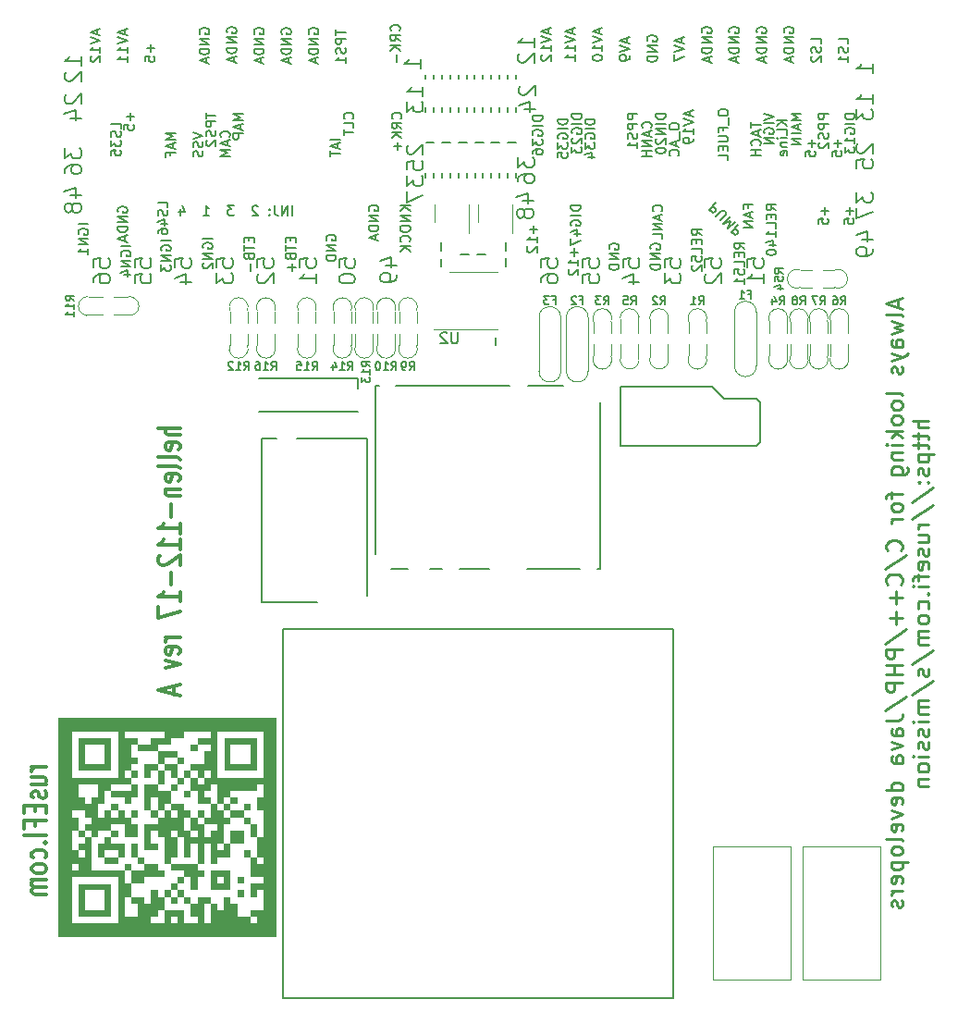
<source format=gbo>
G04 #@! TF.GenerationSoftware,KiCad,Pcbnew,7.0.7-7.0.7~ubuntu22.04.1*
G04 #@! TF.CreationDate,2023-09-30T00:51:54+00:00*
G04 #@! TF.ProjectId,hellen-112-17,68656c6c-656e-42d3-9131-322d31372e6b,a*
G04 #@! TF.SameCoordinates,Original*
G04 #@! TF.FileFunction,Legend,Bot*
G04 #@! TF.FilePolarity,Positive*
%FSLAX46Y46*%
G04 Gerber Fmt 4.6, Leading zero omitted, Abs format (unit mm)*
G04 Created by KiCad (PCBNEW 7.0.7-7.0.7~ubuntu22.04.1) date 2023-09-30 00:51:54*
%MOMM*%
%LPD*%
G01*
G04 APERTURE LIST*
%ADD10C,0.150000*%
%ADD11C,0.250000*%
%ADD12C,0.304800*%
%ADD13C,0.200000*%
%ADD14C,0.127000*%
%ADD15C,0.099060*%
%ADD16C,0.120000*%
%ADD17C,0.203200*%
G04 APERTURE END LIST*
D10*
X68908557Y85312970D02*
X68908557Y84798684D01*
X69808557Y85055827D02*
X68908557Y85055827D01*
X69551414Y84541542D02*
X69551414Y84112970D01*
X69808557Y84627256D02*
X68908557Y84327256D01*
X68908557Y84327256D02*
X69808557Y84027256D01*
X69722842Y83212970D02*
X69765700Y83255827D01*
X69765700Y83255827D02*
X69808557Y83384399D01*
X69808557Y83384399D02*
X69808557Y83470113D01*
X69808557Y83470113D02*
X69765700Y83598684D01*
X69765700Y83598684D02*
X69679985Y83684399D01*
X69679985Y83684399D02*
X69594271Y83727256D01*
X69594271Y83727256D02*
X69422842Y83770113D01*
X69422842Y83770113D02*
X69294271Y83770113D01*
X69294271Y83770113D02*
X69122842Y83727256D01*
X69122842Y83727256D02*
X69037128Y83684399D01*
X69037128Y83684399D02*
X68951414Y83598684D01*
X68951414Y83598684D02*
X68908557Y83470113D01*
X68908557Y83470113D02*
X68908557Y83384399D01*
X68908557Y83384399D02*
X68951414Y83255827D01*
X68951414Y83255827D02*
X68994271Y83212970D01*
X69808557Y82827256D02*
X68908557Y82827256D01*
X69337128Y82827256D02*
X69337128Y82312970D01*
X69808557Y82312970D02*
X68908557Y82312970D01*
X17808557Y84398685D02*
X18708557Y84098685D01*
X18708557Y84098685D02*
X17808557Y83798685D01*
X18665700Y83541542D02*
X18708557Y83412970D01*
X18708557Y83412970D02*
X18708557Y83198685D01*
X18708557Y83198685D02*
X18665700Y83112970D01*
X18665700Y83112970D02*
X18622842Y83070113D01*
X18622842Y83070113D02*
X18537128Y83027256D01*
X18537128Y83027256D02*
X18451414Y83027256D01*
X18451414Y83027256D02*
X18365700Y83070113D01*
X18365700Y83070113D02*
X18322842Y83112970D01*
X18322842Y83112970D02*
X18279985Y83198685D01*
X18279985Y83198685D02*
X18237128Y83370113D01*
X18237128Y83370113D02*
X18194271Y83455828D01*
X18194271Y83455828D02*
X18151414Y83498685D01*
X18151414Y83498685D02*
X18065700Y83541542D01*
X18065700Y83541542D02*
X17979985Y83541542D01*
X17979985Y83541542D02*
X17894271Y83498685D01*
X17894271Y83498685D02*
X17851414Y83455828D01*
X17851414Y83455828D02*
X17808557Y83370113D01*
X17808557Y83370113D02*
X17808557Y83155828D01*
X17808557Y83155828D02*
X17851414Y83027256D01*
X18665700Y82684399D02*
X18708557Y82555827D01*
X18708557Y82555827D02*
X18708557Y82341542D01*
X18708557Y82341542D02*
X18665700Y82255827D01*
X18665700Y82255827D02*
X18622842Y82212970D01*
X18622842Y82212970D02*
X18537128Y82170113D01*
X18537128Y82170113D02*
X18451414Y82170113D01*
X18451414Y82170113D02*
X18365700Y82212970D01*
X18365700Y82212970D02*
X18322842Y82255827D01*
X18322842Y82255827D02*
X18279985Y82341542D01*
X18279985Y82341542D02*
X18237128Y82512970D01*
X18237128Y82512970D02*
X18194271Y82598685D01*
X18194271Y82598685D02*
X18151414Y82641542D01*
X18151414Y82641542D02*
X18065700Y82684399D01*
X18065700Y82684399D02*
X17979985Y82684399D01*
X17979985Y82684399D02*
X17894271Y82641542D01*
X17894271Y82641542D02*
X17851414Y82598685D01*
X17851414Y82598685D02*
X17808557Y82512970D01*
X17808557Y82512970D02*
X17808557Y82298685D01*
X17808557Y82298685D02*
X17851414Y82170113D01*
X58508557Y86087031D02*
X57608557Y86087031D01*
X57608557Y86087031D02*
X57608557Y85744174D01*
X57608557Y85744174D02*
X57651414Y85658459D01*
X57651414Y85658459D02*
X57694271Y85615602D01*
X57694271Y85615602D02*
X57779985Y85572745D01*
X57779985Y85572745D02*
X57908557Y85572745D01*
X57908557Y85572745D02*
X57994271Y85615602D01*
X57994271Y85615602D02*
X58037128Y85658459D01*
X58037128Y85658459D02*
X58079985Y85744174D01*
X58079985Y85744174D02*
X58079985Y86087031D01*
X58508557Y85187031D02*
X57608557Y85187031D01*
X57608557Y85187031D02*
X57608557Y84844174D01*
X57608557Y84844174D02*
X57651414Y84758459D01*
X57651414Y84758459D02*
X57694271Y84715602D01*
X57694271Y84715602D02*
X57779985Y84672745D01*
X57779985Y84672745D02*
X57908557Y84672745D01*
X57908557Y84672745D02*
X57994271Y84715602D01*
X57994271Y84715602D02*
X58037128Y84758459D01*
X58037128Y84758459D02*
X58079985Y84844174D01*
X58079985Y84844174D02*
X58079985Y85187031D01*
X58465700Y84329888D02*
X58508557Y84201316D01*
X58508557Y84201316D02*
X58508557Y83987031D01*
X58508557Y83987031D02*
X58465700Y83901316D01*
X58465700Y83901316D02*
X58422842Y83858459D01*
X58422842Y83858459D02*
X58337128Y83815602D01*
X58337128Y83815602D02*
X58251414Y83815602D01*
X58251414Y83815602D02*
X58165700Y83858459D01*
X58165700Y83858459D02*
X58122842Y83901316D01*
X58122842Y83901316D02*
X58079985Y83987031D01*
X58079985Y83987031D02*
X58037128Y84158459D01*
X58037128Y84158459D02*
X57994271Y84244174D01*
X57994271Y84244174D02*
X57951414Y84287031D01*
X57951414Y84287031D02*
X57865700Y84329888D01*
X57865700Y84329888D02*
X57779985Y84329888D01*
X57779985Y84329888D02*
X57694271Y84287031D01*
X57694271Y84287031D02*
X57651414Y84244174D01*
X57651414Y84244174D02*
X57608557Y84158459D01*
X57608557Y84158459D02*
X57608557Y83944174D01*
X57608557Y83944174D02*
X57651414Y83815602D01*
X58508557Y82958459D02*
X58508557Y83472745D01*
X58508557Y83215602D02*
X57608557Y83215602D01*
X57608557Y83215602D02*
X57737128Y83301316D01*
X57737128Y83301316D02*
X57822842Y83387031D01*
X57822842Y83387031D02*
X57865700Y83472745D01*
X70108557Y86115602D02*
X71008557Y85815602D01*
X71008557Y85815602D02*
X70108557Y85515602D01*
X71008557Y85215602D02*
X70108557Y85215602D01*
X70151414Y84315602D02*
X70108557Y84401316D01*
X70108557Y84401316D02*
X70108557Y84529888D01*
X70108557Y84529888D02*
X70151414Y84658459D01*
X70151414Y84658459D02*
X70237128Y84744174D01*
X70237128Y84744174D02*
X70322842Y84787031D01*
X70322842Y84787031D02*
X70494271Y84829888D01*
X70494271Y84829888D02*
X70622842Y84829888D01*
X70622842Y84829888D02*
X70794271Y84787031D01*
X70794271Y84787031D02*
X70879985Y84744174D01*
X70879985Y84744174D02*
X70965700Y84658459D01*
X70965700Y84658459D02*
X71008557Y84529888D01*
X71008557Y84529888D02*
X71008557Y84444174D01*
X71008557Y84444174D02*
X70965700Y84315602D01*
X70965700Y84315602D02*
X70922842Y84272745D01*
X70922842Y84272745D02*
X70622842Y84272745D01*
X70622842Y84272745D02*
X70622842Y84444174D01*
X71008557Y83887031D02*
X70108557Y83887031D01*
X70108557Y83887031D02*
X71008557Y83372745D01*
X71008557Y83372745D02*
X70108557Y83372745D01*
X62551414Y93027257D02*
X62551414Y92598685D01*
X62808557Y93112971D02*
X61908557Y92812971D01*
X61908557Y92812971D02*
X62808557Y92512971D01*
X61908557Y92341542D02*
X62808557Y92041542D01*
X62808557Y92041542D02*
X61908557Y91741542D01*
X61908557Y91527256D02*
X61908557Y90927256D01*
X61908557Y90927256D02*
X62808557Y91312970D01*
X36722842Y93684399D02*
X36765700Y93727256D01*
X36765700Y93727256D02*
X36808557Y93855828D01*
X36808557Y93855828D02*
X36808557Y93941542D01*
X36808557Y93941542D02*
X36765700Y94070113D01*
X36765700Y94070113D02*
X36679985Y94155828D01*
X36679985Y94155828D02*
X36594271Y94198685D01*
X36594271Y94198685D02*
X36422842Y94241542D01*
X36422842Y94241542D02*
X36294271Y94241542D01*
X36294271Y94241542D02*
X36122842Y94198685D01*
X36122842Y94198685D02*
X36037128Y94155828D01*
X36037128Y94155828D02*
X35951414Y94070113D01*
X35951414Y94070113D02*
X35908557Y93941542D01*
X35908557Y93941542D02*
X35908557Y93855828D01*
X35908557Y93855828D02*
X35951414Y93727256D01*
X35951414Y93727256D02*
X35994271Y93684399D01*
X36808557Y92784399D02*
X36379985Y93084399D01*
X36808557Y93298685D02*
X35908557Y93298685D01*
X35908557Y93298685D02*
X35908557Y92955828D01*
X35908557Y92955828D02*
X35951414Y92870113D01*
X35951414Y92870113D02*
X35994271Y92827256D01*
X35994271Y92827256D02*
X36079985Y92784399D01*
X36079985Y92784399D02*
X36208557Y92784399D01*
X36208557Y92784399D02*
X36294271Y92827256D01*
X36294271Y92827256D02*
X36337128Y92870113D01*
X36337128Y92870113D02*
X36379985Y92955828D01*
X36379985Y92955828D02*
X36379985Y93298685D01*
X36808557Y92398685D02*
X35908557Y92398685D01*
X36808557Y91884399D02*
X36294271Y92270113D01*
X35908557Y91884399D02*
X36422842Y92398685D01*
X36465700Y91498685D02*
X36465700Y90812970D01*
X57551414Y93027257D02*
X57551414Y92598685D01*
X57808557Y93112971D02*
X56908557Y92812971D01*
X56908557Y92812971D02*
X57808557Y92512971D01*
X56908557Y92341542D02*
X57808557Y92041542D01*
X57808557Y92041542D02*
X56908557Y91741542D01*
X57808557Y91398685D02*
X57808557Y91227256D01*
X57808557Y91227256D02*
X57765700Y91141542D01*
X57765700Y91141542D02*
X57722842Y91098685D01*
X57722842Y91098685D02*
X57594271Y91012970D01*
X57594271Y91012970D02*
X57422842Y90970113D01*
X57422842Y90970113D02*
X57079985Y90970113D01*
X57079985Y90970113D02*
X56994271Y91012970D01*
X56994271Y91012970D02*
X56951414Y91055827D01*
X56951414Y91055827D02*
X56908557Y91141542D01*
X56908557Y91141542D02*
X56908557Y91312970D01*
X56908557Y91312970D02*
X56951414Y91398685D01*
X56951414Y91398685D02*
X56994271Y91441542D01*
X56994271Y91441542D02*
X57079985Y91484399D01*
X57079985Y91484399D02*
X57294271Y91484399D01*
X57294271Y91484399D02*
X57379985Y91441542D01*
X57379985Y91441542D02*
X57422842Y91398685D01*
X57422842Y91398685D02*
X57465700Y91312970D01*
X57465700Y91312970D02*
X57465700Y91141542D01*
X57465700Y91141542D02*
X57422842Y91055827D01*
X57422842Y91055827D02*
X57379985Y91012970D01*
X57379985Y91012970D02*
X57294271Y90970113D01*
X9051414Y93784400D02*
X9051414Y93355828D01*
X9308557Y93870114D02*
X8408557Y93570114D01*
X8408557Y93570114D02*
X9308557Y93270114D01*
X8408557Y93098685D02*
X9308557Y92798685D01*
X9308557Y92798685D02*
X8408557Y92498685D01*
X9308557Y91727256D02*
X9308557Y92241542D01*
X9308557Y91984399D02*
X8408557Y91984399D01*
X8408557Y91984399D02*
X8537128Y92070113D01*
X8537128Y92070113D02*
X8622842Y92155828D01*
X8622842Y92155828D02*
X8665700Y92241542D01*
X8494271Y91384399D02*
X8451414Y91341542D01*
X8451414Y91341542D02*
X8408557Y91255827D01*
X8408557Y91255827D02*
X8408557Y91041542D01*
X8408557Y91041542D02*
X8451414Y90955827D01*
X8451414Y90955827D02*
X8494271Y90912970D01*
X8494271Y90912970D02*
X8579985Y90870113D01*
X8579985Y90870113D02*
X8665700Y90870113D01*
X8665700Y90870113D02*
X8794271Y90912970D01*
X8794271Y90912970D02*
X9308557Y91427256D01*
X9308557Y91427256D02*
X9308557Y90870113D01*
X50351414Y93884400D02*
X50351414Y93455828D01*
X50608557Y93970114D02*
X49708557Y93670114D01*
X49708557Y93670114D02*
X50608557Y93370114D01*
X49708557Y93198685D02*
X50608557Y92898685D01*
X50608557Y92898685D02*
X49708557Y92598685D01*
X50608557Y91827256D02*
X50608557Y92341542D01*
X50608557Y92084399D02*
X49708557Y92084399D01*
X49708557Y92084399D02*
X49837128Y92170113D01*
X49837128Y92170113D02*
X49922842Y92255828D01*
X49922842Y92255828D02*
X49965700Y92341542D01*
X49794271Y91484399D02*
X49751414Y91441542D01*
X49751414Y91441542D02*
X49708557Y91355827D01*
X49708557Y91355827D02*
X49708557Y91141542D01*
X49708557Y91141542D02*
X49751414Y91055827D01*
X49751414Y91055827D02*
X49794271Y91012970D01*
X49794271Y91012970D02*
X49879985Y90970113D01*
X49879985Y90970113D02*
X49965700Y90970113D01*
X49965700Y90970113D02*
X50094271Y91012970D01*
X50094271Y91012970D02*
X50608557Y91527256D01*
X50608557Y91527256D02*
X50608557Y90970113D01*
X31308557Y83770113D02*
X30408557Y83770113D01*
X31051414Y83384399D02*
X31051414Y82955827D01*
X31308557Y83470113D02*
X30408557Y83170113D01*
X30408557Y83170113D02*
X31308557Y82870113D01*
X30408557Y82698684D02*
X30408557Y82184398D01*
X31308557Y82441541D02*
X30408557Y82441541D01*
X28451414Y93427256D02*
X28408557Y93512970D01*
X28408557Y93512970D02*
X28408557Y93641542D01*
X28408557Y93641542D02*
X28451414Y93770113D01*
X28451414Y93770113D02*
X28537128Y93855828D01*
X28537128Y93855828D02*
X28622842Y93898685D01*
X28622842Y93898685D02*
X28794271Y93941542D01*
X28794271Y93941542D02*
X28922842Y93941542D01*
X28922842Y93941542D02*
X29094271Y93898685D01*
X29094271Y93898685D02*
X29179985Y93855828D01*
X29179985Y93855828D02*
X29265700Y93770113D01*
X29265700Y93770113D02*
X29308557Y93641542D01*
X29308557Y93641542D02*
X29308557Y93555828D01*
X29308557Y93555828D02*
X29265700Y93427256D01*
X29265700Y93427256D02*
X29222842Y93384399D01*
X29222842Y93384399D02*
X28922842Y93384399D01*
X28922842Y93384399D02*
X28922842Y93555828D01*
X29308557Y92998685D02*
X28408557Y92998685D01*
X28408557Y92998685D02*
X29308557Y92484399D01*
X29308557Y92484399D02*
X28408557Y92484399D01*
X29308557Y92055828D02*
X28408557Y92055828D01*
X28408557Y92055828D02*
X28408557Y91841542D01*
X28408557Y91841542D02*
X28451414Y91712971D01*
X28451414Y91712971D02*
X28537128Y91627256D01*
X28537128Y91627256D02*
X28622842Y91584399D01*
X28622842Y91584399D02*
X28794271Y91541542D01*
X28794271Y91541542D02*
X28922842Y91541542D01*
X28922842Y91541542D02*
X29094271Y91584399D01*
X29094271Y91584399D02*
X29179985Y91627256D01*
X29179985Y91627256D02*
X29265700Y91712971D01*
X29265700Y91712971D02*
X29308557Y91841542D01*
X29308557Y91841542D02*
X29308557Y92055828D01*
X29051414Y91198685D02*
X29051414Y90770113D01*
X29308557Y91284399D02*
X28408557Y90984399D01*
X28408557Y90984399D02*
X29308557Y90684399D01*
X54608557Y85627256D02*
X53708557Y85627256D01*
X53708557Y85627256D02*
X53708557Y85412970D01*
X53708557Y85412970D02*
X53751414Y85284399D01*
X53751414Y85284399D02*
X53837128Y85198684D01*
X53837128Y85198684D02*
X53922842Y85155827D01*
X53922842Y85155827D02*
X54094271Y85112970D01*
X54094271Y85112970D02*
X54222842Y85112970D01*
X54222842Y85112970D02*
X54394271Y85155827D01*
X54394271Y85155827D02*
X54479985Y85198684D01*
X54479985Y85198684D02*
X54565700Y85284399D01*
X54565700Y85284399D02*
X54608557Y85412970D01*
X54608557Y85412970D02*
X54608557Y85627256D01*
X54608557Y84727256D02*
X53708557Y84727256D01*
X53751414Y83827256D02*
X53708557Y83912970D01*
X53708557Y83912970D02*
X53708557Y84041542D01*
X53708557Y84041542D02*
X53751414Y84170113D01*
X53751414Y84170113D02*
X53837128Y84255828D01*
X53837128Y84255828D02*
X53922842Y84298685D01*
X53922842Y84298685D02*
X54094271Y84341542D01*
X54094271Y84341542D02*
X54222842Y84341542D01*
X54222842Y84341542D02*
X54394271Y84298685D01*
X54394271Y84298685D02*
X54479985Y84255828D01*
X54479985Y84255828D02*
X54565700Y84170113D01*
X54565700Y84170113D02*
X54608557Y84041542D01*
X54608557Y84041542D02*
X54608557Y83955828D01*
X54608557Y83955828D02*
X54565700Y83827256D01*
X54565700Y83827256D02*
X54522842Y83784399D01*
X54522842Y83784399D02*
X54222842Y83784399D01*
X54222842Y83784399D02*
X54222842Y83955828D01*
X53708557Y83484399D02*
X53708557Y82927256D01*
X53708557Y82927256D02*
X54051414Y83227256D01*
X54051414Y83227256D02*
X54051414Y83098685D01*
X54051414Y83098685D02*
X54094271Y83012970D01*
X54094271Y83012970D02*
X54137128Y82970113D01*
X54137128Y82970113D02*
X54222842Y82927256D01*
X54222842Y82927256D02*
X54437128Y82927256D01*
X54437128Y82927256D02*
X54522842Y82970113D01*
X54522842Y82970113D02*
X54565700Y83012970D01*
X54565700Y83012970D02*
X54608557Y83098685D01*
X54608557Y83098685D02*
X54608557Y83355828D01*
X54608557Y83355828D02*
X54565700Y83441542D01*
X54565700Y83441542D02*
X54522842Y83484399D01*
X54008557Y82155827D02*
X54608557Y82155827D01*
X53665700Y82370113D02*
X54308557Y82584399D01*
X54308557Y82584399D02*
X54308557Y82027256D01*
X75308557Y92498684D02*
X75308557Y92927256D01*
X75308557Y92927256D02*
X74408557Y92927256D01*
X75265700Y92241542D02*
X75308557Y92112970D01*
X75308557Y92112970D02*
X75308557Y91898685D01*
X75308557Y91898685D02*
X75265700Y91812970D01*
X75265700Y91812970D02*
X75222842Y91770113D01*
X75222842Y91770113D02*
X75137128Y91727256D01*
X75137128Y91727256D02*
X75051414Y91727256D01*
X75051414Y91727256D02*
X74965700Y91770113D01*
X74965700Y91770113D02*
X74922842Y91812970D01*
X74922842Y91812970D02*
X74879985Y91898685D01*
X74879985Y91898685D02*
X74837128Y92070113D01*
X74837128Y92070113D02*
X74794271Y92155828D01*
X74794271Y92155828D02*
X74751414Y92198685D01*
X74751414Y92198685D02*
X74665700Y92241542D01*
X74665700Y92241542D02*
X74579985Y92241542D01*
X74579985Y92241542D02*
X74494271Y92198685D01*
X74494271Y92198685D02*
X74451414Y92155828D01*
X74451414Y92155828D02*
X74408557Y92070113D01*
X74408557Y92070113D02*
X74408557Y91855828D01*
X74408557Y91855828D02*
X74451414Y91727256D01*
X74494271Y91384399D02*
X74451414Y91341542D01*
X74451414Y91341542D02*
X74408557Y91255827D01*
X74408557Y91255827D02*
X74408557Y91041542D01*
X74408557Y91041542D02*
X74451414Y90955827D01*
X74451414Y90955827D02*
X74494271Y90912970D01*
X74494271Y90912970D02*
X74579985Y90870113D01*
X74579985Y90870113D02*
X74665700Y90870113D01*
X74665700Y90870113D02*
X74794271Y90912970D01*
X74794271Y90912970D02*
X75308557Y91427256D01*
X75308557Y91427256D02*
X75308557Y90870113D01*
X64408557Y74972745D02*
X63979985Y75272745D01*
X64408557Y75487031D02*
X63508557Y75487031D01*
X63508557Y75487031D02*
X63508557Y75144174D01*
X63508557Y75144174D02*
X63551414Y75058459D01*
X63551414Y75058459D02*
X63594271Y75015602D01*
X63594271Y75015602D02*
X63679985Y74972745D01*
X63679985Y74972745D02*
X63808557Y74972745D01*
X63808557Y74972745D02*
X63894271Y75015602D01*
X63894271Y75015602D02*
X63937128Y75058459D01*
X63937128Y75058459D02*
X63979985Y75144174D01*
X63979985Y75144174D02*
X63979985Y75487031D01*
X63937128Y74587031D02*
X63937128Y74287031D01*
X64408557Y74158459D02*
X64408557Y74587031D01*
X64408557Y74587031D02*
X63508557Y74587031D01*
X63508557Y74587031D02*
X63508557Y74158459D01*
X64408557Y73344173D02*
X64408557Y73772745D01*
X64408557Y73772745D02*
X63508557Y73772745D01*
X63508557Y72615602D02*
X63508557Y73044174D01*
X63508557Y73044174D02*
X63937128Y73087031D01*
X63937128Y73087031D02*
X63894271Y73044174D01*
X63894271Y73044174D02*
X63851414Y72958459D01*
X63851414Y72958459D02*
X63851414Y72744174D01*
X63851414Y72744174D02*
X63894271Y72658459D01*
X63894271Y72658459D02*
X63937128Y72615602D01*
X63937128Y72615602D02*
X64022842Y72572745D01*
X64022842Y72572745D02*
X64237128Y72572745D01*
X64237128Y72572745D02*
X64322842Y72615602D01*
X64322842Y72615602D02*
X64365700Y72658459D01*
X64365700Y72658459D02*
X64408557Y72744174D01*
X64408557Y72744174D02*
X64408557Y72958459D01*
X64408557Y72958459D02*
X64365700Y73044174D01*
X64365700Y73044174D02*
X64322842Y73087031D01*
X63594271Y72229888D02*
X63551414Y72187031D01*
X63551414Y72187031D02*
X63508557Y72101316D01*
X63508557Y72101316D02*
X63508557Y71887031D01*
X63508557Y71887031D02*
X63551414Y71801316D01*
X63551414Y71801316D02*
X63594271Y71758459D01*
X63594271Y71758459D02*
X63679985Y71715602D01*
X63679985Y71715602D02*
X63765700Y71715602D01*
X63765700Y71715602D02*
X63894271Y71758459D01*
X63894271Y71758459D02*
X64408557Y72272745D01*
X64408557Y72272745D02*
X64408557Y71715602D01*
X59451414Y92755827D02*
X59408557Y92841541D01*
X59408557Y92841541D02*
X59408557Y92970113D01*
X59408557Y92970113D02*
X59451414Y93098684D01*
X59451414Y93098684D02*
X59537128Y93184399D01*
X59537128Y93184399D02*
X59622842Y93227256D01*
X59622842Y93227256D02*
X59794271Y93270113D01*
X59794271Y93270113D02*
X59922842Y93270113D01*
X59922842Y93270113D02*
X60094271Y93227256D01*
X60094271Y93227256D02*
X60179985Y93184399D01*
X60179985Y93184399D02*
X60265700Y93098684D01*
X60265700Y93098684D02*
X60308557Y92970113D01*
X60308557Y92970113D02*
X60308557Y92884399D01*
X60308557Y92884399D02*
X60265700Y92755827D01*
X60265700Y92755827D02*
X60222842Y92712970D01*
X60222842Y92712970D02*
X59922842Y92712970D01*
X59922842Y92712970D02*
X59922842Y92884399D01*
X60308557Y92327256D02*
X59408557Y92327256D01*
X59408557Y92327256D02*
X60308557Y91812970D01*
X60308557Y91812970D02*
X59408557Y91812970D01*
X60308557Y91384399D02*
X59408557Y91384399D01*
X59408557Y91384399D02*
X59408557Y91170113D01*
X59408557Y91170113D02*
X59451414Y91041542D01*
X59451414Y91041542D02*
X59537128Y90955827D01*
X59537128Y90955827D02*
X59622842Y90912970D01*
X59622842Y90912970D02*
X59794271Y90870113D01*
X59794271Y90870113D02*
X59922842Y90870113D01*
X59922842Y90870113D02*
X60094271Y90912970D01*
X60094271Y90912970D02*
X60179985Y90955827D01*
X60179985Y90955827D02*
X60265700Y91041542D01*
X60265700Y91041542D02*
X60308557Y91170113D01*
X60308557Y91170113D02*
X60308557Y91384399D01*
X72208557Y85527256D02*
X71308557Y85527256D01*
X72208557Y85012970D02*
X71694271Y85398684D01*
X71308557Y85012970D02*
X71822842Y85527256D01*
X72208557Y84198684D02*
X72208557Y84627256D01*
X72208557Y84627256D02*
X71308557Y84627256D01*
X72208557Y83898685D02*
X71608557Y83898685D01*
X71308557Y83898685D02*
X71351414Y83941542D01*
X71351414Y83941542D02*
X71394271Y83898685D01*
X71394271Y83898685D02*
X71351414Y83855828D01*
X71351414Y83855828D02*
X71308557Y83898685D01*
X71308557Y83898685D02*
X71394271Y83898685D01*
X71608557Y83470114D02*
X72208557Y83470114D01*
X71694271Y83470114D02*
X71651414Y83427257D01*
X71651414Y83427257D02*
X71608557Y83341542D01*
X71608557Y83341542D02*
X71608557Y83212971D01*
X71608557Y83212971D02*
X71651414Y83127257D01*
X71651414Y83127257D02*
X71737128Y83084399D01*
X71737128Y83084399D02*
X72208557Y83084399D01*
X72165700Y82312971D02*
X72208557Y82398685D01*
X72208557Y82398685D02*
X72208557Y82570113D01*
X72208557Y82570113D02*
X72165700Y82655828D01*
X72165700Y82655828D02*
X72079985Y82698685D01*
X72079985Y82698685D02*
X71737128Y82698685D01*
X71737128Y82698685D02*
X71651414Y82655828D01*
X71651414Y82655828D02*
X71608557Y82570113D01*
X71608557Y82570113D02*
X71608557Y82398685D01*
X71608557Y82398685D02*
X71651414Y82312971D01*
X71651414Y82312971D02*
X71737128Y82270113D01*
X71737128Y82270113D02*
X71822842Y82270113D01*
X71822842Y82270113D02*
X71908557Y82698685D01*
D11*
X82344857Y69121429D02*
X82344857Y68407143D01*
X82773428Y69264286D02*
X81273428Y68764286D01*
X81273428Y68764286D02*
X82773428Y68264286D01*
X82773428Y67550001D02*
X82702000Y67692858D01*
X82702000Y67692858D02*
X82559142Y67764287D01*
X82559142Y67764287D02*
X81273428Y67764287D01*
X81773428Y67121430D02*
X82773428Y66835715D01*
X82773428Y66835715D02*
X82059142Y66550001D01*
X82059142Y66550001D02*
X82773428Y66264287D01*
X82773428Y66264287D02*
X81773428Y65978573D01*
X82773428Y64764286D02*
X81987714Y64764286D01*
X81987714Y64764286D02*
X81844857Y64835715D01*
X81844857Y64835715D02*
X81773428Y64978572D01*
X81773428Y64978572D02*
X81773428Y65264286D01*
X81773428Y65264286D02*
X81844857Y65407144D01*
X82702000Y64764286D02*
X82773428Y64907144D01*
X82773428Y64907144D02*
X82773428Y65264286D01*
X82773428Y65264286D02*
X82702000Y65407144D01*
X82702000Y65407144D02*
X82559142Y65478572D01*
X82559142Y65478572D02*
X82416285Y65478572D01*
X82416285Y65478572D02*
X82273428Y65407144D01*
X82273428Y65407144D02*
X82202000Y65264286D01*
X82202000Y65264286D02*
X82202000Y64907144D01*
X82202000Y64907144D02*
X82130571Y64764286D01*
X81773428Y64192858D02*
X82773428Y63835715D01*
X81773428Y63478572D02*
X82773428Y63835715D01*
X82773428Y63835715D02*
X83130571Y63978572D01*
X83130571Y63978572D02*
X83202000Y64050001D01*
X83202000Y64050001D02*
X83273428Y64192858D01*
X82702000Y62978572D02*
X82773428Y62835715D01*
X82773428Y62835715D02*
X82773428Y62550001D01*
X82773428Y62550001D02*
X82702000Y62407144D01*
X82702000Y62407144D02*
X82559142Y62335715D01*
X82559142Y62335715D02*
X82487714Y62335715D01*
X82487714Y62335715D02*
X82344857Y62407144D01*
X82344857Y62407144D02*
X82273428Y62550001D01*
X82273428Y62550001D02*
X82273428Y62764286D01*
X82273428Y62764286D02*
X82202000Y62907144D01*
X82202000Y62907144D02*
X82059142Y62978572D01*
X82059142Y62978572D02*
X81987714Y62978572D01*
X81987714Y62978572D02*
X81844857Y62907144D01*
X81844857Y62907144D02*
X81773428Y62764286D01*
X81773428Y62764286D02*
X81773428Y62550001D01*
X81773428Y62550001D02*
X81844857Y62407144D01*
X82773428Y60335715D02*
X82702000Y60478572D01*
X82702000Y60478572D02*
X82559142Y60550001D01*
X82559142Y60550001D02*
X81273428Y60550001D01*
X82773428Y59550001D02*
X82702000Y59692858D01*
X82702000Y59692858D02*
X82630571Y59764287D01*
X82630571Y59764287D02*
X82487714Y59835715D01*
X82487714Y59835715D02*
X82059142Y59835715D01*
X82059142Y59835715D02*
X81916285Y59764287D01*
X81916285Y59764287D02*
X81844857Y59692858D01*
X81844857Y59692858D02*
X81773428Y59550001D01*
X81773428Y59550001D02*
X81773428Y59335715D01*
X81773428Y59335715D02*
X81844857Y59192858D01*
X81844857Y59192858D02*
X81916285Y59121429D01*
X81916285Y59121429D02*
X82059142Y59050001D01*
X82059142Y59050001D02*
X82487714Y59050001D01*
X82487714Y59050001D02*
X82630571Y59121429D01*
X82630571Y59121429D02*
X82702000Y59192858D01*
X82702000Y59192858D02*
X82773428Y59335715D01*
X82773428Y59335715D02*
X82773428Y59550001D01*
X82773428Y58192858D02*
X82702000Y58335715D01*
X82702000Y58335715D02*
X82630571Y58407144D01*
X82630571Y58407144D02*
X82487714Y58478572D01*
X82487714Y58478572D02*
X82059142Y58478572D01*
X82059142Y58478572D02*
X81916285Y58407144D01*
X81916285Y58407144D02*
X81844857Y58335715D01*
X81844857Y58335715D02*
X81773428Y58192858D01*
X81773428Y58192858D02*
X81773428Y57978572D01*
X81773428Y57978572D02*
X81844857Y57835715D01*
X81844857Y57835715D02*
X81916285Y57764286D01*
X81916285Y57764286D02*
X82059142Y57692858D01*
X82059142Y57692858D02*
X82487714Y57692858D01*
X82487714Y57692858D02*
X82630571Y57764286D01*
X82630571Y57764286D02*
X82702000Y57835715D01*
X82702000Y57835715D02*
X82773428Y57978572D01*
X82773428Y57978572D02*
X82773428Y58192858D01*
X82773428Y57050001D02*
X81273428Y57050001D01*
X82202000Y56907143D02*
X82773428Y56478572D01*
X81773428Y56478572D02*
X82344857Y57050001D01*
X82773428Y55835715D02*
X81773428Y55835715D01*
X81273428Y55835715D02*
X81344857Y55907143D01*
X81344857Y55907143D02*
X81416285Y55835715D01*
X81416285Y55835715D02*
X81344857Y55764286D01*
X81344857Y55764286D02*
X81273428Y55835715D01*
X81273428Y55835715D02*
X81416285Y55835715D01*
X81773428Y55121429D02*
X82773428Y55121429D01*
X81916285Y55121429D02*
X81844857Y55050000D01*
X81844857Y55050000D02*
X81773428Y54907143D01*
X81773428Y54907143D02*
X81773428Y54692857D01*
X81773428Y54692857D02*
X81844857Y54550000D01*
X81844857Y54550000D02*
X81987714Y54478571D01*
X81987714Y54478571D02*
X82773428Y54478571D01*
X81773428Y53121428D02*
X82987714Y53121428D01*
X82987714Y53121428D02*
X83130571Y53192857D01*
X83130571Y53192857D02*
X83202000Y53264286D01*
X83202000Y53264286D02*
X83273428Y53407143D01*
X83273428Y53407143D02*
X83273428Y53621428D01*
X83273428Y53621428D02*
X83202000Y53764286D01*
X82702000Y53121428D02*
X82773428Y53264286D01*
X82773428Y53264286D02*
X82773428Y53550000D01*
X82773428Y53550000D02*
X82702000Y53692857D01*
X82702000Y53692857D02*
X82630571Y53764286D01*
X82630571Y53764286D02*
X82487714Y53835714D01*
X82487714Y53835714D02*
X82059142Y53835714D01*
X82059142Y53835714D02*
X81916285Y53764286D01*
X81916285Y53764286D02*
X81844857Y53692857D01*
X81844857Y53692857D02*
X81773428Y53550000D01*
X81773428Y53550000D02*
X81773428Y53264286D01*
X81773428Y53264286D02*
X81844857Y53121428D01*
X81773428Y51478571D02*
X81773428Y50907143D01*
X82773428Y51264286D02*
X81487714Y51264286D01*
X81487714Y51264286D02*
X81344857Y51192857D01*
X81344857Y51192857D02*
X81273428Y51050000D01*
X81273428Y51050000D02*
X81273428Y50907143D01*
X82773428Y50192857D02*
X82702000Y50335714D01*
X82702000Y50335714D02*
X82630571Y50407143D01*
X82630571Y50407143D02*
X82487714Y50478571D01*
X82487714Y50478571D02*
X82059142Y50478571D01*
X82059142Y50478571D02*
X81916285Y50407143D01*
X81916285Y50407143D02*
X81844857Y50335714D01*
X81844857Y50335714D02*
X81773428Y50192857D01*
X81773428Y50192857D02*
X81773428Y49978571D01*
X81773428Y49978571D02*
X81844857Y49835714D01*
X81844857Y49835714D02*
X81916285Y49764285D01*
X81916285Y49764285D02*
X82059142Y49692857D01*
X82059142Y49692857D02*
X82487714Y49692857D01*
X82487714Y49692857D02*
X82630571Y49764285D01*
X82630571Y49764285D02*
X82702000Y49835714D01*
X82702000Y49835714D02*
X82773428Y49978571D01*
X82773428Y49978571D02*
X82773428Y50192857D01*
X82773428Y49050000D02*
X81773428Y49050000D01*
X82059142Y49050000D02*
X81916285Y48978571D01*
X81916285Y48978571D02*
X81844857Y48907142D01*
X81844857Y48907142D02*
X81773428Y48764285D01*
X81773428Y48764285D02*
X81773428Y48621428D01*
X82630571Y46121429D02*
X82702000Y46192857D01*
X82702000Y46192857D02*
X82773428Y46407143D01*
X82773428Y46407143D02*
X82773428Y46550000D01*
X82773428Y46550000D02*
X82702000Y46764286D01*
X82702000Y46764286D02*
X82559142Y46907143D01*
X82559142Y46907143D02*
X82416285Y46978572D01*
X82416285Y46978572D02*
X82130571Y47050000D01*
X82130571Y47050000D02*
X81916285Y47050000D01*
X81916285Y47050000D02*
X81630571Y46978572D01*
X81630571Y46978572D02*
X81487714Y46907143D01*
X81487714Y46907143D02*
X81344857Y46764286D01*
X81344857Y46764286D02*
X81273428Y46550000D01*
X81273428Y46550000D02*
X81273428Y46407143D01*
X81273428Y46407143D02*
X81344857Y46192857D01*
X81344857Y46192857D02*
X81416285Y46121429D01*
X81202000Y44407143D02*
X83130571Y45692857D01*
X82630571Y43050000D02*
X82702000Y43121428D01*
X82702000Y43121428D02*
X82773428Y43335714D01*
X82773428Y43335714D02*
X82773428Y43478571D01*
X82773428Y43478571D02*
X82702000Y43692857D01*
X82702000Y43692857D02*
X82559142Y43835714D01*
X82559142Y43835714D02*
X82416285Y43907143D01*
X82416285Y43907143D02*
X82130571Y43978571D01*
X82130571Y43978571D02*
X81916285Y43978571D01*
X81916285Y43978571D02*
X81630571Y43907143D01*
X81630571Y43907143D02*
X81487714Y43835714D01*
X81487714Y43835714D02*
X81344857Y43692857D01*
X81344857Y43692857D02*
X81273428Y43478571D01*
X81273428Y43478571D02*
X81273428Y43335714D01*
X81273428Y43335714D02*
X81344857Y43121428D01*
X81344857Y43121428D02*
X81416285Y43050000D01*
X82202000Y42407143D02*
X82202000Y41264285D01*
X82773428Y41835714D02*
X81630571Y41835714D01*
X82202000Y40550000D02*
X82202000Y39407142D01*
X82773428Y39978571D02*
X81630571Y39978571D01*
X81202000Y37621428D02*
X83130571Y38907142D01*
X82773428Y37121428D02*
X81273428Y37121428D01*
X81273428Y37121428D02*
X81273428Y36549999D01*
X81273428Y36549999D02*
X81344857Y36407142D01*
X81344857Y36407142D02*
X81416285Y36335713D01*
X81416285Y36335713D02*
X81559142Y36264285D01*
X81559142Y36264285D02*
X81773428Y36264285D01*
X81773428Y36264285D02*
X81916285Y36335713D01*
X81916285Y36335713D02*
X81987714Y36407142D01*
X81987714Y36407142D02*
X82059142Y36549999D01*
X82059142Y36549999D02*
X82059142Y37121428D01*
X82773428Y35621428D02*
X81273428Y35621428D01*
X81987714Y35621428D02*
X81987714Y34764285D01*
X82773428Y34764285D02*
X81273428Y34764285D01*
X82773428Y34049999D02*
X81273428Y34049999D01*
X81273428Y34049999D02*
X81273428Y33478570D01*
X81273428Y33478570D02*
X81344857Y33335713D01*
X81344857Y33335713D02*
X81416285Y33264284D01*
X81416285Y33264284D02*
X81559142Y33192856D01*
X81559142Y33192856D02*
X81773428Y33192856D01*
X81773428Y33192856D02*
X81916285Y33264284D01*
X81916285Y33264284D02*
X81987714Y33335713D01*
X81987714Y33335713D02*
X82059142Y33478570D01*
X82059142Y33478570D02*
X82059142Y34049999D01*
X81202000Y31478570D02*
X83130571Y32764284D01*
X81273428Y30549998D02*
X82344857Y30549998D01*
X82344857Y30549998D02*
X82559142Y30621427D01*
X82559142Y30621427D02*
X82702000Y30764284D01*
X82702000Y30764284D02*
X82773428Y30978570D01*
X82773428Y30978570D02*
X82773428Y31121427D01*
X82773428Y29192855D02*
X81987714Y29192855D01*
X81987714Y29192855D02*
X81844857Y29264284D01*
X81844857Y29264284D02*
X81773428Y29407141D01*
X81773428Y29407141D02*
X81773428Y29692855D01*
X81773428Y29692855D02*
X81844857Y29835713D01*
X82702000Y29192855D02*
X82773428Y29335713D01*
X82773428Y29335713D02*
X82773428Y29692855D01*
X82773428Y29692855D02*
X82702000Y29835713D01*
X82702000Y29835713D02*
X82559142Y29907141D01*
X82559142Y29907141D02*
X82416285Y29907141D01*
X82416285Y29907141D02*
X82273428Y29835713D01*
X82273428Y29835713D02*
X82202000Y29692855D01*
X82202000Y29692855D02*
X82202000Y29335713D01*
X82202000Y29335713D02*
X82130571Y29192855D01*
X81773428Y28621427D02*
X82773428Y28264284D01*
X82773428Y28264284D02*
X81773428Y27907141D01*
X82773428Y26692855D02*
X81987714Y26692855D01*
X81987714Y26692855D02*
X81844857Y26764284D01*
X81844857Y26764284D02*
X81773428Y26907141D01*
X81773428Y26907141D02*
X81773428Y27192855D01*
X81773428Y27192855D02*
X81844857Y27335713D01*
X82702000Y26692855D02*
X82773428Y26835713D01*
X82773428Y26835713D02*
X82773428Y27192855D01*
X82773428Y27192855D02*
X82702000Y27335713D01*
X82702000Y27335713D02*
X82559142Y27407141D01*
X82559142Y27407141D02*
X82416285Y27407141D01*
X82416285Y27407141D02*
X82273428Y27335713D01*
X82273428Y27335713D02*
X82202000Y27192855D01*
X82202000Y27192855D02*
X82202000Y26835713D01*
X82202000Y26835713D02*
X82130571Y26692855D01*
X82773428Y24192855D02*
X81273428Y24192855D01*
X82702000Y24192855D02*
X82773428Y24335713D01*
X82773428Y24335713D02*
X82773428Y24621427D01*
X82773428Y24621427D02*
X82702000Y24764284D01*
X82702000Y24764284D02*
X82630571Y24835713D01*
X82630571Y24835713D02*
X82487714Y24907141D01*
X82487714Y24907141D02*
X82059142Y24907141D01*
X82059142Y24907141D02*
X81916285Y24835713D01*
X81916285Y24835713D02*
X81844857Y24764284D01*
X81844857Y24764284D02*
X81773428Y24621427D01*
X81773428Y24621427D02*
X81773428Y24335713D01*
X81773428Y24335713D02*
X81844857Y24192855D01*
X82702000Y22907141D02*
X82773428Y23049998D01*
X82773428Y23049998D02*
X82773428Y23335712D01*
X82773428Y23335712D02*
X82702000Y23478570D01*
X82702000Y23478570D02*
X82559142Y23549998D01*
X82559142Y23549998D02*
X81987714Y23549998D01*
X81987714Y23549998D02*
X81844857Y23478570D01*
X81844857Y23478570D02*
X81773428Y23335712D01*
X81773428Y23335712D02*
X81773428Y23049998D01*
X81773428Y23049998D02*
X81844857Y22907141D01*
X81844857Y22907141D02*
X81987714Y22835712D01*
X81987714Y22835712D02*
X82130571Y22835712D01*
X82130571Y22835712D02*
X82273428Y23549998D01*
X81773428Y22335713D02*
X82773428Y21978570D01*
X82773428Y21978570D02*
X81773428Y21621427D01*
X82702000Y20478570D02*
X82773428Y20621427D01*
X82773428Y20621427D02*
X82773428Y20907141D01*
X82773428Y20907141D02*
X82702000Y21049999D01*
X82702000Y21049999D02*
X82559142Y21121427D01*
X82559142Y21121427D02*
X81987714Y21121427D01*
X81987714Y21121427D02*
X81844857Y21049999D01*
X81844857Y21049999D02*
X81773428Y20907141D01*
X81773428Y20907141D02*
X81773428Y20621427D01*
X81773428Y20621427D02*
X81844857Y20478570D01*
X81844857Y20478570D02*
X81987714Y20407141D01*
X81987714Y20407141D02*
X82130571Y20407141D01*
X82130571Y20407141D02*
X82273428Y21121427D01*
X82773428Y19549999D02*
X82702000Y19692856D01*
X82702000Y19692856D02*
X82559142Y19764285D01*
X82559142Y19764285D02*
X81273428Y19764285D01*
X82773428Y18764285D02*
X82702000Y18907142D01*
X82702000Y18907142D02*
X82630571Y18978571D01*
X82630571Y18978571D02*
X82487714Y19049999D01*
X82487714Y19049999D02*
X82059142Y19049999D01*
X82059142Y19049999D02*
X81916285Y18978571D01*
X81916285Y18978571D02*
X81844857Y18907142D01*
X81844857Y18907142D02*
X81773428Y18764285D01*
X81773428Y18764285D02*
X81773428Y18549999D01*
X81773428Y18549999D02*
X81844857Y18407142D01*
X81844857Y18407142D02*
X81916285Y18335713D01*
X81916285Y18335713D02*
X82059142Y18264285D01*
X82059142Y18264285D02*
X82487714Y18264285D01*
X82487714Y18264285D02*
X82630571Y18335713D01*
X82630571Y18335713D02*
X82702000Y18407142D01*
X82702000Y18407142D02*
X82773428Y18549999D01*
X82773428Y18549999D02*
X82773428Y18764285D01*
X81773428Y17621428D02*
X83273428Y17621428D01*
X81844857Y17621428D02*
X81773428Y17478570D01*
X81773428Y17478570D02*
X81773428Y17192856D01*
X81773428Y17192856D02*
X81844857Y17049999D01*
X81844857Y17049999D02*
X81916285Y16978570D01*
X81916285Y16978570D02*
X82059142Y16907142D01*
X82059142Y16907142D02*
X82487714Y16907142D01*
X82487714Y16907142D02*
X82630571Y16978570D01*
X82630571Y16978570D02*
X82702000Y17049999D01*
X82702000Y17049999D02*
X82773428Y17192856D01*
X82773428Y17192856D02*
X82773428Y17478570D01*
X82773428Y17478570D02*
X82702000Y17621428D01*
X82702000Y15692856D02*
X82773428Y15835713D01*
X82773428Y15835713D02*
X82773428Y16121427D01*
X82773428Y16121427D02*
X82702000Y16264285D01*
X82702000Y16264285D02*
X82559142Y16335713D01*
X82559142Y16335713D02*
X81987714Y16335713D01*
X81987714Y16335713D02*
X81844857Y16264285D01*
X81844857Y16264285D02*
X81773428Y16121427D01*
X81773428Y16121427D02*
X81773428Y15835713D01*
X81773428Y15835713D02*
X81844857Y15692856D01*
X81844857Y15692856D02*
X81987714Y15621427D01*
X81987714Y15621427D02*
X82130571Y15621427D01*
X82130571Y15621427D02*
X82273428Y16335713D01*
X82773428Y14978571D02*
X81773428Y14978571D01*
X82059142Y14978571D02*
X81916285Y14907142D01*
X81916285Y14907142D02*
X81844857Y14835713D01*
X81844857Y14835713D02*
X81773428Y14692856D01*
X81773428Y14692856D02*
X81773428Y14549999D01*
X82702000Y14121428D02*
X82773428Y13978571D01*
X82773428Y13978571D02*
X82773428Y13692857D01*
X82773428Y13692857D02*
X82702000Y13550000D01*
X82702000Y13550000D02*
X82559142Y13478571D01*
X82559142Y13478571D02*
X82487714Y13478571D01*
X82487714Y13478571D02*
X82344857Y13550000D01*
X82344857Y13550000D02*
X82273428Y13692857D01*
X82273428Y13692857D02*
X82273428Y13907142D01*
X82273428Y13907142D02*
X82202000Y14050000D01*
X82202000Y14050000D02*
X82059142Y14121428D01*
X82059142Y14121428D02*
X81987714Y14121428D01*
X81987714Y14121428D02*
X81844857Y14050000D01*
X81844857Y14050000D02*
X81773428Y13907142D01*
X81773428Y13907142D02*
X81773428Y13692857D01*
X81773428Y13692857D02*
X81844857Y13550000D01*
X85188428Y58014289D02*
X83688428Y58014289D01*
X85188428Y57371431D02*
X84402714Y57371431D01*
X84402714Y57371431D02*
X84259857Y57442860D01*
X84259857Y57442860D02*
X84188428Y57585717D01*
X84188428Y57585717D02*
X84188428Y57800003D01*
X84188428Y57800003D02*
X84259857Y57942860D01*
X84259857Y57942860D02*
X84331285Y58014289D01*
X84188428Y56871431D02*
X84188428Y56300003D01*
X83688428Y56657146D02*
X84974142Y56657146D01*
X84974142Y56657146D02*
X85117000Y56585717D01*
X85117000Y56585717D02*
X85188428Y56442860D01*
X85188428Y56442860D02*
X85188428Y56300003D01*
X84188428Y56014288D02*
X84188428Y55442860D01*
X83688428Y55800003D02*
X84974142Y55800003D01*
X84974142Y55800003D02*
X85117000Y55728574D01*
X85117000Y55728574D02*
X85188428Y55585717D01*
X85188428Y55585717D02*
X85188428Y55442860D01*
X84188428Y54942860D02*
X85688428Y54942860D01*
X84259857Y54942860D02*
X84188428Y54800002D01*
X84188428Y54800002D02*
X84188428Y54514288D01*
X84188428Y54514288D02*
X84259857Y54371431D01*
X84259857Y54371431D02*
X84331285Y54300002D01*
X84331285Y54300002D02*
X84474142Y54228574D01*
X84474142Y54228574D02*
X84902714Y54228574D01*
X84902714Y54228574D02*
X85045571Y54300002D01*
X85045571Y54300002D02*
X85117000Y54371431D01*
X85117000Y54371431D02*
X85188428Y54514288D01*
X85188428Y54514288D02*
X85188428Y54800002D01*
X85188428Y54800002D02*
X85117000Y54942860D01*
X85117000Y53657145D02*
X85188428Y53514288D01*
X85188428Y53514288D02*
X85188428Y53228574D01*
X85188428Y53228574D02*
X85117000Y53085717D01*
X85117000Y53085717D02*
X84974142Y53014288D01*
X84974142Y53014288D02*
X84902714Y53014288D01*
X84902714Y53014288D02*
X84759857Y53085717D01*
X84759857Y53085717D02*
X84688428Y53228574D01*
X84688428Y53228574D02*
X84688428Y53442859D01*
X84688428Y53442859D02*
X84617000Y53585717D01*
X84617000Y53585717D02*
X84474142Y53657145D01*
X84474142Y53657145D02*
X84402714Y53657145D01*
X84402714Y53657145D02*
X84259857Y53585717D01*
X84259857Y53585717D02*
X84188428Y53442859D01*
X84188428Y53442859D02*
X84188428Y53228574D01*
X84188428Y53228574D02*
X84259857Y53085717D01*
X85045571Y52371431D02*
X85117000Y52300002D01*
X85117000Y52300002D02*
X85188428Y52371431D01*
X85188428Y52371431D02*
X85117000Y52442859D01*
X85117000Y52442859D02*
X85045571Y52371431D01*
X85045571Y52371431D02*
X85188428Y52371431D01*
X84259857Y52371431D02*
X84331285Y52300002D01*
X84331285Y52300002D02*
X84402714Y52371431D01*
X84402714Y52371431D02*
X84331285Y52442859D01*
X84331285Y52442859D02*
X84259857Y52371431D01*
X84259857Y52371431D02*
X84402714Y52371431D01*
X83617000Y50585716D02*
X85545571Y51871430D01*
X83617000Y49014287D02*
X85545571Y50300001D01*
X85188428Y48514287D02*
X84188428Y48514287D01*
X84474142Y48514287D02*
X84331285Y48442858D01*
X84331285Y48442858D02*
X84259857Y48371429D01*
X84259857Y48371429D02*
X84188428Y48228572D01*
X84188428Y48228572D02*
X84188428Y48085715D01*
X84188428Y46942858D02*
X85188428Y46942858D01*
X84188428Y47585716D02*
X84974142Y47585716D01*
X84974142Y47585716D02*
X85117000Y47514287D01*
X85117000Y47514287D02*
X85188428Y47371430D01*
X85188428Y47371430D02*
X85188428Y47157144D01*
X85188428Y47157144D02*
X85117000Y47014287D01*
X85117000Y47014287D02*
X85045571Y46942858D01*
X85117000Y46300001D02*
X85188428Y46157144D01*
X85188428Y46157144D02*
X85188428Y45871430D01*
X85188428Y45871430D02*
X85117000Y45728573D01*
X85117000Y45728573D02*
X84974142Y45657144D01*
X84974142Y45657144D02*
X84902714Y45657144D01*
X84902714Y45657144D02*
X84759857Y45728573D01*
X84759857Y45728573D02*
X84688428Y45871430D01*
X84688428Y45871430D02*
X84688428Y46085715D01*
X84688428Y46085715D02*
X84617000Y46228573D01*
X84617000Y46228573D02*
X84474142Y46300001D01*
X84474142Y46300001D02*
X84402714Y46300001D01*
X84402714Y46300001D02*
X84259857Y46228573D01*
X84259857Y46228573D02*
X84188428Y46085715D01*
X84188428Y46085715D02*
X84188428Y45871430D01*
X84188428Y45871430D02*
X84259857Y45728573D01*
X85117000Y44442858D02*
X85188428Y44585715D01*
X85188428Y44585715D02*
X85188428Y44871429D01*
X85188428Y44871429D02*
X85117000Y45014287D01*
X85117000Y45014287D02*
X84974142Y45085715D01*
X84974142Y45085715D02*
X84402714Y45085715D01*
X84402714Y45085715D02*
X84259857Y45014287D01*
X84259857Y45014287D02*
X84188428Y44871429D01*
X84188428Y44871429D02*
X84188428Y44585715D01*
X84188428Y44585715D02*
X84259857Y44442858D01*
X84259857Y44442858D02*
X84402714Y44371429D01*
X84402714Y44371429D02*
X84545571Y44371429D01*
X84545571Y44371429D02*
X84688428Y45085715D01*
X84188428Y43942858D02*
X84188428Y43371430D01*
X85188428Y43728573D02*
X83902714Y43728573D01*
X83902714Y43728573D02*
X83759857Y43657144D01*
X83759857Y43657144D02*
X83688428Y43514287D01*
X83688428Y43514287D02*
X83688428Y43371430D01*
X85188428Y42871430D02*
X84188428Y42871430D01*
X83688428Y42871430D02*
X83759857Y42942858D01*
X83759857Y42942858D02*
X83831285Y42871430D01*
X83831285Y42871430D02*
X83759857Y42800001D01*
X83759857Y42800001D02*
X83688428Y42871430D01*
X83688428Y42871430D02*
X83831285Y42871430D01*
X85045571Y42157144D02*
X85117000Y42085715D01*
X85117000Y42085715D02*
X85188428Y42157144D01*
X85188428Y42157144D02*
X85117000Y42228572D01*
X85117000Y42228572D02*
X85045571Y42157144D01*
X85045571Y42157144D02*
X85188428Y42157144D01*
X85117000Y40800000D02*
X85188428Y40942858D01*
X85188428Y40942858D02*
X85188428Y41228572D01*
X85188428Y41228572D02*
X85117000Y41371429D01*
X85117000Y41371429D02*
X85045571Y41442858D01*
X85045571Y41442858D02*
X84902714Y41514286D01*
X84902714Y41514286D02*
X84474142Y41514286D01*
X84474142Y41514286D02*
X84331285Y41442858D01*
X84331285Y41442858D02*
X84259857Y41371429D01*
X84259857Y41371429D02*
X84188428Y41228572D01*
X84188428Y41228572D02*
X84188428Y40942858D01*
X84188428Y40942858D02*
X84259857Y40800000D01*
X85188428Y39942858D02*
X85117000Y40085715D01*
X85117000Y40085715D02*
X85045571Y40157144D01*
X85045571Y40157144D02*
X84902714Y40228572D01*
X84902714Y40228572D02*
X84474142Y40228572D01*
X84474142Y40228572D02*
X84331285Y40157144D01*
X84331285Y40157144D02*
X84259857Y40085715D01*
X84259857Y40085715D02*
X84188428Y39942858D01*
X84188428Y39942858D02*
X84188428Y39728572D01*
X84188428Y39728572D02*
X84259857Y39585715D01*
X84259857Y39585715D02*
X84331285Y39514286D01*
X84331285Y39514286D02*
X84474142Y39442858D01*
X84474142Y39442858D02*
X84902714Y39442858D01*
X84902714Y39442858D02*
X85045571Y39514286D01*
X85045571Y39514286D02*
X85117000Y39585715D01*
X85117000Y39585715D02*
X85188428Y39728572D01*
X85188428Y39728572D02*
X85188428Y39942858D01*
X85188428Y38800001D02*
X84188428Y38800001D01*
X84331285Y38800001D02*
X84259857Y38728572D01*
X84259857Y38728572D02*
X84188428Y38585715D01*
X84188428Y38585715D02*
X84188428Y38371429D01*
X84188428Y38371429D02*
X84259857Y38228572D01*
X84259857Y38228572D02*
X84402714Y38157143D01*
X84402714Y38157143D02*
X85188428Y38157143D01*
X84402714Y38157143D02*
X84259857Y38085715D01*
X84259857Y38085715D02*
X84188428Y37942858D01*
X84188428Y37942858D02*
X84188428Y37728572D01*
X84188428Y37728572D02*
X84259857Y37585715D01*
X84259857Y37585715D02*
X84402714Y37514286D01*
X84402714Y37514286D02*
X85188428Y37514286D01*
X83617000Y35728572D02*
X85545571Y37014286D01*
X85117000Y35300000D02*
X85188428Y35157143D01*
X85188428Y35157143D02*
X85188428Y34871429D01*
X85188428Y34871429D02*
X85117000Y34728572D01*
X85117000Y34728572D02*
X84974142Y34657143D01*
X84974142Y34657143D02*
X84902714Y34657143D01*
X84902714Y34657143D02*
X84759857Y34728572D01*
X84759857Y34728572D02*
X84688428Y34871429D01*
X84688428Y34871429D02*
X84688428Y35085714D01*
X84688428Y35085714D02*
X84617000Y35228572D01*
X84617000Y35228572D02*
X84474142Y35300000D01*
X84474142Y35300000D02*
X84402714Y35300000D01*
X84402714Y35300000D02*
X84259857Y35228572D01*
X84259857Y35228572D02*
X84188428Y35085714D01*
X84188428Y35085714D02*
X84188428Y34871429D01*
X84188428Y34871429D02*
X84259857Y34728572D01*
X83617000Y32942857D02*
X85545571Y34228571D01*
X85188428Y32442857D02*
X84188428Y32442857D01*
X84331285Y32442857D02*
X84259857Y32371428D01*
X84259857Y32371428D02*
X84188428Y32228571D01*
X84188428Y32228571D02*
X84188428Y32014285D01*
X84188428Y32014285D02*
X84259857Y31871428D01*
X84259857Y31871428D02*
X84402714Y31799999D01*
X84402714Y31799999D02*
X85188428Y31799999D01*
X84402714Y31799999D02*
X84259857Y31728571D01*
X84259857Y31728571D02*
X84188428Y31585714D01*
X84188428Y31585714D02*
X84188428Y31371428D01*
X84188428Y31371428D02*
X84259857Y31228571D01*
X84259857Y31228571D02*
X84402714Y31157142D01*
X84402714Y31157142D02*
X85188428Y31157142D01*
X85188428Y30442857D02*
X84188428Y30442857D01*
X83688428Y30442857D02*
X83759857Y30514285D01*
X83759857Y30514285D02*
X83831285Y30442857D01*
X83831285Y30442857D02*
X83759857Y30371428D01*
X83759857Y30371428D02*
X83688428Y30442857D01*
X83688428Y30442857D02*
X83831285Y30442857D01*
X85117000Y29799999D02*
X85188428Y29657142D01*
X85188428Y29657142D02*
X85188428Y29371428D01*
X85188428Y29371428D02*
X85117000Y29228571D01*
X85117000Y29228571D02*
X84974142Y29157142D01*
X84974142Y29157142D02*
X84902714Y29157142D01*
X84902714Y29157142D02*
X84759857Y29228571D01*
X84759857Y29228571D02*
X84688428Y29371428D01*
X84688428Y29371428D02*
X84688428Y29585713D01*
X84688428Y29585713D02*
X84617000Y29728571D01*
X84617000Y29728571D02*
X84474142Y29799999D01*
X84474142Y29799999D02*
X84402714Y29799999D01*
X84402714Y29799999D02*
X84259857Y29728571D01*
X84259857Y29728571D02*
X84188428Y29585713D01*
X84188428Y29585713D02*
X84188428Y29371428D01*
X84188428Y29371428D02*
X84259857Y29228571D01*
X85117000Y28585713D02*
X85188428Y28442856D01*
X85188428Y28442856D02*
X85188428Y28157142D01*
X85188428Y28157142D02*
X85117000Y28014285D01*
X85117000Y28014285D02*
X84974142Y27942856D01*
X84974142Y27942856D02*
X84902714Y27942856D01*
X84902714Y27942856D02*
X84759857Y28014285D01*
X84759857Y28014285D02*
X84688428Y28157142D01*
X84688428Y28157142D02*
X84688428Y28371427D01*
X84688428Y28371427D02*
X84617000Y28514285D01*
X84617000Y28514285D02*
X84474142Y28585713D01*
X84474142Y28585713D02*
X84402714Y28585713D01*
X84402714Y28585713D02*
X84259857Y28514285D01*
X84259857Y28514285D02*
X84188428Y28371427D01*
X84188428Y28371427D02*
X84188428Y28157142D01*
X84188428Y28157142D02*
X84259857Y28014285D01*
X85188428Y27299999D02*
X84188428Y27299999D01*
X83688428Y27299999D02*
X83759857Y27371427D01*
X83759857Y27371427D02*
X83831285Y27299999D01*
X83831285Y27299999D02*
X83759857Y27228570D01*
X83759857Y27228570D02*
X83688428Y27299999D01*
X83688428Y27299999D02*
X83831285Y27299999D01*
X85188428Y26371427D02*
X85117000Y26514284D01*
X85117000Y26514284D02*
X85045571Y26585713D01*
X85045571Y26585713D02*
X84902714Y26657141D01*
X84902714Y26657141D02*
X84474142Y26657141D01*
X84474142Y26657141D02*
X84331285Y26585713D01*
X84331285Y26585713D02*
X84259857Y26514284D01*
X84259857Y26514284D02*
X84188428Y26371427D01*
X84188428Y26371427D02*
X84188428Y26157141D01*
X84188428Y26157141D02*
X84259857Y26014284D01*
X84259857Y26014284D02*
X84331285Y25942855D01*
X84331285Y25942855D02*
X84474142Y25871427D01*
X84474142Y25871427D02*
X84902714Y25871427D01*
X84902714Y25871427D02*
X85045571Y25942855D01*
X85045571Y25942855D02*
X85117000Y26014284D01*
X85117000Y26014284D02*
X85188428Y26157141D01*
X85188428Y26157141D02*
X85188428Y26371427D01*
X84188428Y25228570D02*
X85188428Y25228570D01*
X84331285Y25228570D02*
X84259857Y25157141D01*
X84259857Y25157141D02*
X84188428Y25014284D01*
X84188428Y25014284D02*
X84188428Y24799998D01*
X84188428Y24799998D02*
X84259857Y24657141D01*
X84259857Y24657141D02*
X84402714Y24585712D01*
X84402714Y24585712D02*
X85188428Y24585712D01*
D10*
X68308557Y73772745D02*
X67879985Y74072745D01*
X68308557Y74287031D02*
X67408557Y74287031D01*
X67408557Y74287031D02*
X67408557Y73944174D01*
X67408557Y73944174D02*
X67451414Y73858459D01*
X67451414Y73858459D02*
X67494271Y73815602D01*
X67494271Y73815602D02*
X67579985Y73772745D01*
X67579985Y73772745D02*
X67708557Y73772745D01*
X67708557Y73772745D02*
X67794271Y73815602D01*
X67794271Y73815602D02*
X67837128Y73858459D01*
X67837128Y73858459D02*
X67879985Y73944174D01*
X67879985Y73944174D02*
X67879985Y74287031D01*
X67837128Y73387031D02*
X67837128Y73087031D01*
X68308557Y72958459D02*
X68308557Y73387031D01*
X68308557Y73387031D02*
X67408557Y73387031D01*
X67408557Y73387031D02*
X67408557Y72958459D01*
X68308557Y72144173D02*
X68308557Y72572745D01*
X68308557Y72572745D02*
X67408557Y72572745D01*
X67408557Y71415602D02*
X67408557Y71844174D01*
X67408557Y71844174D02*
X67837128Y71887031D01*
X67837128Y71887031D02*
X67794271Y71844174D01*
X67794271Y71844174D02*
X67751414Y71758459D01*
X67751414Y71758459D02*
X67751414Y71544174D01*
X67751414Y71544174D02*
X67794271Y71458459D01*
X67794271Y71458459D02*
X67837128Y71415602D01*
X67837128Y71415602D02*
X67922842Y71372745D01*
X67922842Y71372745D02*
X68137128Y71372745D01*
X68137128Y71372745D02*
X68222842Y71415602D01*
X68222842Y71415602D02*
X68265700Y71458459D01*
X68265700Y71458459D02*
X68308557Y71544174D01*
X68308557Y71544174D02*
X68308557Y71758459D01*
X68308557Y71758459D02*
X68265700Y71844174D01*
X68265700Y71844174D02*
X68222842Y71887031D01*
X68308557Y70515602D02*
X68308557Y71029888D01*
X68308557Y70772745D02*
X67408557Y70772745D01*
X67408557Y70772745D02*
X67537128Y70858459D01*
X67537128Y70858459D02*
X67622842Y70944174D01*
X67622842Y70944174D02*
X67665700Y71029888D01*
X53308557Y77687031D02*
X52408557Y77687031D01*
X52408557Y77687031D02*
X52408557Y77472745D01*
X52408557Y77472745D02*
X52451414Y77344174D01*
X52451414Y77344174D02*
X52537128Y77258459D01*
X52537128Y77258459D02*
X52622842Y77215602D01*
X52622842Y77215602D02*
X52794271Y77172745D01*
X52794271Y77172745D02*
X52922842Y77172745D01*
X52922842Y77172745D02*
X53094271Y77215602D01*
X53094271Y77215602D02*
X53179985Y77258459D01*
X53179985Y77258459D02*
X53265700Y77344174D01*
X53265700Y77344174D02*
X53308557Y77472745D01*
X53308557Y77472745D02*
X53308557Y77687031D01*
X53308557Y76787031D02*
X52408557Y76787031D01*
X52451414Y75887031D02*
X52408557Y75972745D01*
X52408557Y75972745D02*
X52408557Y76101317D01*
X52408557Y76101317D02*
X52451414Y76229888D01*
X52451414Y76229888D02*
X52537128Y76315603D01*
X52537128Y76315603D02*
X52622842Y76358460D01*
X52622842Y76358460D02*
X52794271Y76401317D01*
X52794271Y76401317D02*
X52922842Y76401317D01*
X52922842Y76401317D02*
X53094271Y76358460D01*
X53094271Y76358460D02*
X53179985Y76315603D01*
X53179985Y76315603D02*
X53265700Y76229888D01*
X53265700Y76229888D02*
X53308557Y76101317D01*
X53308557Y76101317D02*
X53308557Y76015603D01*
X53308557Y76015603D02*
X53265700Y75887031D01*
X53265700Y75887031D02*
X53222842Y75844174D01*
X53222842Y75844174D02*
X52922842Y75844174D01*
X52922842Y75844174D02*
X52922842Y76015603D01*
X52708557Y75072745D02*
X53308557Y75072745D01*
X52365700Y75287031D02*
X53008557Y75501317D01*
X53008557Y75501317D02*
X53008557Y74944174D01*
X52408557Y74687031D02*
X52408557Y74087031D01*
X52408557Y74087031D02*
X53308557Y74472745D01*
X16208557Y84355828D02*
X15308557Y84355828D01*
X15308557Y84355828D02*
X15951414Y84055828D01*
X15951414Y84055828D02*
X15308557Y83755828D01*
X15308557Y83755828D02*
X16208557Y83755828D01*
X15951414Y83370114D02*
X15951414Y82941542D01*
X16208557Y83455828D02*
X15308557Y83155828D01*
X15308557Y83155828D02*
X16208557Y82855828D01*
X15737128Y82255828D02*
X15737128Y82555828D01*
X16208557Y82555828D02*
X15308557Y82555828D01*
X15308557Y82555828D02*
X15308557Y82127256D01*
X20951414Y93527256D02*
X20908557Y93612970D01*
X20908557Y93612970D02*
X20908557Y93741542D01*
X20908557Y93741542D02*
X20951414Y93870113D01*
X20951414Y93870113D02*
X21037128Y93955828D01*
X21037128Y93955828D02*
X21122842Y93998685D01*
X21122842Y93998685D02*
X21294271Y94041542D01*
X21294271Y94041542D02*
X21422842Y94041542D01*
X21422842Y94041542D02*
X21594271Y93998685D01*
X21594271Y93998685D02*
X21679985Y93955828D01*
X21679985Y93955828D02*
X21765700Y93870113D01*
X21765700Y93870113D02*
X21808557Y93741542D01*
X21808557Y93741542D02*
X21808557Y93655828D01*
X21808557Y93655828D02*
X21765700Y93527256D01*
X21765700Y93527256D02*
X21722842Y93484399D01*
X21722842Y93484399D02*
X21422842Y93484399D01*
X21422842Y93484399D02*
X21422842Y93655828D01*
X21808557Y93098685D02*
X20908557Y93098685D01*
X20908557Y93098685D02*
X21808557Y92584399D01*
X21808557Y92584399D02*
X20908557Y92584399D01*
X21808557Y92155828D02*
X20908557Y92155828D01*
X20908557Y92155828D02*
X20908557Y91941542D01*
X20908557Y91941542D02*
X20951414Y91812971D01*
X20951414Y91812971D02*
X21037128Y91727256D01*
X21037128Y91727256D02*
X21122842Y91684399D01*
X21122842Y91684399D02*
X21294271Y91641542D01*
X21294271Y91641542D02*
X21422842Y91641542D01*
X21422842Y91641542D02*
X21594271Y91684399D01*
X21594271Y91684399D02*
X21679985Y91727256D01*
X21679985Y91727256D02*
X21765700Y91812971D01*
X21765700Y91812971D02*
X21808557Y91941542D01*
X21808557Y91941542D02*
X21808557Y92155828D01*
X21551414Y91298685D02*
X21551414Y90870113D01*
X21808557Y91384399D02*
X20908557Y91084399D01*
X20908557Y91084399D02*
X21808557Y90784399D01*
X32422842Y85672745D02*
X32465700Y85715602D01*
X32465700Y85715602D02*
X32508557Y85844174D01*
X32508557Y85844174D02*
X32508557Y85929888D01*
X32508557Y85929888D02*
X32465700Y86058459D01*
X32465700Y86058459D02*
X32379985Y86144174D01*
X32379985Y86144174D02*
X32294271Y86187031D01*
X32294271Y86187031D02*
X32122842Y86229888D01*
X32122842Y86229888D02*
X31994271Y86229888D01*
X31994271Y86229888D02*
X31822842Y86187031D01*
X31822842Y86187031D02*
X31737128Y86144174D01*
X31737128Y86144174D02*
X31651414Y86058459D01*
X31651414Y86058459D02*
X31608557Y85929888D01*
X31608557Y85929888D02*
X31608557Y85844174D01*
X31608557Y85844174D02*
X31651414Y85715602D01*
X31651414Y85715602D02*
X31694271Y85672745D01*
X32508557Y84858459D02*
X32508557Y85287031D01*
X32508557Y85287031D02*
X31608557Y85287031D01*
X31608557Y84687031D02*
X31608557Y84172745D01*
X32508557Y84429888D02*
X31608557Y84429888D01*
X11551414Y93784400D02*
X11551414Y93355828D01*
X11808557Y93870114D02*
X10908557Y93570114D01*
X10908557Y93570114D02*
X11808557Y93270114D01*
X10908557Y93098685D02*
X11808557Y92798685D01*
X11808557Y92798685D02*
X10908557Y92498685D01*
X11808557Y91727256D02*
X11808557Y92241542D01*
X11808557Y91984399D02*
X10908557Y91984399D01*
X10908557Y91984399D02*
X11037128Y92070113D01*
X11037128Y92070113D02*
X11122842Y92155828D01*
X11122842Y92155828D02*
X11165700Y92241542D01*
X11808557Y90870113D02*
X11808557Y91384399D01*
X11808557Y91127256D02*
X10908557Y91127256D01*
X10908557Y91127256D02*
X11037128Y91212970D01*
X11037128Y91212970D02*
X11122842Y91298685D01*
X11122842Y91298685D02*
X11165700Y91384399D01*
X30051414Y74515602D02*
X30008557Y74601316D01*
X30008557Y74601316D02*
X30008557Y74729888D01*
X30008557Y74729888D02*
X30051414Y74858459D01*
X30051414Y74858459D02*
X30137128Y74944174D01*
X30137128Y74944174D02*
X30222842Y74987031D01*
X30222842Y74987031D02*
X30394271Y75029888D01*
X30394271Y75029888D02*
X30522842Y75029888D01*
X30522842Y75029888D02*
X30694271Y74987031D01*
X30694271Y74987031D02*
X30779985Y74944174D01*
X30779985Y74944174D02*
X30865700Y74858459D01*
X30865700Y74858459D02*
X30908557Y74729888D01*
X30908557Y74729888D02*
X30908557Y74644174D01*
X30908557Y74644174D02*
X30865700Y74515602D01*
X30865700Y74515602D02*
X30822842Y74472745D01*
X30822842Y74472745D02*
X30522842Y74472745D01*
X30522842Y74472745D02*
X30522842Y74644174D01*
X30908557Y74087031D02*
X30008557Y74087031D01*
X30008557Y74087031D02*
X30908557Y73572745D01*
X30908557Y73572745D02*
X30008557Y73572745D01*
X30908557Y73144174D02*
X30008557Y73144174D01*
X30008557Y73144174D02*
X30008557Y72929888D01*
X30008557Y72929888D02*
X30051414Y72801317D01*
X30051414Y72801317D02*
X30137128Y72715602D01*
X30137128Y72715602D02*
X30222842Y72672745D01*
X30222842Y72672745D02*
X30394271Y72629888D01*
X30394271Y72629888D02*
X30522842Y72629888D01*
X30522842Y72629888D02*
X30694271Y72672745D01*
X30694271Y72672745D02*
X30779985Y72715602D01*
X30779985Y72715602D02*
X30865700Y72801317D01*
X30865700Y72801317D02*
X30908557Y72929888D01*
X30908557Y72929888D02*
X30908557Y73144174D01*
X55951414Y73715602D02*
X55908557Y73801316D01*
X55908557Y73801316D02*
X55908557Y73929888D01*
X55908557Y73929888D02*
X55951414Y74058459D01*
X55951414Y74058459D02*
X56037128Y74144174D01*
X56037128Y74144174D02*
X56122842Y74187031D01*
X56122842Y74187031D02*
X56294271Y74229888D01*
X56294271Y74229888D02*
X56422842Y74229888D01*
X56422842Y74229888D02*
X56594271Y74187031D01*
X56594271Y74187031D02*
X56679985Y74144174D01*
X56679985Y74144174D02*
X56765700Y74058459D01*
X56765700Y74058459D02*
X56808557Y73929888D01*
X56808557Y73929888D02*
X56808557Y73844174D01*
X56808557Y73844174D02*
X56765700Y73715602D01*
X56765700Y73715602D02*
X56722842Y73672745D01*
X56722842Y73672745D02*
X56422842Y73672745D01*
X56422842Y73672745D02*
X56422842Y73844174D01*
X56808557Y73287031D02*
X55908557Y73287031D01*
X55908557Y73287031D02*
X56808557Y72772745D01*
X56808557Y72772745D02*
X55908557Y72772745D01*
X56808557Y72344174D02*
X55908557Y72344174D01*
X55908557Y72344174D02*
X55908557Y72129888D01*
X55908557Y72129888D02*
X55951414Y72001317D01*
X55951414Y72001317D02*
X56037128Y71915602D01*
X56037128Y71915602D02*
X56122842Y71872745D01*
X56122842Y71872745D02*
X56294271Y71829888D01*
X56294271Y71829888D02*
X56422842Y71829888D01*
X56422842Y71829888D02*
X56594271Y71872745D01*
X56594271Y71872745D02*
X56679985Y71915602D01*
X56679985Y71915602D02*
X56765700Y72001317D01*
X56765700Y72001317D02*
X56808557Y72129888D01*
X56808557Y72129888D02*
X56808557Y72344174D01*
X61108557Y86087031D02*
X60208557Y86087031D01*
X60208557Y86087031D02*
X60208557Y85872745D01*
X60208557Y85872745D02*
X60251414Y85744174D01*
X60251414Y85744174D02*
X60337128Y85658459D01*
X60337128Y85658459D02*
X60422842Y85615602D01*
X60422842Y85615602D02*
X60594271Y85572745D01*
X60594271Y85572745D02*
X60722842Y85572745D01*
X60722842Y85572745D02*
X60894271Y85615602D01*
X60894271Y85615602D02*
X60979985Y85658459D01*
X60979985Y85658459D02*
X61065700Y85744174D01*
X61065700Y85744174D02*
X61108557Y85872745D01*
X61108557Y85872745D02*
X61108557Y86087031D01*
X61108557Y85187031D02*
X60208557Y85187031D01*
X61108557Y84758460D02*
X60208557Y84758460D01*
X60208557Y84758460D02*
X61108557Y84244174D01*
X61108557Y84244174D02*
X60208557Y84244174D01*
X60294271Y83858460D02*
X60251414Y83815603D01*
X60251414Y83815603D02*
X60208557Y83729888D01*
X60208557Y83729888D02*
X60208557Y83515603D01*
X60208557Y83515603D02*
X60251414Y83429888D01*
X60251414Y83429888D02*
X60294271Y83387031D01*
X60294271Y83387031D02*
X60379985Y83344174D01*
X60379985Y83344174D02*
X60465700Y83344174D01*
X60465700Y83344174D02*
X60594271Y83387031D01*
X60594271Y83387031D02*
X61108557Y83901317D01*
X61108557Y83901317D02*
X61108557Y83344174D01*
X60208557Y82787031D02*
X60208557Y82701317D01*
X60208557Y82701317D02*
X60251414Y82615603D01*
X60251414Y82615603D02*
X60294271Y82572745D01*
X60294271Y82572745D02*
X60379985Y82529888D01*
X60379985Y82529888D02*
X60551414Y82487031D01*
X60551414Y82487031D02*
X60765700Y82487031D01*
X60765700Y82487031D02*
X60937128Y82529888D01*
X60937128Y82529888D02*
X61022842Y82572745D01*
X61022842Y82572745D02*
X61065700Y82615603D01*
X61065700Y82615603D02*
X61108557Y82701317D01*
X61108557Y82701317D02*
X61108557Y82787031D01*
X61108557Y82787031D02*
X61065700Y82872745D01*
X61065700Y82872745D02*
X61022842Y82915603D01*
X61022842Y82915603D02*
X60937128Y82958460D01*
X60937128Y82958460D02*
X60765700Y83001317D01*
X60765700Y83001317D02*
X60551414Y83001317D01*
X60551414Y83001317D02*
X60379985Y82958460D01*
X60379985Y82958460D02*
X60294271Y82915603D01*
X60294271Y82915603D02*
X60251414Y82872745D01*
X60251414Y82872745D02*
X60208557Y82787031D01*
X21122842Y83970113D02*
X21165700Y84012970D01*
X21165700Y84012970D02*
X21208557Y84141542D01*
X21208557Y84141542D02*
X21208557Y84227256D01*
X21208557Y84227256D02*
X21165700Y84355827D01*
X21165700Y84355827D02*
X21079985Y84441542D01*
X21079985Y84441542D02*
X20994271Y84484399D01*
X20994271Y84484399D02*
X20822842Y84527256D01*
X20822842Y84527256D02*
X20694271Y84527256D01*
X20694271Y84527256D02*
X20522842Y84484399D01*
X20522842Y84484399D02*
X20437128Y84441542D01*
X20437128Y84441542D02*
X20351414Y84355827D01*
X20351414Y84355827D02*
X20308557Y84227256D01*
X20308557Y84227256D02*
X20308557Y84141542D01*
X20308557Y84141542D02*
X20351414Y84012970D01*
X20351414Y84012970D02*
X20394271Y83970113D01*
X20951414Y83627256D02*
X20951414Y83198684D01*
X21208557Y83712970D02*
X20308557Y83412970D01*
X20308557Y83412970D02*
X21208557Y83112970D01*
X21208557Y82812970D02*
X20308557Y82812970D01*
X20308557Y82812970D02*
X20951414Y82512970D01*
X20951414Y82512970D02*
X20308557Y82212970D01*
X20308557Y82212970D02*
X21208557Y82212970D01*
X65710196Y77967591D02*
X65073800Y77331195D01*
X65073800Y77331195D02*
X65316237Y77088758D01*
X65316237Y77088758D02*
X65407150Y77058454D01*
X65407150Y77058454D02*
X65467759Y77058454D01*
X65467759Y77058454D02*
X65558673Y77088758D01*
X65558673Y77088758D02*
X65649587Y77179672D01*
X65649587Y77179672D02*
X65679891Y77270586D01*
X65679891Y77270586D02*
X65679891Y77331195D01*
X65679891Y77331195D02*
X65649587Y77422109D01*
X65649587Y77422109D02*
X65407150Y77664545D01*
X65710196Y76694799D02*
X66225374Y77209977D01*
X66225374Y77209977D02*
X66316288Y77240281D01*
X66316288Y77240281D02*
X66376897Y77240281D01*
X66376897Y77240281D02*
X66467810Y77209977D01*
X66467810Y77209977D02*
X66589029Y77088758D01*
X66589029Y77088758D02*
X66619333Y76997845D01*
X66619333Y76997845D02*
X66619333Y76937235D01*
X66619333Y76937235D02*
X66589029Y76846322D01*
X66589029Y76846322D02*
X66073851Y76331144D01*
X67013293Y76664494D02*
X66376897Y76028098D01*
X66376897Y76028098D02*
X67043597Y76270535D01*
X67043597Y76270535D02*
X66801161Y75603834D01*
X66801161Y75603834D02*
X67437557Y76240230D01*
X67740602Y75937185D02*
X67104206Y75300789D01*
X67104206Y75300789D02*
X67346643Y75058352D01*
X67346643Y75058352D02*
X67437556Y75028048D01*
X67437556Y75028048D02*
X67498166Y75028048D01*
X67498166Y75028048D02*
X67589079Y75058352D01*
X67589079Y75058352D02*
X67679993Y75149266D01*
X67679993Y75149266D02*
X67710298Y75240180D01*
X67710298Y75240180D02*
X67710298Y75300789D01*
X67710298Y75300789D02*
X67679993Y75391702D01*
X67679993Y75391702D02*
X67437556Y75634139D01*
X8208557Y75987031D02*
X7308557Y75987031D01*
X7351414Y75087031D02*
X7308557Y75172745D01*
X7308557Y75172745D02*
X7308557Y75301317D01*
X7308557Y75301317D02*
X7351414Y75429888D01*
X7351414Y75429888D02*
X7437128Y75515603D01*
X7437128Y75515603D02*
X7522842Y75558460D01*
X7522842Y75558460D02*
X7694271Y75601317D01*
X7694271Y75601317D02*
X7822842Y75601317D01*
X7822842Y75601317D02*
X7994271Y75558460D01*
X7994271Y75558460D02*
X8079985Y75515603D01*
X8079985Y75515603D02*
X8165700Y75429888D01*
X8165700Y75429888D02*
X8208557Y75301317D01*
X8208557Y75301317D02*
X8208557Y75215603D01*
X8208557Y75215603D02*
X8165700Y75087031D01*
X8165700Y75087031D02*
X8122842Y75044174D01*
X8122842Y75044174D02*
X7822842Y75044174D01*
X7822842Y75044174D02*
X7822842Y75215603D01*
X8208557Y74658460D02*
X7308557Y74658460D01*
X7308557Y74658460D02*
X8208557Y74144174D01*
X8208557Y74144174D02*
X7308557Y74144174D01*
X8208557Y73244174D02*
X8208557Y73758460D01*
X8208557Y73501317D02*
X7308557Y73501317D01*
X7308557Y73501317D02*
X7437128Y73587031D01*
X7437128Y73587031D02*
X7522842Y73672746D01*
X7522842Y73672746D02*
X7565700Y73758460D01*
X23451414Y93427256D02*
X23408557Y93512970D01*
X23408557Y93512970D02*
X23408557Y93641542D01*
X23408557Y93641542D02*
X23451414Y93770113D01*
X23451414Y93770113D02*
X23537128Y93855828D01*
X23537128Y93855828D02*
X23622842Y93898685D01*
X23622842Y93898685D02*
X23794271Y93941542D01*
X23794271Y93941542D02*
X23922842Y93941542D01*
X23922842Y93941542D02*
X24094271Y93898685D01*
X24094271Y93898685D02*
X24179985Y93855828D01*
X24179985Y93855828D02*
X24265700Y93770113D01*
X24265700Y93770113D02*
X24308557Y93641542D01*
X24308557Y93641542D02*
X24308557Y93555828D01*
X24308557Y93555828D02*
X24265700Y93427256D01*
X24265700Y93427256D02*
X24222842Y93384399D01*
X24222842Y93384399D02*
X23922842Y93384399D01*
X23922842Y93384399D02*
X23922842Y93555828D01*
X24308557Y92998685D02*
X23408557Y92998685D01*
X23408557Y92998685D02*
X24308557Y92484399D01*
X24308557Y92484399D02*
X23408557Y92484399D01*
X24308557Y92055828D02*
X23408557Y92055828D01*
X23408557Y92055828D02*
X23408557Y91841542D01*
X23408557Y91841542D02*
X23451414Y91712971D01*
X23451414Y91712971D02*
X23537128Y91627256D01*
X23537128Y91627256D02*
X23622842Y91584399D01*
X23622842Y91584399D02*
X23794271Y91541542D01*
X23794271Y91541542D02*
X23922842Y91541542D01*
X23922842Y91541542D02*
X24094271Y91584399D01*
X24094271Y91584399D02*
X24179985Y91627256D01*
X24179985Y91627256D02*
X24265700Y91712971D01*
X24265700Y91712971D02*
X24308557Y91841542D01*
X24308557Y91841542D02*
X24308557Y92055828D01*
X24051414Y91198685D02*
X24051414Y90770113D01*
X24308557Y91284399D02*
X23408557Y90984399D01*
X23408557Y90984399D02*
X24308557Y90684399D01*
X64451414Y93527256D02*
X64408557Y93612970D01*
X64408557Y93612970D02*
X64408557Y93741542D01*
X64408557Y93741542D02*
X64451414Y93870113D01*
X64451414Y93870113D02*
X64537128Y93955828D01*
X64537128Y93955828D02*
X64622842Y93998685D01*
X64622842Y93998685D02*
X64794271Y94041542D01*
X64794271Y94041542D02*
X64922842Y94041542D01*
X64922842Y94041542D02*
X65094271Y93998685D01*
X65094271Y93998685D02*
X65179985Y93955828D01*
X65179985Y93955828D02*
X65265700Y93870113D01*
X65265700Y93870113D02*
X65308557Y93741542D01*
X65308557Y93741542D02*
X65308557Y93655828D01*
X65308557Y93655828D02*
X65265700Y93527256D01*
X65265700Y93527256D02*
X65222842Y93484399D01*
X65222842Y93484399D02*
X64922842Y93484399D01*
X64922842Y93484399D02*
X64922842Y93655828D01*
X65308557Y93098685D02*
X64408557Y93098685D01*
X64408557Y93098685D02*
X65308557Y92584399D01*
X65308557Y92584399D02*
X64408557Y92584399D01*
X65308557Y92155828D02*
X64408557Y92155828D01*
X64408557Y92155828D02*
X64408557Y91941542D01*
X64408557Y91941542D02*
X64451414Y91812971D01*
X64451414Y91812971D02*
X64537128Y91727256D01*
X64537128Y91727256D02*
X64622842Y91684399D01*
X64622842Y91684399D02*
X64794271Y91641542D01*
X64794271Y91641542D02*
X64922842Y91641542D01*
X64922842Y91641542D02*
X65094271Y91684399D01*
X65094271Y91684399D02*
X65179985Y91727256D01*
X65179985Y91727256D02*
X65265700Y91812971D01*
X65265700Y91812971D02*
X65308557Y91941542D01*
X65308557Y91941542D02*
X65308557Y92155828D01*
X65051414Y91298685D02*
X65051414Y90870113D01*
X65308557Y91384399D02*
X64408557Y91084399D01*
X64408557Y91084399D02*
X65308557Y90784399D01*
X10951414Y77115602D02*
X10908557Y77201316D01*
X10908557Y77201316D02*
X10908557Y77329888D01*
X10908557Y77329888D02*
X10951414Y77458459D01*
X10951414Y77458459D02*
X11037128Y77544174D01*
X11037128Y77544174D02*
X11122842Y77587031D01*
X11122842Y77587031D02*
X11294271Y77629888D01*
X11294271Y77629888D02*
X11422842Y77629888D01*
X11422842Y77629888D02*
X11594271Y77587031D01*
X11594271Y77587031D02*
X11679985Y77544174D01*
X11679985Y77544174D02*
X11765700Y77458459D01*
X11765700Y77458459D02*
X11808557Y77329888D01*
X11808557Y77329888D02*
X11808557Y77244174D01*
X11808557Y77244174D02*
X11765700Y77115602D01*
X11765700Y77115602D02*
X11722842Y77072745D01*
X11722842Y77072745D02*
X11422842Y77072745D01*
X11422842Y77072745D02*
X11422842Y77244174D01*
X11808557Y76687031D02*
X10908557Y76687031D01*
X10908557Y76687031D02*
X11808557Y76172745D01*
X11808557Y76172745D02*
X10908557Y76172745D01*
X11808557Y75744174D02*
X10908557Y75744174D01*
X10908557Y75744174D02*
X10908557Y75529888D01*
X10908557Y75529888D02*
X10951414Y75401317D01*
X10951414Y75401317D02*
X11037128Y75315602D01*
X11037128Y75315602D02*
X11122842Y75272745D01*
X11122842Y75272745D02*
X11294271Y75229888D01*
X11294271Y75229888D02*
X11422842Y75229888D01*
X11422842Y75229888D02*
X11594271Y75272745D01*
X11594271Y75272745D02*
X11679985Y75315602D01*
X11679985Y75315602D02*
X11765700Y75401317D01*
X11765700Y75401317D02*
X11808557Y75529888D01*
X11808557Y75529888D02*
X11808557Y75744174D01*
X11551414Y74887031D02*
X11551414Y74458459D01*
X11808557Y74972745D02*
X10908557Y74672745D01*
X10908557Y74672745D02*
X11808557Y74372745D01*
X22937128Y74787031D02*
X22937128Y74487031D01*
X23408557Y74358459D02*
X23408557Y74787031D01*
X23408557Y74787031D02*
X22508557Y74787031D01*
X22508557Y74787031D02*
X22508557Y74358459D01*
X22508557Y74101316D02*
X22508557Y73587030D01*
X23408557Y73844173D02*
X22508557Y73844173D01*
X22937128Y72987031D02*
X22979985Y72858459D01*
X22979985Y72858459D02*
X23022842Y72815602D01*
X23022842Y72815602D02*
X23108557Y72772745D01*
X23108557Y72772745D02*
X23237128Y72772745D01*
X23237128Y72772745D02*
X23322842Y72815602D01*
X23322842Y72815602D02*
X23365700Y72858459D01*
X23365700Y72858459D02*
X23408557Y72944174D01*
X23408557Y72944174D02*
X23408557Y73287031D01*
X23408557Y73287031D02*
X22508557Y73287031D01*
X22508557Y73287031D02*
X22508557Y72987031D01*
X22508557Y72987031D02*
X22551414Y72901316D01*
X22551414Y72901316D02*
X22594271Y72858459D01*
X22594271Y72858459D02*
X22679985Y72815602D01*
X22679985Y72815602D02*
X22765700Y72815602D01*
X22765700Y72815602D02*
X22851414Y72858459D01*
X22851414Y72858459D02*
X22894271Y72901316D01*
X22894271Y72901316D02*
X22937128Y72987031D01*
X22937128Y72987031D02*
X22937128Y73287031D01*
X23065700Y72387031D02*
X23065700Y71701316D01*
X19008557Y86215602D02*
X19008557Y85701316D01*
X19908557Y85958459D02*
X19008557Y85958459D01*
X19908557Y85401317D02*
X19008557Y85401317D01*
X19008557Y85401317D02*
X19008557Y85058460D01*
X19008557Y85058460D02*
X19051414Y84972745D01*
X19051414Y84972745D02*
X19094271Y84929888D01*
X19094271Y84929888D02*
X19179985Y84887031D01*
X19179985Y84887031D02*
X19308557Y84887031D01*
X19308557Y84887031D02*
X19394271Y84929888D01*
X19394271Y84929888D02*
X19437128Y84972745D01*
X19437128Y84972745D02*
X19479985Y85058460D01*
X19479985Y85058460D02*
X19479985Y85401317D01*
X19865700Y84544174D02*
X19908557Y84415602D01*
X19908557Y84415602D02*
X19908557Y84201317D01*
X19908557Y84201317D02*
X19865700Y84115602D01*
X19865700Y84115602D02*
X19822842Y84072745D01*
X19822842Y84072745D02*
X19737128Y84029888D01*
X19737128Y84029888D02*
X19651414Y84029888D01*
X19651414Y84029888D02*
X19565700Y84072745D01*
X19565700Y84072745D02*
X19522842Y84115602D01*
X19522842Y84115602D02*
X19479985Y84201317D01*
X19479985Y84201317D02*
X19437128Y84372745D01*
X19437128Y84372745D02*
X19394271Y84458460D01*
X19394271Y84458460D02*
X19351414Y84501317D01*
X19351414Y84501317D02*
X19265700Y84544174D01*
X19265700Y84544174D02*
X19179985Y84544174D01*
X19179985Y84544174D02*
X19094271Y84501317D01*
X19094271Y84501317D02*
X19051414Y84458460D01*
X19051414Y84458460D02*
X19008557Y84372745D01*
X19008557Y84372745D02*
X19008557Y84158460D01*
X19008557Y84158460D02*
X19051414Y84029888D01*
X19094271Y83687031D02*
X19051414Y83644174D01*
X19051414Y83644174D02*
X19008557Y83558459D01*
X19008557Y83558459D02*
X19008557Y83344174D01*
X19008557Y83344174D02*
X19051414Y83258459D01*
X19051414Y83258459D02*
X19094271Y83215602D01*
X19094271Y83215602D02*
X19179985Y83172745D01*
X19179985Y83172745D02*
X19265700Y83172745D01*
X19265700Y83172745D02*
X19394271Y83215602D01*
X19394271Y83215602D02*
X19908557Y83729888D01*
X19908557Y83729888D02*
X19908557Y83172745D01*
X66951414Y93527256D02*
X66908557Y93612970D01*
X66908557Y93612970D02*
X66908557Y93741542D01*
X66908557Y93741542D02*
X66951414Y93870113D01*
X66951414Y93870113D02*
X67037128Y93955828D01*
X67037128Y93955828D02*
X67122842Y93998685D01*
X67122842Y93998685D02*
X67294271Y94041542D01*
X67294271Y94041542D02*
X67422842Y94041542D01*
X67422842Y94041542D02*
X67594271Y93998685D01*
X67594271Y93998685D02*
X67679985Y93955828D01*
X67679985Y93955828D02*
X67765700Y93870113D01*
X67765700Y93870113D02*
X67808557Y93741542D01*
X67808557Y93741542D02*
X67808557Y93655828D01*
X67808557Y93655828D02*
X67765700Y93527256D01*
X67765700Y93527256D02*
X67722842Y93484399D01*
X67722842Y93484399D02*
X67422842Y93484399D01*
X67422842Y93484399D02*
X67422842Y93655828D01*
X67808557Y93098685D02*
X66908557Y93098685D01*
X66908557Y93098685D02*
X67808557Y92584399D01*
X67808557Y92584399D02*
X66908557Y92584399D01*
X67808557Y92155828D02*
X66908557Y92155828D01*
X66908557Y92155828D02*
X66908557Y91941542D01*
X66908557Y91941542D02*
X66951414Y91812971D01*
X66951414Y91812971D02*
X67037128Y91727256D01*
X67037128Y91727256D02*
X67122842Y91684399D01*
X67122842Y91684399D02*
X67294271Y91641542D01*
X67294271Y91641542D02*
X67422842Y91641542D01*
X67422842Y91641542D02*
X67594271Y91684399D01*
X67594271Y91684399D02*
X67679985Y91727256D01*
X67679985Y91727256D02*
X67765700Y91812971D01*
X67765700Y91812971D02*
X67808557Y91941542D01*
X67808557Y91941542D02*
X67808557Y92155828D01*
X67551414Y91298685D02*
X67551414Y90870113D01*
X67808557Y91384399D02*
X66908557Y91084399D01*
X66908557Y91084399D02*
X67808557Y90784399D01*
X55051414Y93884400D02*
X55051414Y93455828D01*
X55308557Y93970114D02*
X54408557Y93670114D01*
X54408557Y93670114D02*
X55308557Y93370114D01*
X54408557Y93198685D02*
X55308557Y92898685D01*
X55308557Y92898685D02*
X54408557Y92598685D01*
X55308557Y91827256D02*
X55308557Y92341542D01*
X55308557Y92084399D02*
X54408557Y92084399D01*
X54408557Y92084399D02*
X54537128Y92170113D01*
X54537128Y92170113D02*
X54622842Y92255828D01*
X54622842Y92255828D02*
X54665700Y92341542D01*
X54408557Y91270113D02*
X54408557Y91184399D01*
X54408557Y91184399D02*
X54451414Y91098685D01*
X54451414Y91098685D02*
X54494271Y91055827D01*
X54494271Y91055827D02*
X54579985Y91012970D01*
X54579985Y91012970D02*
X54751414Y90970113D01*
X54751414Y90970113D02*
X54965700Y90970113D01*
X54965700Y90970113D02*
X55137128Y91012970D01*
X55137128Y91012970D02*
X55222842Y91055827D01*
X55222842Y91055827D02*
X55265700Y91098685D01*
X55265700Y91098685D02*
X55308557Y91184399D01*
X55308557Y91184399D02*
X55308557Y91270113D01*
X55308557Y91270113D02*
X55265700Y91355827D01*
X55265700Y91355827D02*
X55222842Y91398685D01*
X55222842Y91398685D02*
X55137128Y91441542D01*
X55137128Y91441542D02*
X54965700Y91484399D01*
X54965700Y91484399D02*
X54751414Y91484399D01*
X54751414Y91484399D02*
X54579985Y91441542D01*
X54579985Y91441542D02*
X54494271Y91398685D01*
X54494271Y91398685D02*
X54451414Y91355827D01*
X54451414Y91355827D02*
X54408557Y91270113D01*
X30908557Y93812970D02*
X30908557Y93298684D01*
X31808557Y93555827D02*
X30908557Y93555827D01*
X31808557Y92998685D02*
X30908557Y92998685D01*
X30908557Y92998685D02*
X30908557Y92655828D01*
X30908557Y92655828D02*
X30951414Y92570113D01*
X30951414Y92570113D02*
X30994271Y92527256D01*
X30994271Y92527256D02*
X31079985Y92484399D01*
X31079985Y92484399D02*
X31208557Y92484399D01*
X31208557Y92484399D02*
X31294271Y92527256D01*
X31294271Y92527256D02*
X31337128Y92570113D01*
X31337128Y92570113D02*
X31379985Y92655828D01*
X31379985Y92655828D02*
X31379985Y92998685D01*
X31765700Y92141542D02*
X31808557Y92012970D01*
X31808557Y92012970D02*
X31808557Y91798685D01*
X31808557Y91798685D02*
X31765700Y91712970D01*
X31765700Y91712970D02*
X31722842Y91670113D01*
X31722842Y91670113D02*
X31637128Y91627256D01*
X31637128Y91627256D02*
X31551414Y91627256D01*
X31551414Y91627256D02*
X31465700Y91670113D01*
X31465700Y91670113D02*
X31422842Y91712970D01*
X31422842Y91712970D02*
X31379985Y91798685D01*
X31379985Y91798685D02*
X31337128Y91970113D01*
X31337128Y91970113D02*
X31294271Y92055828D01*
X31294271Y92055828D02*
X31251414Y92098685D01*
X31251414Y92098685D02*
X31165700Y92141542D01*
X31165700Y92141542D02*
X31079985Y92141542D01*
X31079985Y92141542D02*
X30994271Y92098685D01*
X30994271Y92098685D02*
X30951414Y92055828D01*
X30951414Y92055828D02*
X30908557Y91970113D01*
X30908557Y91970113D02*
X30908557Y91755828D01*
X30908557Y91755828D02*
X30951414Y91627256D01*
X31808557Y90770113D02*
X31808557Y91284399D01*
X31808557Y91027256D02*
X30908557Y91027256D01*
X30908557Y91027256D02*
X31037128Y91112970D01*
X31037128Y91112970D02*
X31122842Y91198685D01*
X31122842Y91198685D02*
X31165700Y91284399D01*
X15808557Y74487031D02*
X14908557Y74487031D01*
X14951414Y73587031D02*
X14908557Y73672745D01*
X14908557Y73672745D02*
X14908557Y73801317D01*
X14908557Y73801317D02*
X14951414Y73929888D01*
X14951414Y73929888D02*
X15037128Y74015603D01*
X15037128Y74015603D02*
X15122842Y74058460D01*
X15122842Y74058460D02*
X15294271Y74101317D01*
X15294271Y74101317D02*
X15422842Y74101317D01*
X15422842Y74101317D02*
X15594271Y74058460D01*
X15594271Y74058460D02*
X15679985Y74015603D01*
X15679985Y74015603D02*
X15765700Y73929888D01*
X15765700Y73929888D02*
X15808557Y73801317D01*
X15808557Y73801317D02*
X15808557Y73715603D01*
X15808557Y73715603D02*
X15765700Y73587031D01*
X15765700Y73587031D02*
X15722842Y73544174D01*
X15722842Y73544174D02*
X15422842Y73544174D01*
X15422842Y73544174D02*
X15422842Y73715603D01*
X15808557Y73158460D02*
X14908557Y73158460D01*
X14908557Y73158460D02*
X15808557Y72644174D01*
X15808557Y72644174D02*
X14908557Y72644174D01*
X14908557Y72301317D02*
X14908557Y71744174D01*
X14908557Y71744174D02*
X15251414Y72044174D01*
X15251414Y72044174D02*
X15251414Y71915603D01*
X15251414Y71915603D02*
X15294271Y71829888D01*
X15294271Y71829888D02*
X15337128Y71787031D01*
X15337128Y71787031D02*
X15422842Y71744174D01*
X15422842Y71744174D02*
X15637128Y71744174D01*
X15637128Y71744174D02*
X15722842Y71787031D01*
X15722842Y71787031D02*
X15765700Y71829888D01*
X15765700Y71829888D02*
X15808557Y71915603D01*
X15808557Y71915603D02*
X15808557Y72172746D01*
X15808557Y72172746D02*
X15765700Y72258460D01*
X15765700Y72258460D02*
X15722842Y72301317D01*
X59722842Y84827256D02*
X59765700Y84870113D01*
X59765700Y84870113D02*
X59808557Y84998685D01*
X59808557Y84998685D02*
X59808557Y85084399D01*
X59808557Y85084399D02*
X59765700Y85212970D01*
X59765700Y85212970D02*
X59679985Y85298685D01*
X59679985Y85298685D02*
X59594271Y85341542D01*
X59594271Y85341542D02*
X59422842Y85384399D01*
X59422842Y85384399D02*
X59294271Y85384399D01*
X59294271Y85384399D02*
X59122842Y85341542D01*
X59122842Y85341542D02*
X59037128Y85298685D01*
X59037128Y85298685D02*
X58951414Y85212970D01*
X58951414Y85212970D02*
X58908557Y85084399D01*
X58908557Y85084399D02*
X58908557Y84998685D01*
X58908557Y84998685D02*
X58951414Y84870113D01*
X58951414Y84870113D02*
X58994271Y84827256D01*
X59551414Y84484399D02*
X59551414Y84055827D01*
X59808557Y84570113D02*
X58908557Y84270113D01*
X58908557Y84270113D02*
X59808557Y83970113D01*
X59808557Y83670113D02*
X58908557Y83670113D01*
X58908557Y83670113D02*
X59808557Y83155827D01*
X59808557Y83155827D02*
X58908557Y83155827D01*
X59808557Y82727256D02*
X58908557Y82727256D01*
X59337128Y82727256D02*
X59337128Y82212970D01*
X59808557Y82212970D02*
X58908557Y82212970D01*
X75665700Y77587031D02*
X75665700Y76901316D01*
X76008557Y77244174D02*
X75322842Y77244174D01*
X75108557Y76044173D02*
X75108557Y76472745D01*
X75108557Y76472745D02*
X75537128Y76515602D01*
X75537128Y76515602D02*
X75494271Y76472745D01*
X75494271Y76472745D02*
X75451414Y76387030D01*
X75451414Y76387030D02*
X75451414Y76172745D01*
X75451414Y76172745D02*
X75494271Y76087030D01*
X75494271Y76087030D02*
X75537128Y76044173D01*
X75537128Y76044173D02*
X75622842Y76001316D01*
X75622842Y76001316D02*
X75837128Y76001316D01*
X75837128Y76001316D02*
X75922842Y76044173D01*
X75922842Y76044173D02*
X75965700Y76087030D01*
X75965700Y76087030D02*
X76008557Y76172745D01*
X76008557Y76172745D02*
X76008557Y76387030D01*
X76008557Y76387030D02*
X75965700Y76472745D01*
X75965700Y76472745D02*
X75922842Y76515602D01*
X12065700Y86187031D02*
X12065700Y85501316D01*
X12408557Y85844174D02*
X11722842Y85844174D01*
X11508557Y84644173D02*
X11508557Y85072745D01*
X11508557Y85072745D02*
X11937128Y85115602D01*
X11937128Y85115602D02*
X11894271Y85072745D01*
X11894271Y85072745D02*
X11851414Y84987030D01*
X11851414Y84987030D02*
X11851414Y84772745D01*
X11851414Y84772745D02*
X11894271Y84687030D01*
X11894271Y84687030D02*
X11937128Y84644173D01*
X11937128Y84644173D02*
X12022842Y84601316D01*
X12022842Y84601316D02*
X12237128Y84601316D01*
X12237128Y84601316D02*
X12322842Y84644173D01*
X12322842Y84644173D02*
X12365700Y84687030D01*
X12365700Y84687030D02*
X12408557Y84772745D01*
X12408557Y84772745D02*
X12408557Y84987030D01*
X12408557Y84987030D02*
X12365700Y85072745D01*
X12365700Y85072745D02*
X12322842Y85115602D01*
X73508557Y86087031D02*
X72608557Y86087031D01*
X72608557Y86087031D02*
X73251414Y85787031D01*
X73251414Y85787031D02*
X72608557Y85487031D01*
X72608557Y85487031D02*
X73508557Y85487031D01*
X73251414Y85101317D02*
X73251414Y84672745D01*
X73508557Y85187031D02*
X72608557Y84887031D01*
X72608557Y84887031D02*
X73508557Y84587031D01*
X73508557Y84287031D02*
X72608557Y84287031D01*
X73508557Y83858460D02*
X72608557Y83858460D01*
X72608557Y83858460D02*
X73508557Y83344174D01*
X73508557Y83344174D02*
X72608557Y83344174D01*
X60722842Y77172745D02*
X60765700Y77215602D01*
X60765700Y77215602D02*
X60808557Y77344174D01*
X60808557Y77344174D02*
X60808557Y77429888D01*
X60808557Y77429888D02*
X60765700Y77558459D01*
X60765700Y77558459D02*
X60679985Y77644174D01*
X60679985Y77644174D02*
X60594271Y77687031D01*
X60594271Y77687031D02*
X60422842Y77729888D01*
X60422842Y77729888D02*
X60294271Y77729888D01*
X60294271Y77729888D02*
X60122842Y77687031D01*
X60122842Y77687031D02*
X60037128Y77644174D01*
X60037128Y77644174D02*
X59951414Y77558459D01*
X59951414Y77558459D02*
X59908557Y77429888D01*
X59908557Y77429888D02*
X59908557Y77344174D01*
X59908557Y77344174D02*
X59951414Y77215602D01*
X59951414Y77215602D02*
X59994271Y77172745D01*
X60551414Y76829888D02*
X60551414Y76401316D01*
X60808557Y76915602D02*
X59908557Y76615602D01*
X59908557Y76615602D02*
X60808557Y76315602D01*
X60808557Y76015602D02*
X59908557Y76015602D01*
X59908557Y76015602D02*
X60808557Y75501316D01*
X60808557Y75501316D02*
X59908557Y75501316D01*
X60808557Y74644173D02*
X60808557Y75072745D01*
X60808557Y75072745D02*
X59908557Y75072745D01*
X77965700Y77587031D02*
X77965700Y76901316D01*
X78308557Y77244174D02*
X77622842Y77244174D01*
X77408557Y76044173D02*
X77408557Y76472745D01*
X77408557Y76472745D02*
X77837128Y76515602D01*
X77837128Y76515602D02*
X77794271Y76472745D01*
X77794271Y76472745D02*
X77751414Y76387030D01*
X77751414Y76387030D02*
X77751414Y76172745D01*
X77751414Y76172745D02*
X77794271Y76087030D01*
X77794271Y76087030D02*
X77837128Y76044173D01*
X77837128Y76044173D02*
X77922842Y76001316D01*
X77922842Y76001316D02*
X78137128Y76001316D01*
X78137128Y76001316D02*
X78222842Y76044173D01*
X78222842Y76044173D02*
X78265700Y76087030D01*
X78265700Y76087030D02*
X78308557Y76172745D01*
X78308557Y76172745D02*
X78308557Y76387030D01*
X78308557Y76387030D02*
X78265700Y76472745D01*
X78265700Y76472745D02*
X78222842Y76515602D01*
X52108557Y85627256D02*
X51208557Y85627256D01*
X51208557Y85627256D02*
X51208557Y85412970D01*
X51208557Y85412970D02*
X51251414Y85284399D01*
X51251414Y85284399D02*
X51337128Y85198684D01*
X51337128Y85198684D02*
X51422842Y85155827D01*
X51422842Y85155827D02*
X51594271Y85112970D01*
X51594271Y85112970D02*
X51722842Y85112970D01*
X51722842Y85112970D02*
X51894271Y85155827D01*
X51894271Y85155827D02*
X51979985Y85198684D01*
X51979985Y85198684D02*
X52065700Y85284399D01*
X52065700Y85284399D02*
X52108557Y85412970D01*
X52108557Y85412970D02*
X52108557Y85627256D01*
X52108557Y84727256D02*
X51208557Y84727256D01*
X51251414Y83827256D02*
X51208557Y83912970D01*
X51208557Y83912970D02*
X51208557Y84041542D01*
X51208557Y84041542D02*
X51251414Y84170113D01*
X51251414Y84170113D02*
X51337128Y84255828D01*
X51337128Y84255828D02*
X51422842Y84298685D01*
X51422842Y84298685D02*
X51594271Y84341542D01*
X51594271Y84341542D02*
X51722842Y84341542D01*
X51722842Y84341542D02*
X51894271Y84298685D01*
X51894271Y84298685D02*
X51979985Y84255828D01*
X51979985Y84255828D02*
X52065700Y84170113D01*
X52065700Y84170113D02*
X52108557Y84041542D01*
X52108557Y84041542D02*
X52108557Y83955828D01*
X52108557Y83955828D02*
X52065700Y83827256D01*
X52065700Y83827256D02*
X52022842Y83784399D01*
X52022842Y83784399D02*
X51722842Y83784399D01*
X51722842Y83784399D02*
X51722842Y83955828D01*
X51208557Y83484399D02*
X51208557Y82927256D01*
X51208557Y82927256D02*
X51551414Y83227256D01*
X51551414Y83227256D02*
X51551414Y83098685D01*
X51551414Y83098685D02*
X51594271Y83012970D01*
X51594271Y83012970D02*
X51637128Y82970113D01*
X51637128Y82970113D02*
X51722842Y82927256D01*
X51722842Y82927256D02*
X51937128Y82927256D01*
X51937128Y82927256D02*
X52022842Y82970113D01*
X52022842Y82970113D02*
X52065700Y83012970D01*
X52065700Y83012970D02*
X52108557Y83098685D01*
X52108557Y83098685D02*
X52108557Y83355828D01*
X52108557Y83355828D02*
X52065700Y83441542D01*
X52065700Y83441542D02*
X52022842Y83484399D01*
X51208557Y82112970D02*
X51208557Y82541542D01*
X51208557Y82541542D02*
X51637128Y82584399D01*
X51637128Y82584399D02*
X51594271Y82541542D01*
X51594271Y82541542D02*
X51551414Y82455827D01*
X51551414Y82455827D02*
X51551414Y82241542D01*
X51551414Y82241542D02*
X51594271Y82155827D01*
X51594271Y82155827D02*
X51637128Y82112970D01*
X51637128Y82112970D02*
X51722842Y82070113D01*
X51722842Y82070113D02*
X51937128Y82070113D01*
X51937128Y82070113D02*
X52022842Y82112970D01*
X52022842Y82112970D02*
X52065700Y82155827D01*
X52065700Y82155827D02*
X52108557Y82241542D01*
X52108557Y82241542D02*
X52108557Y82455827D01*
X52108557Y82455827D02*
X52065700Y82541542D01*
X52065700Y82541542D02*
X52022842Y82584399D01*
X25951414Y93427256D02*
X25908557Y93512970D01*
X25908557Y93512970D02*
X25908557Y93641542D01*
X25908557Y93641542D02*
X25951414Y93770113D01*
X25951414Y93770113D02*
X26037128Y93855828D01*
X26037128Y93855828D02*
X26122842Y93898685D01*
X26122842Y93898685D02*
X26294271Y93941542D01*
X26294271Y93941542D02*
X26422842Y93941542D01*
X26422842Y93941542D02*
X26594271Y93898685D01*
X26594271Y93898685D02*
X26679985Y93855828D01*
X26679985Y93855828D02*
X26765700Y93770113D01*
X26765700Y93770113D02*
X26808557Y93641542D01*
X26808557Y93641542D02*
X26808557Y93555828D01*
X26808557Y93555828D02*
X26765700Y93427256D01*
X26765700Y93427256D02*
X26722842Y93384399D01*
X26722842Y93384399D02*
X26422842Y93384399D01*
X26422842Y93384399D02*
X26422842Y93555828D01*
X26808557Y92998685D02*
X25908557Y92998685D01*
X25908557Y92998685D02*
X26808557Y92484399D01*
X26808557Y92484399D02*
X25908557Y92484399D01*
X26808557Y92055828D02*
X25908557Y92055828D01*
X25908557Y92055828D02*
X25908557Y91841542D01*
X25908557Y91841542D02*
X25951414Y91712971D01*
X25951414Y91712971D02*
X26037128Y91627256D01*
X26037128Y91627256D02*
X26122842Y91584399D01*
X26122842Y91584399D02*
X26294271Y91541542D01*
X26294271Y91541542D02*
X26422842Y91541542D01*
X26422842Y91541542D02*
X26594271Y91584399D01*
X26594271Y91584399D02*
X26679985Y91627256D01*
X26679985Y91627256D02*
X26765700Y91712971D01*
X26765700Y91712971D02*
X26808557Y91841542D01*
X26808557Y91841542D02*
X26808557Y92055828D01*
X26551414Y91198685D02*
X26551414Y90770113D01*
X26808557Y91284399D02*
X25908557Y90984399D01*
X25908557Y90984399D02*
X26808557Y90684399D01*
X61408557Y85012970D02*
X61408557Y84841542D01*
X61408557Y84841542D02*
X61451414Y84755827D01*
X61451414Y84755827D02*
X61537128Y84670113D01*
X61537128Y84670113D02*
X61708557Y84627256D01*
X61708557Y84627256D02*
X62008557Y84627256D01*
X62008557Y84627256D02*
X62179985Y84670113D01*
X62179985Y84670113D02*
X62265700Y84755827D01*
X62265700Y84755827D02*
X62308557Y84841542D01*
X62308557Y84841542D02*
X62308557Y85012970D01*
X62308557Y85012970D02*
X62265700Y85098684D01*
X62265700Y85098684D02*
X62179985Y85184399D01*
X62179985Y85184399D02*
X62008557Y85227256D01*
X62008557Y85227256D02*
X61708557Y85227256D01*
X61708557Y85227256D02*
X61537128Y85184399D01*
X61537128Y85184399D02*
X61451414Y85098684D01*
X61451414Y85098684D02*
X61408557Y85012970D01*
X62394271Y84455827D02*
X62394271Y83770113D01*
X62051414Y83598685D02*
X62051414Y83170113D01*
X62308557Y83684399D02*
X61408557Y83384399D01*
X61408557Y83384399D02*
X62308557Y83084399D01*
X62222842Y82270113D02*
X62265700Y82312970D01*
X62265700Y82312970D02*
X62308557Y82441542D01*
X62308557Y82441542D02*
X62308557Y82527256D01*
X62308557Y82527256D02*
X62265700Y82655827D01*
X62265700Y82655827D02*
X62179985Y82741542D01*
X62179985Y82741542D02*
X62094271Y82784399D01*
X62094271Y82784399D02*
X61922842Y82827256D01*
X61922842Y82827256D02*
X61794271Y82827256D01*
X61794271Y82827256D02*
X61622842Y82784399D01*
X61622842Y82784399D02*
X61537128Y82741542D01*
X61537128Y82741542D02*
X61451414Y82655827D01*
X61451414Y82655827D02*
X61408557Y82527256D01*
X61408557Y82527256D02*
X61408557Y82441542D01*
X61408557Y82441542D02*
X61451414Y82312970D01*
X61451414Y82312970D02*
X61494271Y82270113D01*
X78408557Y86087031D02*
X77508557Y86087031D01*
X77508557Y86087031D02*
X77508557Y85872745D01*
X77508557Y85872745D02*
X77551414Y85744174D01*
X77551414Y85744174D02*
X77637128Y85658459D01*
X77637128Y85658459D02*
X77722842Y85615602D01*
X77722842Y85615602D02*
X77894271Y85572745D01*
X77894271Y85572745D02*
X78022842Y85572745D01*
X78022842Y85572745D02*
X78194271Y85615602D01*
X78194271Y85615602D02*
X78279985Y85658459D01*
X78279985Y85658459D02*
X78365700Y85744174D01*
X78365700Y85744174D02*
X78408557Y85872745D01*
X78408557Y85872745D02*
X78408557Y86087031D01*
X78408557Y85187031D02*
X77508557Y85187031D01*
X77551414Y84287031D02*
X77508557Y84372745D01*
X77508557Y84372745D02*
X77508557Y84501317D01*
X77508557Y84501317D02*
X77551414Y84629888D01*
X77551414Y84629888D02*
X77637128Y84715603D01*
X77637128Y84715603D02*
X77722842Y84758460D01*
X77722842Y84758460D02*
X77894271Y84801317D01*
X77894271Y84801317D02*
X78022842Y84801317D01*
X78022842Y84801317D02*
X78194271Y84758460D01*
X78194271Y84758460D02*
X78279985Y84715603D01*
X78279985Y84715603D02*
X78365700Y84629888D01*
X78365700Y84629888D02*
X78408557Y84501317D01*
X78408557Y84501317D02*
X78408557Y84415603D01*
X78408557Y84415603D02*
X78365700Y84287031D01*
X78365700Y84287031D02*
X78322842Y84244174D01*
X78322842Y84244174D02*
X78022842Y84244174D01*
X78022842Y84244174D02*
X78022842Y84415603D01*
X78408557Y83387031D02*
X78408557Y83901317D01*
X78408557Y83644174D02*
X77508557Y83644174D01*
X77508557Y83644174D02*
X77637128Y83729888D01*
X77637128Y83729888D02*
X77722842Y83815603D01*
X77722842Y83815603D02*
X77765700Y83901317D01*
X77508557Y83087031D02*
X77508557Y82529888D01*
X77508557Y82529888D02*
X77851414Y82829888D01*
X77851414Y82829888D02*
X77851414Y82701317D01*
X77851414Y82701317D02*
X77894271Y82615602D01*
X77894271Y82615602D02*
X77937128Y82572745D01*
X77937128Y82572745D02*
X78022842Y82529888D01*
X78022842Y82529888D02*
X78237128Y82529888D01*
X78237128Y82529888D02*
X78322842Y82572745D01*
X78322842Y82572745D02*
X78365700Y82615602D01*
X78365700Y82615602D02*
X78408557Y82701317D01*
X78408557Y82701317D02*
X78408557Y82958460D01*
X78408557Y82958460D02*
X78365700Y83044174D01*
X78365700Y83044174D02*
X78322842Y83087031D01*
X68637128Y77487031D02*
X68637128Y77787031D01*
X69108557Y77787031D02*
X68208557Y77787031D01*
X68208557Y77787031D02*
X68208557Y77358459D01*
X68851414Y77058459D02*
X68851414Y76629887D01*
X69108557Y77144173D02*
X68208557Y76844173D01*
X68208557Y76844173D02*
X69108557Y76544173D01*
X69108557Y76244173D02*
X68208557Y76244173D01*
X68208557Y76244173D02*
X69108557Y75729887D01*
X69108557Y75729887D02*
X68208557Y75729887D01*
X59751414Y73715602D02*
X59708557Y73801316D01*
X59708557Y73801316D02*
X59708557Y73929888D01*
X59708557Y73929888D02*
X59751414Y74058459D01*
X59751414Y74058459D02*
X59837128Y74144174D01*
X59837128Y74144174D02*
X59922842Y74187031D01*
X59922842Y74187031D02*
X60094271Y74229888D01*
X60094271Y74229888D02*
X60222842Y74229888D01*
X60222842Y74229888D02*
X60394271Y74187031D01*
X60394271Y74187031D02*
X60479985Y74144174D01*
X60479985Y74144174D02*
X60565700Y74058459D01*
X60565700Y74058459D02*
X60608557Y73929888D01*
X60608557Y73929888D02*
X60608557Y73844174D01*
X60608557Y73844174D02*
X60565700Y73715602D01*
X60565700Y73715602D02*
X60522842Y73672745D01*
X60522842Y73672745D02*
X60222842Y73672745D01*
X60222842Y73672745D02*
X60222842Y73844174D01*
X60608557Y73287031D02*
X59708557Y73287031D01*
X59708557Y73287031D02*
X60608557Y72772745D01*
X60608557Y72772745D02*
X59708557Y72772745D01*
X60608557Y72344174D02*
X59708557Y72344174D01*
X59708557Y72344174D02*
X59708557Y72129888D01*
X59708557Y72129888D02*
X59751414Y72001317D01*
X59751414Y72001317D02*
X59837128Y71915602D01*
X59837128Y71915602D02*
X59922842Y71872745D01*
X59922842Y71872745D02*
X60094271Y71829888D01*
X60094271Y71829888D02*
X60222842Y71829888D01*
X60222842Y71829888D02*
X60394271Y71872745D01*
X60394271Y71872745D02*
X60479985Y71915602D01*
X60479985Y71915602D02*
X60565700Y72001317D01*
X60565700Y72001317D02*
X60608557Y72129888D01*
X60608557Y72129888D02*
X60608557Y72344174D01*
X77808557Y92498684D02*
X77808557Y92927256D01*
X77808557Y92927256D02*
X76908557Y92927256D01*
X77765700Y92241542D02*
X77808557Y92112970D01*
X77808557Y92112970D02*
X77808557Y91898685D01*
X77808557Y91898685D02*
X77765700Y91812970D01*
X77765700Y91812970D02*
X77722842Y91770113D01*
X77722842Y91770113D02*
X77637128Y91727256D01*
X77637128Y91727256D02*
X77551414Y91727256D01*
X77551414Y91727256D02*
X77465700Y91770113D01*
X77465700Y91770113D02*
X77422842Y91812970D01*
X77422842Y91812970D02*
X77379985Y91898685D01*
X77379985Y91898685D02*
X77337128Y92070113D01*
X77337128Y92070113D02*
X77294271Y92155828D01*
X77294271Y92155828D02*
X77251414Y92198685D01*
X77251414Y92198685D02*
X77165700Y92241542D01*
X77165700Y92241542D02*
X77079985Y92241542D01*
X77079985Y92241542D02*
X76994271Y92198685D01*
X76994271Y92198685D02*
X76951414Y92155828D01*
X76951414Y92155828D02*
X76908557Y92070113D01*
X76908557Y92070113D02*
X76908557Y91855828D01*
X76908557Y91855828D02*
X76951414Y91727256D01*
X77808557Y90870113D02*
X77808557Y91384399D01*
X77808557Y91127256D02*
X76908557Y91127256D01*
X76908557Y91127256D02*
X77037128Y91212970D01*
X77037128Y91212970D02*
X77122842Y91298685D01*
X77122842Y91298685D02*
X77165700Y91384399D01*
X52765700Y73787031D02*
X52765700Y73101316D01*
X53108557Y73444174D02*
X52422842Y73444174D01*
X53108557Y72201316D02*
X53108557Y72715602D01*
X53108557Y72458459D02*
X52208557Y72458459D01*
X52208557Y72458459D02*
X52337128Y72544173D01*
X52337128Y72544173D02*
X52422842Y72629888D01*
X52422842Y72629888D02*
X52465700Y72715602D01*
X52294271Y71858459D02*
X52251414Y71815602D01*
X52251414Y71815602D02*
X52208557Y71729887D01*
X52208557Y71729887D02*
X52208557Y71515602D01*
X52208557Y71515602D02*
X52251414Y71429887D01*
X52251414Y71429887D02*
X52294271Y71387030D01*
X52294271Y71387030D02*
X52379985Y71344173D01*
X52379985Y71344173D02*
X52465700Y71344173D01*
X52465700Y71344173D02*
X52594271Y71387030D01*
X52594271Y71387030D02*
X53108557Y71901316D01*
X53108557Y71901316D02*
X53108557Y71344173D01*
X33951414Y77215602D02*
X33908557Y77301316D01*
X33908557Y77301316D02*
X33908557Y77429888D01*
X33908557Y77429888D02*
X33951414Y77558459D01*
X33951414Y77558459D02*
X34037128Y77644174D01*
X34037128Y77644174D02*
X34122842Y77687031D01*
X34122842Y77687031D02*
X34294271Y77729888D01*
X34294271Y77729888D02*
X34422842Y77729888D01*
X34422842Y77729888D02*
X34594271Y77687031D01*
X34594271Y77687031D02*
X34679985Y77644174D01*
X34679985Y77644174D02*
X34765700Y77558459D01*
X34765700Y77558459D02*
X34808557Y77429888D01*
X34808557Y77429888D02*
X34808557Y77344174D01*
X34808557Y77344174D02*
X34765700Y77215602D01*
X34765700Y77215602D02*
X34722842Y77172745D01*
X34722842Y77172745D02*
X34422842Y77172745D01*
X34422842Y77172745D02*
X34422842Y77344174D01*
X34808557Y76787031D02*
X33908557Y76787031D01*
X33908557Y76787031D02*
X34808557Y76272745D01*
X34808557Y76272745D02*
X33908557Y76272745D01*
X34808557Y75844174D02*
X33908557Y75844174D01*
X33908557Y75844174D02*
X33908557Y75629888D01*
X33908557Y75629888D02*
X33951414Y75501317D01*
X33951414Y75501317D02*
X34037128Y75415602D01*
X34037128Y75415602D02*
X34122842Y75372745D01*
X34122842Y75372745D02*
X34294271Y75329888D01*
X34294271Y75329888D02*
X34422842Y75329888D01*
X34422842Y75329888D02*
X34594271Y75372745D01*
X34594271Y75372745D02*
X34679985Y75415602D01*
X34679985Y75415602D02*
X34765700Y75501317D01*
X34765700Y75501317D02*
X34808557Y75629888D01*
X34808557Y75629888D02*
X34808557Y75844174D01*
X34551414Y74987031D02*
X34551414Y74558459D01*
X34808557Y75072745D02*
X33908557Y74772745D01*
X33908557Y74772745D02*
X34808557Y74472745D01*
X12108557Y73987031D02*
X11208557Y73987031D01*
X11251414Y73087031D02*
X11208557Y73172745D01*
X11208557Y73172745D02*
X11208557Y73301317D01*
X11208557Y73301317D02*
X11251414Y73429888D01*
X11251414Y73429888D02*
X11337128Y73515603D01*
X11337128Y73515603D02*
X11422842Y73558460D01*
X11422842Y73558460D02*
X11594271Y73601317D01*
X11594271Y73601317D02*
X11722842Y73601317D01*
X11722842Y73601317D02*
X11894271Y73558460D01*
X11894271Y73558460D02*
X11979985Y73515603D01*
X11979985Y73515603D02*
X12065700Y73429888D01*
X12065700Y73429888D02*
X12108557Y73301317D01*
X12108557Y73301317D02*
X12108557Y73215603D01*
X12108557Y73215603D02*
X12065700Y73087031D01*
X12065700Y73087031D02*
X12022842Y73044174D01*
X12022842Y73044174D02*
X11722842Y73044174D01*
X11722842Y73044174D02*
X11722842Y73215603D01*
X12108557Y72658460D02*
X11208557Y72658460D01*
X11208557Y72658460D02*
X12108557Y72144174D01*
X12108557Y72144174D02*
X11208557Y72144174D01*
X11508557Y71329888D02*
X12108557Y71329888D01*
X11165700Y71544174D02*
X11808557Y71758460D01*
X11808557Y71758460D02*
X11808557Y71201317D01*
X13965700Y92455828D02*
X13965700Y91770113D01*
X14308557Y92112971D02*
X13622842Y92112971D01*
X13408557Y90912970D02*
X13408557Y91341542D01*
X13408557Y91341542D02*
X13837128Y91384399D01*
X13837128Y91384399D02*
X13794271Y91341542D01*
X13794271Y91341542D02*
X13751414Y91255827D01*
X13751414Y91255827D02*
X13751414Y91041542D01*
X13751414Y91041542D02*
X13794271Y90955827D01*
X13794271Y90955827D02*
X13837128Y90912970D01*
X13837128Y90912970D02*
X13922842Y90870113D01*
X13922842Y90870113D02*
X14137128Y90870113D01*
X14137128Y90870113D02*
X14222842Y90912970D01*
X14222842Y90912970D02*
X14265700Y90955827D01*
X14265700Y90955827D02*
X14308557Y91041542D01*
X14308557Y91041542D02*
X14308557Y91255827D01*
X14308557Y91255827D02*
X14265700Y91341542D01*
X14265700Y91341542D02*
X14222842Y91384399D01*
D12*
X16624191Y57355716D02*
X14592191Y57355716D01*
X16624191Y56702573D02*
X15559810Y56702573D01*
X15559810Y56702573D02*
X15366287Y56775145D01*
X15366287Y56775145D02*
X15269525Y56920288D01*
X15269525Y56920288D02*
X15269525Y57138002D01*
X15269525Y57138002D02*
X15366287Y57283145D01*
X15366287Y57283145D02*
X15463049Y57355716D01*
X16527430Y55396288D02*
X16624191Y55541431D01*
X16624191Y55541431D02*
X16624191Y55831716D01*
X16624191Y55831716D02*
X16527430Y55976859D01*
X16527430Y55976859D02*
X16333906Y56049431D01*
X16333906Y56049431D02*
X15559810Y56049431D01*
X15559810Y56049431D02*
X15366287Y55976859D01*
X15366287Y55976859D02*
X15269525Y55831716D01*
X15269525Y55831716D02*
X15269525Y55541431D01*
X15269525Y55541431D02*
X15366287Y55396288D01*
X15366287Y55396288D02*
X15559810Y55323716D01*
X15559810Y55323716D02*
X15753334Y55323716D01*
X15753334Y55323716D02*
X15946858Y56049431D01*
X16624191Y54452859D02*
X16527430Y54598002D01*
X16527430Y54598002D02*
X16333906Y54670573D01*
X16333906Y54670573D02*
X14592191Y54670573D01*
X16624191Y53654573D02*
X16527430Y53799716D01*
X16527430Y53799716D02*
X16333906Y53872287D01*
X16333906Y53872287D02*
X14592191Y53872287D01*
X16527430Y52493430D02*
X16624191Y52638573D01*
X16624191Y52638573D02*
X16624191Y52928858D01*
X16624191Y52928858D02*
X16527430Y53074001D01*
X16527430Y53074001D02*
X16333906Y53146573D01*
X16333906Y53146573D02*
X15559810Y53146573D01*
X15559810Y53146573D02*
X15366287Y53074001D01*
X15366287Y53074001D02*
X15269525Y52928858D01*
X15269525Y52928858D02*
X15269525Y52638573D01*
X15269525Y52638573D02*
X15366287Y52493430D01*
X15366287Y52493430D02*
X15559810Y52420858D01*
X15559810Y52420858D02*
X15753334Y52420858D01*
X15753334Y52420858D02*
X15946858Y53146573D01*
X15269525Y51767715D02*
X16624191Y51767715D01*
X15463049Y51767715D02*
X15366287Y51695144D01*
X15366287Y51695144D02*
X15269525Y51550001D01*
X15269525Y51550001D02*
X15269525Y51332287D01*
X15269525Y51332287D02*
X15366287Y51187144D01*
X15366287Y51187144D02*
X15559810Y51114572D01*
X15559810Y51114572D02*
X16624191Y51114572D01*
X15850096Y50388858D02*
X15850096Y49227715D01*
X16624191Y47703716D02*
X16624191Y48574573D01*
X16624191Y48139144D02*
X14592191Y48139144D01*
X14592191Y48139144D02*
X14882477Y48284287D01*
X14882477Y48284287D02*
X15076001Y48429430D01*
X15076001Y48429430D02*
X15172763Y48574573D01*
X16624191Y46252287D02*
X16624191Y47123144D01*
X16624191Y46687715D02*
X14592191Y46687715D01*
X14592191Y46687715D02*
X14882477Y46832858D01*
X14882477Y46832858D02*
X15076001Y46978001D01*
X15076001Y46978001D02*
X15172763Y47123144D01*
X14785715Y45671715D02*
X14688953Y45599143D01*
X14688953Y45599143D02*
X14592191Y45454000D01*
X14592191Y45454000D02*
X14592191Y45091143D01*
X14592191Y45091143D02*
X14688953Y44946000D01*
X14688953Y44946000D02*
X14785715Y44873429D01*
X14785715Y44873429D02*
X14979239Y44800858D01*
X14979239Y44800858D02*
X15172763Y44800858D01*
X15172763Y44800858D02*
X15463049Y44873429D01*
X15463049Y44873429D02*
X16624191Y45744286D01*
X16624191Y45744286D02*
X16624191Y44800858D01*
X15850096Y44147714D02*
X15850096Y42986571D01*
X16624191Y41462572D02*
X16624191Y42333429D01*
X16624191Y41898000D02*
X14592191Y41898000D01*
X14592191Y41898000D02*
X14882477Y42043143D01*
X14882477Y42043143D02*
X15076001Y42188286D01*
X15076001Y42188286D02*
X15172763Y42333429D01*
X14592191Y40954571D02*
X14592191Y39938571D01*
X14592191Y39938571D02*
X16624191Y40591714D01*
X16624191Y38196856D02*
X15269525Y38196856D01*
X15656572Y38196856D02*
X15463049Y38124285D01*
X15463049Y38124285D02*
X15366287Y38051713D01*
X15366287Y38051713D02*
X15269525Y37906571D01*
X15269525Y37906571D02*
X15269525Y37761428D01*
X16527430Y36672856D02*
X16624191Y36817999D01*
X16624191Y36817999D02*
X16624191Y37108284D01*
X16624191Y37108284D02*
X16527430Y37253427D01*
X16527430Y37253427D02*
X16333906Y37325999D01*
X16333906Y37325999D02*
X15559810Y37325999D01*
X15559810Y37325999D02*
X15366287Y37253427D01*
X15366287Y37253427D02*
X15269525Y37108284D01*
X15269525Y37108284D02*
X15269525Y36817999D01*
X15269525Y36817999D02*
X15366287Y36672856D01*
X15366287Y36672856D02*
X15559810Y36600284D01*
X15559810Y36600284D02*
X15753334Y36600284D01*
X15753334Y36600284D02*
X15946858Y37325999D01*
X15269525Y36092284D02*
X16624191Y35729427D01*
X16624191Y35729427D02*
X15269525Y35366570D01*
X16043620Y33697427D02*
X16043620Y32971712D01*
X16624191Y33842570D02*
X14592191Y33334570D01*
X14592191Y33334570D02*
X16624191Y32826570D01*
D10*
X49808557Y85927256D02*
X48908557Y85927256D01*
X48908557Y85927256D02*
X48908557Y85712970D01*
X48908557Y85712970D02*
X48951414Y85584399D01*
X48951414Y85584399D02*
X49037128Y85498684D01*
X49037128Y85498684D02*
X49122842Y85455827D01*
X49122842Y85455827D02*
X49294271Y85412970D01*
X49294271Y85412970D02*
X49422842Y85412970D01*
X49422842Y85412970D02*
X49594271Y85455827D01*
X49594271Y85455827D02*
X49679985Y85498684D01*
X49679985Y85498684D02*
X49765700Y85584399D01*
X49765700Y85584399D02*
X49808557Y85712970D01*
X49808557Y85712970D02*
X49808557Y85927256D01*
X49808557Y85027256D02*
X48908557Y85027256D01*
X48951414Y84127256D02*
X48908557Y84212970D01*
X48908557Y84212970D02*
X48908557Y84341542D01*
X48908557Y84341542D02*
X48951414Y84470113D01*
X48951414Y84470113D02*
X49037128Y84555828D01*
X49037128Y84555828D02*
X49122842Y84598685D01*
X49122842Y84598685D02*
X49294271Y84641542D01*
X49294271Y84641542D02*
X49422842Y84641542D01*
X49422842Y84641542D02*
X49594271Y84598685D01*
X49594271Y84598685D02*
X49679985Y84555828D01*
X49679985Y84555828D02*
X49765700Y84470113D01*
X49765700Y84470113D02*
X49808557Y84341542D01*
X49808557Y84341542D02*
X49808557Y84255828D01*
X49808557Y84255828D02*
X49765700Y84127256D01*
X49765700Y84127256D02*
X49722842Y84084399D01*
X49722842Y84084399D02*
X49422842Y84084399D01*
X49422842Y84084399D02*
X49422842Y84255828D01*
X48908557Y83784399D02*
X48908557Y83227256D01*
X48908557Y83227256D02*
X49251414Y83527256D01*
X49251414Y83527256D02*
X49251414Y83398685D01*
X49251414Y83398685D02*
X49294271Y83312970D01*
X49294271Y83312970D02*
X49337128Y83270113D01*
X49337128Y83270113D02*
X49422842Y83227256D01*
X49422842Y83227256D02*
X49637128Y83227256D01*
X49637128Y83227256D02*
X49722842Y83270113D01*
X49722842Y83270113D02*
X49765700Y83312970D01*
X49765700Y83312970D02*
X49808557Y83398685D01*
X49808557Y83398685D02*
X49808557Y83655828D01*
X49808557Y83655828D02*
X49765700Y83741542D01*
X49765700Y83741542D02*
X49722842Y83784399D01*
X48908557Y82455827D02*
X48908557Y82627256D01*
X48908557Y82627256D02*
X48951414Y82712970D01*
X48951414Y82712970D02*
X48994271Y82755827D01*
X48994271Y82755827D02*
X49122842Y82841542D01*
X49122842Y82841542D02*
X49294271Y82884399D01*
X49294271Y82884399D02*
X49637128Y82884399D01*
X49637128Y82884399D02*
X49722842Y82841542D01*
X49722842Y82841542D02*
X49765700Y82798685D01*
X49765700Y82798685D02*
X49808557Y82712970D01*
X49808557Y82712970D02*
X49808557Y82541542D01*
X49808557Y82541542D02*
X49765700Y82455827D01*
X49765700Y82455827D02*
X49722842Y82412970D01*
X49722842Y82412970D02*
X49637128Y82370113D01*
X49637128Y82370113D02*
X49422842Y82370113D01*
X49422842Y82370113D02*
X49337128Y82412970D01*
X49337128Y82412970D02*
X49294271Y82455827D01*
X49294271Y82455827D02*
X49251414Y82541542D01*
X49251414Y82541542D02*
X49251414Y82712970D01*
X49251414Y82712970D02*
X49294271Y82798685D01*
X49294271Y82798685D02*
X49337128Y82841542D01*
X49337128Y82841542D02*
X49422842Y82884399D01*
D12*
X4424191Y26342000D02*
X3069525Y26342000D01*
X3456572Y26342000D02*
X3263049Y26269429D01*
X3263049Y26269429D02*
X3166287Y26196857D01*
X3166287Y26196857D02*
X3069525Y26051715D01*
X3069525Y26051715D02*
X3069525Y25906572D01*
X3069525Y24745428D02*
X4424191Y24745428D01*
X3069525Y25398571D02*
X4133906Y25398571D01*
X4133906Y25398571D02*
X4327430Y25326000D01*
X4327430Y25326000D02*
X4424191Y25180857D01*
X4424191Y25180857D02*
X4424191Y24963143D01*
X4424191Y24963143D02*
X4327430Y24818000D01*
X4327430Y24818000D02*
X4230668Y24745428D01*
X4327430Y24092286D02*
X4424191Y23947143D01*
X4424191Y23947143D02*
X4424191Y23656857D01*
X4424191Y23656857D02*
X4327430Y23511714D01*
X4327430Y23511714D02*
X4133906Y23439143D01*
X4133906Y23439143D02*
X4037144Y23439143D01*
X4037144Y23439143D02*
X3843620Y23511714D01*
X3843620Y23511714D02*
X3746858Y23656857D01*
X3746858Y23656857D02*
X3746858Y23874571D01*
X3746858Y23874571D02*
X3650096Y24019714D01*
X3650096Y24019714D02*
X3456572Y24092286D01*
X3456572Y24092286D02*
X3359810Y24092286D01*
X3359810Y24092286D02*
X3166287Y24019714D01*
X3166287Y24019714D02*
X3069525Y23874571D01*
X3069525Y23874571D02*
X3069525Y23656857D01*
X3069525Y23656857D02*
X3166287Y23511714D01*
X3359810Y22786000D02*
X3359810Y22278000D01*
X4424191Y22060286D02*
X4424191Y22786000D01*
X4424191Y22786000D02*
X2392191Y22786000D01*
X2392191Y22786000D02*
X2392191Y22060286D01*
X3359810Y20899143D02*
X3359810Y21407143D01*
X4424191Y21407143D02*
X2392191Y21407143D01*
X2392191Y21407143D02*
X2392191Y20681429D01*
X4424191Y20100857D02*
X2392191Y20100857D01*
X4230668Y19375143D02*
X4327430Y19302572D01*
X4327430Y19302572D02*
X4424191Y19375143D01*
X4424191Y19375143D02*
X4327430Y19447715D01*
X4327430Y19447715D02*
X4230668Y19375143D01*
X4230668Y19375143D02*
X4424191Y19375143D01*
X4327430Y17996286D02*
X4424191Y18141429D01*
X4424191Y18141429D02*
X4424191Y18431715D01*
X4424191Y18431715D02*
X4327430Y18576858D01*
X4327430Y18576858D02*
X4230668Y18649429D01*
X4230668Y18649429D02*
X4037144Y18722001D01*
X4037144Y18722001D02*
X3456572Y18722001D01*
X3456572Y18722001D02*
X3263049Y18649429D01*
X3263049Y18649429D02*
X3166287Y18576858D01*
X3166287Y18576858D02*
X3069525Y18431715D01*
X3069525Y18431715D02*
X3069525Y18141429D01*
X3069525Y18141429D02*
X3166287Y17996286D01*
X4424191Y17125429D02*
X4327430Y17270572D01*
X4327430Y17270572D02*
X4230668Y17343143D01*
X4230668Y17343143D02*
X4037144Y17415715D01*
X4037144Y17415715D02*
X3456572Y17415715D01*
X3456572Y17415715D02*
X3263049Y17343143D01*
X3263049Y17343143D02*
X3166287Y17270572D01*
X3166287Y17270572D02*
X3069525Y17125429D01*
X3069525Y17125429D02*
X3069525Y16907715D01*
X3069525Y16907715D02*
X3166287Y16762572D01*
X3166287Y16762572D02*
X3263049Y16690000D01*
X3263049Y16690000D02*
X3456572Y16617429D01*
X3456572Y16617429D02*
X4037144Y16617429D01*
X4037144Y16617429D02*
X4230668Y16690000D01*
X4230668Y16690000D02*
X4327430Y16762572D01*
X4327430Y16762572D02*
X4424191Y16907715D01*
X4424191Y16907715D02*
X4424191Y17125429D01*
X4424191Y15964286D02*
X3069525Y15964286D01*
X3263049Y15964286D02*
X3166287Y15891715D01*
X3166287Y15891715D02*
X3069525Y15746572D01*
X3069525Y15746572D02*
X3069525Y15528858D01*
X3069525Y15528858D02*
X3166287Y15383715D01*
X3166287Y15383715D02*
X3359810Y15311143D01*
X3359810Y15311143D02*
X4424191Y15311143D01*
X3359810Y15311143D02*
X3166287Y15238572D01*
X3166287Y15238572D02*
X3069525Y15093429D01*
X3069525Y15093429D02*
X3069525Y14875715D01*
X3069525Y14875715D02*
X3166287Y14730572D01*
X3166287Y14730572D02*
X3359810Y14658001D01*
X3359810Y14658001D02*
X4424191Y14658001D01*
D10*
X26737128Y74787031D02*
X26737128Y74487031D01*
X27208557Y74358459D02*
X27208557Y74787031D01*
X27208557Y74787031D02*
X26308557Y74787031D01*
X26308557Y74787031D02*
X26308557Y74358459D01*
X26308557Y74101316D02*
X26308557Y73587030D01*
X27208557Y73844173D02*
X26308557Y73844173D01*
X26737128Y72987031D02*
X26779985Y72858459D01*
X26779985Y72858459D02*
X26822842Y72815602D01*
X26822842Y72815602D02*
X26908557Y72772745D01*
X26908557Y72772745D02*
X27037128Y72772745D01*
X27037128Y72772745D02*
X27122842Y72815602D01*
X27122842Y72815602D02*
X27165700Y72858459D01*
X27165700Y72858459D02*
X27208557Y72944174D01*
X27208557Y72944174D02*
X27208557Y73287031D01*
X27208557Y73287031D02*
X26308557Y73287031D01*
X26308557Y73287031D02*
X26308557Y72987031D01*
X26308557Y72987031D02*
X26351414Y72901316D01*
X26351414Y72901316D02*
X26394271Y72858459D01*
X26394271Y72858459D02*
X26479985Y72815602D01*
X26479985Y72815602D02*
X26565700Y72815602D01*
X26565700Y72815602D02*
X26651414Y72858459D01*
X26651414Y72858459D02*
X26694271Y72901316D01*
X26694271Y72901316D02*
X26737128Y72987031D01*
X26737128Y72987031D02*
X26737128Y73287031D01*
X26865700Y72387031D02*
X26865700Y71701316D01*
X27208557Y72044174D02*
X26522842Y72044174D01*
X36822842Y85672745D02*
X36865700Y85715602D01*
X36865700Y85715602D02*
X36908557Y85844174D01*
X36908557Y85844174D02*
X36908557Y85929888D01*
X36908557Y85929888D02*
X36865700Y86058459D01*
X36865700Y86058459D02*
X36779985Y86144174D01*
X36779985Y86144174D02*
X36694271Y86187031D01*
X36694271Y86187031D02*
X36522842Y86229888D01*
X36522842Y86229888D02*
X36394271Y86229888D01*
X36394271Y86229888D02*
X36222842Y86187031D01*
X36222842Y86187031D02*
X36137128Y86144174D01*
X36137128Y86144174D02*
X36051414Y86058459D01*
X36051414Y86058459D02*
X36008557Y85929888D01*
X36008557Y85929888D02*
X36008557Y85844174D01*
X36008557Y85844174D02*
X36051414Y85715602D01*
X36051414Y85715602D02*
X36094271Y85672745D01*
X36908557Y84772745D02*
X36479985Y85072745D01*
X36908557Y85287031D02*
X36008557Y85287031D01*
X36008557Y85287031D02*
X36008557Y84944174D01*
X36008557Y84944174D02*
X36051414Y84858459D01*
X36051414Y84858459D02*
X36094271Y84815602D01*
X36094271Y84815602D02*
X36179985Y84772745D01*
X36179985Y84772745D02*
X36308557Y84772745D01*
X36308557Y84772745D02*
X36394271Y84815602D01*
X36394271Y84815602D02*
X36437128Y84858459D01*
X36437128Y84858459D02*
X36479985Y84944174D01*
X36479985Y84944174D02*
X36479985Y85287031D01*
X36908557Y84387031D02*
X36008557Y84387031D01*
X36908557Y83872745D02*
X36394271Y84258459D01*
X36008557Y83872745D02*
X36522842Y84387031D01*
X36565700Y83487031D02*
X36565700Y82801316D01*
X36908557Y83144174D02*
X36222842Y83144174D01*
X71208557Y77272745D02*
X70779985Y77572745D01*
X71208557Y77787031D02*
X70308557Y77787031D01*
X70308557Y77787031D02*
X70308557Y77444174D01*
X70308557Y77444174D02*
X70351414Y77358459D01*
X70351414Y77358459D02*
X70394271Y77315602D01*
X70394271Y77315602D02*
X70479985Y77272745D01*
X70479985Y77272745D02*
X70608557Y77272745D01*
X70608557Y77272745D02*
X70694271Y77315602D01*
X70694271Y77315602D02*
X70737128Y77358459D01*
X70737128Y77358459D02*
X70779985Y77444174D01*
X70779985Y77444174D02*
X70779985Y77787031D01*
X70737128Y76887031D02*
X70737128Y76587031D01*
X71208557Y76458459D02*
X71208557Y76887031D01*
X71208557Y76887031D02*
X70308557Y76887031D01*
X70308557Y76887031D02*
X70308557Y76458459D01*
X71208557Y75644173D02*
X71208557Y76072745D01*
X71208557Y76072745D02*
X70308557Y76072745D01*
X71208557Y74872745D02*
X71208557Y75387031D01*
X71208557Y75129888D02*
X70308557Y75129888D01*
X70308557Y75129888D02*
X70437128Y75215602D01*
X70437128Y75215602D02*
X70522842Y75301317D01*
X70522842Y75301317D02*
X70565700Y75387031D01*
X70608557Y74101316D02*
X71208557Y74101316D01*
X70265700Y74315602D02*
X70908557Y74529888D01*
X70908557Y74529888D02*
X70908557Y73972745D01*
X70308557Y73458459D02*
X70308557Y73372745D01*
X70308557Y73372745D02*
X70351414Y73287031D01*
X70351414Y73287031D02*
X70394271Y73244173D01*
X70394271Y73244173D02*
X70479985Y73201316D01*
X70479985Y73201316D02*
X70651414Y73158459D01*
X70651414Y73158459D02*
X70865700Y73158459D01*
X70865700Y73158459D02*
X71037128Y73201316D01*
X71037128Y73201316D02*
X71122842Y73244173D01*
X71122842Y73244173D02*
X71165700Y73287031D01*
X71165700Y73287031D02*
X71208557Y73372745D01*
X71208557Y73372745D02*
X71208557Y73458459D01*
X71208557Y73458459D02*
X71165700Y73544173D01*
X71165700Y73544173D02*
X71122842Y73587031D01*
X71122842Y73587031D02*
X71037128Y73629888D01*
X71037128Y73629888D02*
X70865700Y73672745D01*
X70865700Y73672745D02*
X70651414Y73672745D01*
X70651414Y73672745D02*
X70479985Y73629888D01*
X70479985Y73629888D02*
X70394271Y73587031D01*
X70394271Y73587031D02*
X70351414Y73544173D01*
X70351414Y73544173D02*
X70308557Y73458459D01*
X65908557Y86298684D02*
X65908557Y86127256D01*
X65908557Y86127256D02*
X65951414Y86041541D01*
X65951414Y86041541D02*
X66037128Y85955827D01*
X66037128Y85955827D02*
X66208557Y85912970D01*
X66208557Y85912970D02*
X66508557Y85912970D01*
X66508557Y85912970D02*
X66679985Y85955827D01*
X66679985Y85955827D02*
X66765700Y86041541D01*
X66765700Y86041541D02*
X66808557Y86127256D01*
X66808557Y86127256D02*
X66808557Y86298684D01*
X66808557Y86298684D02*
X66765700Y86384398D01*
X66765700Y86384398D02*
X66679985Y86470113D01*
X66679985Y86470113D02*
X66508557Y86512970D01*
X66508557Y86512970D02*
X66208557Y86512970D01*
X66208557Y86512970D02*
X66037128Y86470113D01*
X66037128Y86470113D02*
X65951414Y86384398D01*
X65951414Y86384398D02*
X65908557Y86298684D01*
X66894271Y85741541D02*
X66894271Y85055827D01*
X66337128Y84541542D02*
X66337128Y84841542D01*
X66808557Y84841542D02*
X65908557Y84841542D01*
X65908557Y84841542D02*
X65908557Y84412970D01*
X65908557Y84070113D02*
X66637128Y84070113D01*
X66637128Y84070113D02*
X66722842Y84027256D01*
X66722842Y84027256D02*
X66765700Y83984398D01*
X66765700Y83984398D02*
X66808557Y83898684D01*
X66808557Y83898684D02*
X66808557Y83727256D01*
X66808557Y83727256D02*
X66765700Y83641541D01*
X66765700Y83641541D02*
X66722842Y83598684D01*
X66722842Y83598684D02*
X66637128Y83555827D01*
X66637128Y83555827D02*
X65908557Y83555827D01*
X66337128Y83127256D02*
X66337128Y82827256D01*
X66808557Y82698684D02*
X66808557Y83127256D01*
X66808557Y83127256D02*
X65908557Y83127256D01*
X65908557Y83127256D02*
X65908557Y82698684D01*
X66808557Y81884398D02*
X66808557Y82312970D01*
X66808557Y82312970D02*
X65908557Y82312970D01*
X19608557Y74687031D02*
X18708557Y74687031D01*
X18751414Y73787031D02*
X18708557Y73872745D01*
X18708557Y73872745D02*
X18708557Y74001317D01*
X18708557Y74001317D02*
X18751414Y74129888D01*
X18751414Y74129888D02*
X18837128Y74215603D01*
X18837128Y74215603D02*
X18922842Y74258460D01*
X18922842Y74258460D02*
X19094271Y74301317D01*
X19094271Y74301317D02*
X19222842Y74301317D01*
X19222842Y74301317D02*
X19394271Y74258460D01*
X19394271Y74258460D02*
X19479985Y74215603D01*
X19479985Y74215603D02*
X19565700Y74129888D01*
X19565700Y74129888D02*
X19608557Y74001317D01*
X19608557Y74001317D02*
X19608557Y73915603D01*
X19608557Y73915603D02*
X19565700Y73787031D01*
X19565700Y73787031D02*
X19522842Y73744174D01*
X19522842Y73744174D02*
X19222842Y73744174D01*
X19222842Y73744174D02*
X19222842Y73915603D01*
X19608557Y73358460D02*
X18708557Y73358460D01*
X18708557Y73358460D02*
X19608557Y72844174D01*
X19608557Y72844174D02*
X18708557Y72844174D01*
X18794271Y72458460D02*
X18751414Y72415603D01*
X18751414Y72415603D02*
X18708557Y72329888D01*
X18708557Y72329888D02*
X18708557Y72115603D01*
X18708557Y72115603D02*
X18751414Y72029888D01*
X18751414Y72029888D02*
X18794271Y71987031D01*
X18794271Y71987031D02*
X18879985Y71944174D01*
X18879985Y71944174D02*
X18965700Y71944174D01*
X18965700Y71944174D02*
X19094271Y71987031D01*
X19094271Y71987031D02*
X19608557Y72501317D01*
X19608557Y72501317D02*
X19608557Y71944174D01*
X18451414Y93427256D02*
X18408557Y93512970D01*
X18408557Y93512970D02*
X18408557Y93641542D01*
X18408557Y93641542D02*
X18451414Y93770113D01*
X18451414Y93770113D02*
X18537128Y93855828D01*
X18537128Y93855828D02*
X18622842Y93898685D01*
X18622842Y93898685D02*
X18794271Y93941542D01*
X18794271Y93941542D02*
X18922842Y93941542D01*
X18922842Y93941542D02*
X19094271Y93898685D01*
X19094271Y93898685D02*
X19179985Y93855828D01*
X19179985Y93855828D02*
X19265700Y93770113D01*
X19265700Y93770113D02*
X19308557Y93641542D01*
X19308557Y93641542D02*
X19308557Y93555828D01*
X19308557Y93555828D02*
X19265700Y93427256D01*
X19265700Y93427256D02*
X19222842Y93384399D01*
X19222842Y93384399D02*
X18922842Y93384399D01*
X18922842Y93384399D02*
X18922842Y93555828D01*
X19308557Y92998685D02*
X18408557Y92998685D01*
X18408557Y92998685D02*
X19308557Y92484399D01*
X19308557Y92484399D02*
X18408557Y92484399D01*
X19308557Y92055828D02*
X18408557Y92055828D01*
X18408557Y92055828D02*
X18408557Y91841542D01*
X18408557Y91841542D02*
X18451414Y91712971D01*
X18451414Y91712971D02*
X18537128Y91627256D01*
X18537128Y91627256D02*
X18622842Y91584399D01*
X18622842Y91584399D02*
X18794271Y91541542D01*
X18794271Y91541542D02*
X18922842Y91541542D01*
X18922842Y91541542D02*
X19094271Y91584399D01*
X19094271Y91584399D02*
X19179985Y91627256D01*
X19179985Y91627256D02*
X19265700Y91712971D01*
X19265700Y91712971D02*
X19308557Y91841542D01*
X19308557Y91841542D02*
X19308557Y92055828D01*
X19051414Y91198685D02*
X19051414Y90770113D01*
X19308557Y91284399D02*
X18408557Y90984399D01*
X18408557Y90984399D02*
X19308557Y90684399D01*
X74465700Y83755828D02*
X74465700Y83070113D01*
X74808557Y83412971D02*
X74122842Y83412971D01*
X73908557Y82212970D02*
X73908557Y82641542D01*
X73908557Y82641542D02*
X74337128Y82684399D01*
X74337128Y82684399D02*
X74294271Y82641542D01*
X74294271Y82641542D02*
X74251414Y82555827D01*
X74251414Y82555827D02*
X74251414Y82341542D01*
X74251414Y82341542D02*
X74294271Y82255827D01*
X74294271Y82255827D02*
X74337128Y82212970D01*
X74337128Y82212970D02*
X74422842Y82170113D01*
X74422842Y82170113D02*
X74637128Y82170113D01*
X74637128Y82170113D02*
X74722842Y82212970D01*
X74722842Y82212970D02*
X74765700Y82255827D01*
X74765700Y82255827D02*
X74808557Y82341542D01*
X74808557Y82341542D02*
X74808557Y82555827D01*
X74808557Y82555827D02*
X74765700Y82641542D01*
X74765700Y82641542D02*
X74722842Y82684399D01*
X22408557Y86087031D02*
X21508557Y86087031D01*
X21508557Y86087031D02*
X22151414Y85787031D01*
X22151414Y85787031D02*
X21508557Y85487031D01*
X21508557Y85487031D02*
X22408557Y85487031D01*
X22151414Y85101317D02*
X22151414Y84672745D01*
X22408557Y85187031D02*
X21508557Y84887031D01*
X21508557Y84887031D02*
X22408557Y84587031D01*
X22408557Y84287031D02*
X21508557Y84287031D01*
X21508557Y84287031D02*
X21508557Y83944174D01*
X21508557Y83944174D02*
X21551414Y83858459D01*
X21551414Y83858459D02*
X21594271Y83815602D01*
X21594271Y83815602D02*
X21679985Y83772745D01*
X21679985Y83772745D02*
X21808557Y83772745D01*
X21808557Y83772745D02*
X21894271Y83815602D01*
X21894271Y83815602D02*
X21937128Y83858459D01*
X21937128Y83858459D02*
X21979985Y83944174D01*
X21979985Y83944174D02*
X21979985Y84287031D01*
X26887030Y76791443D02*
X26887030Y77691443D01*
X26458459Y76791443D02*
X26458459Y77691443D01*
X26458459Y77691443D02*
X25944173Y76791443D01*
X25944173Y76791443D02*
X25944173Y77691443D01*
X25258459Y77691443D02*
X25258459Y77048586D01*
X25258459Y77048586D02*
X25301316Y76920015D01*
X25301316Y76920015D02*
X25387030Y76834300D01*
X25387030Y76834300D02*
X25515602Y76791443D01*
X25515602Y76791443D02*
X25601316Y76791443D01*
X24829888Y76877158D02*
X24787031Y76834300D01*
X24787031Y76834300D02*
X24829888Y76791443D01*
X24829888Y76791443D02*
X24872745Y76834300D01*
X24872745Y76834300D02*
X24829888Y76877158D01*
X24829888Y76877158D02*
X24829888Y76791443D01*
X24829888Y77348586D02*
X24787031Y77305729D01*
X24787031Y77305729D02*
X24829888Y77262872D01*
X24829888Y77262872D02*
X24872745Y77305729D01*
X24872745Y77305729D02*
X24829888Y77348586D01*
X24829888Y77348586D02*
X24829888Y77262872D01*
X23758460Y77605729D02*
X23715603Y77648586D01*
X23715603Y77648586D02*
X23629889Y77691443D01*
X23629889Y77691443D02*
X23415603Y77691443D01*
X23415603Y77691443D02*
X23329889Y77648586D01*
X23329889Y77648586D02*
X23287031Y77605729D01*
X23287031Y77605729D02*
X23244174Y77520015D01*
X23244174Y77520015D02*
X23244174Y77434300D01*
X23244174Y77434300D02*
X23287031Y77305729D01*
X23287031Y77305729D02*
X23801317Y76791443D01*
X23801317Y76791443D02*
X23244174Y76791443D01*
X21572746Y77691443D02*
X21015603Y77691443D01*
X21015603Y77691443D02*
X21315603Y77348586D01*
X21315603Y77348586D02*
X21187032Y77348586D01*
X21187032Y77348586D02*
X21101318Y77305729D01*
X21101318Y77305729D02*
X21058460Y77262872D01*
X21058460Y77262872D02*
X21015603Y77177158D01*
X21015603Y77177158D02*
X21015603Y76962872D01*
X21015603Y76962872D02*
X21058460Y76877158D01*
X21058460Y76877158D02*
X21101318Y76834300D01*
X21101318Y76834300D02*
X21187032Y76791443D01*
X21187032Y76791443D02*
X21444175Y76791443D01*
X21444175Y76791443D02*
X21529889Y76834300D01*
X21529889Y76834300D02*
X21572746Y76877158D01*
X18787032Y76791443D02*
X19301318Y76791443D01*
X19044175Y76791443D02*
X19044175Y77691443D01*
X19044175Y77691443D02*
X19129889Y77562872D01*
X19129889Y77562872D02*
X19215604Y77477158D01*
X19215604Y77477158D02*
X19301318Y77434300D01*
X16644176Y77391443D02*
X16644176Y76791443D01*
X16858461Y77734300D02*
X17072747Y77091443D01*
X17072747Y77091443D02*
X16515604Y77091443D01*
X53408557Y86087031D02*
X52508557Y86087031D01*
X52508557Y86087031D02*
X52508557Y85872745D01*
X52508557Y85872745D02*
X52551414Y85744174D01*
X52551414Y85744174D02*
X52637128Y85658459D01*
X52637128Y85658459D02*
X52722842Y85615602D01*
X52722842Y85615602D02*
X52894271Y85572745D01*
X52894271Y85572745D02*
X53022842Y85572745D01*
X53022842Y85572745D02*
X53194271Y85615602D01*
X53194271Y85615602D02*
X53279985Y85658459D01*
X53279985Y85658459D02*
X53365700Y85744174D01*
X53365700Y85744174D02*
X53408557Y85872745D01*
X53408557Y85872745D02*
X53408557Y86087031D01*
X53408557Y85187031D02*
X52508557Y85187031D01*
X52551414Y84287031D02*
X52508557Y84372745D01*
X52508557Y84372745D02*
X52508557Y84501317D01*
X52508557Y84501317D02*
X52551414Y84629888D01*
X52551414Y84629888D02*
X52637128Y84715603D01*
X52637128Y84715603D02*
X52722842Y84758460D01*
X52722842Y84758460D02*
X52894271Y84801317D01*
X52894271Y84801317D02*
X53022842Y84801317D01*
X53022842Y84801317D02*
X53194271Y84758460D01*
X53194271Y84758460D02*
X53279985Y84715603D01*
X53279985Y84715603D02*
X53365700Y84629888D01*
X53365700Y84629888D02*
X53408557Y84501317D01*
X53408557Y84501317D02*
X53408557Y84415603D01*
X53408557Y84415603D02*
X53365700Y84287031D01*
X53365700Y84287031D02*
X53322842Y84244174D01*
X53322842Y84244174D02*
X53022842Y84244174D01*
X53022842Y84244174D02*
X53022842Y84415603D01*
X52594271Y83901317D02*
X52551414Y83858460D01*
X52551414Y83858460D02*
X52508557Y83772745D01*
X52508557Y83772745D02*
X52508557Y83558460D01*
X52508557Y83558460D02*
X52551414Y83472745D01*
X52551414Y83472745D02*
X52594271Y83429888D01*
X52594271Y83429888D02*
X52679985Y83387031D01*
X52679985Y83387031D02*
X52765700Y83387031D01*
X52765700Y83387031D02*
X52894271Y83429888D01*
X52894271Y83429888D02*
X53408557Y83944174D01*
X53408557Y83944174D02*
X53408557Y83387031D01*
X52508557Y83087031D02*
X52508557Y82529888D01*
X52508557Y82529888D02*
X52851414Y82829888D01*
X52851414Y82829888D02*
X52851414Y82701317D01*
X52851414Y82701317D02*
X52894271Y82615602D01*
X52894271Y82615602D02*
X52937128Y82572745D01*
X52937128Y82572745D02*
X53022842Y82529888D01*
X53022842Y82529888D02*
X53237128Y82529888D01*
X53237128Y82529888D02*
X53322842Y82572745D01*
X53322842Y82572745D02*
X53365700Y82615602D01*
X53365700Y82615602D02*
X53408557Y82701317D01*
X53408557Y82701317D02*
X53408557Y82958460D01*
X53408557Y82958460D02*
X53365700Y83044174D01*
X53365700Y83044174D02*
X53322842Y83087031D01*
X48965700Y75887031D02*
X48965700Y75201316D01*
X49308557Y75544174D02*
X48622842Y75544174D01*
X49308557Y74301316D02*
X49308557Y74815602D01*
X49308557Y74558459D02*
X48408557Y74558459D01*
X48408557Y74558459D02*
X48537128Y74644173D01*
X48537128Y74644173D02*
X48622842Y74729888D01*
X48622842Y74729888D02*
X48665700Y74815602D01*
X48494271Y73958459D02*
X48451414Y73915602D01*
X48451414Y73915602D02*
X48408557Y73829887D01*
X48408557Y73829887D02*
X48408557Y73615602D01*
X48408557Y73615602D02*
X48451414Y73529887D01*
X48451414Y73529887D02*
X48494271Y73487030D01*
X48494271Y73487030D02*
X48579985Y73444173D01*
X48579985Y73444173D02*
X48665700Y73444173D01*
X48665700Y73444173D02*
X48794271Y73487030D01*
X48794271Y73487030D02*
X49308557Y74001316D01*
X49308557Y74001316D02*
X49308557Y73444173D01*
X52551414Y93884400D02*
X52551414Y93455828D01*
X52808557Y93970114D02*
X51908557Y93670114D01*
X51908557Y93670114D02*
X52808557Y93370114D01*
X51908557Y93198685D02*
X52808557Y92898685D01*
X52808557Y92898685D02*
X51908557Y92598685D01*
X52808557Y91827256D02*
X52808557Y92341542D01*
X52808557Y92084399D02*
X51908557Y92084399D01*
X51908557Y92084399D02*
X52037128Y92170113D01*
X52037128Y92170113D02*
X52122842Y92255828D01*
X52122842Y92255828D02*
X52165700Y92341542D01*
X52808557Y90970113D02*
X52808557Y91484399D01*
X52808557Y91227256D02*
X51908557Y91227256D01*
X51908557Y91227256D02*
X52037128Y91312970D01*
X52037128Y91312970D02*
X52122842Y91398685D01*
X52122842Y91398685D02*
X52165700Y91484399D01*
X37708557Y77687031D02*
X36808557Y77687031D01*
X37708557Y77172745D02*
X37194271Y77558459D01*
X36808557Y77172745D02*
X37322842Y77687031D01*
X37708557Y76787031D02*
X36808557Y76787031D01*
X36808557Y76787031D02*
X37708557Y76272745D01*
X37708557Y76272745D02*
X36808557Y76272745D01*
X36808557Y75672745D02*
X36808557Y75501317D01*
X36808557Y75501317D02*
X36851414Y75415602D01*
X36851414Y75415602D02*
X36937128Y75329888D01*
X36937128Y75329888D02*
X37108557Y75287031D01*
X37108557Y75287031D02*
X37408557Y75287031D01*
X37408557Y75287031D02*
X37579985Y75329888D01*
X37579985Y75329888D02*
X37665700Y75415602D01*
X37665700Y75415602D02*
X37708557Y75501317D01*
X37708557Y75501317D02*
X37708557Y75672745D01*
X37708557Y75672745D02*
X37665700Y75758459D01*
X37665700Y75758459D02*
X37579985Y75844174D01*
X37579985Y75844174D02*
X37408557Y75887031D01*
X37408557Y75887031D02*
X37108557Y75887031D01*
X37108557Y75887031D02*
X36937128Y75844174D01*
X36937128Y75844174D02*
X36851414Y75758459D01*
X36851414Y75758459D02*
X36808557Y75672745D01*
X37622842Y74387031D02*
X37665700Y74429888D01*
X37665700Y74429888D02*
X37708557Y74558460D01*
X37708557Y74558460D02*
X37708557Y74644174D01*
X37708557Y74644174D02*
X37665700Y74772745D01*
X37665700Y74772745D02*
X37579985Y74858460D01*
X37579985Y74858460D02*
X37494271Y74901317D01*
X37494271Y74901317D02*
X37322842Y74944174D01*
X37322842Y74944174D02*
X37194271Y74944174D01*
X37194271Y74944174D02*
X37022842Y74901317D01*
X37022842Y74901317D02*
X36937128Y74858460D01*
X36937128Y74858460D02*
X36851414Y74772745D01*
X36851414Y74772745D02*
X36808557Y74644174D01*
X36808557Y74644174D02*
X36808557Y74558460D01*
X36808557Y74558460D02*
X36851414Y74429888D01*
X36851414Y74429888D02*
X36894271Y74387031D01*
X37708557Y74001317D02*
X36808557Y74001317D01*
X37708557Y73487031D02*
X37194271Y73872745D01*
X36808557Y73487031D02*
X37322842Y74001317D01*
X11208557Y84755827D02*
X11208557Y85184399D01*
X11208557Y85184399D02*
X10308557Y85184399D01*
X11165700Y84498685D02*
X11208557Y84370113D01*
X11208557Y84370113D02*
X11208557Y84155828D01*
X11208557Y84155828D02*
X11165700Y84070113D01*
X11165700Y84070113D02*
X11122842Y84027256D01*
X11122842Y84027256D02*
X11037128Y83984399D01*
X11037128Y83984399D02*
X10951414Y83984399D01*
X10951414Y83984399D02*
X10865700Y84027256D01*
X10865700Y84027256D02*
X10822842Y84070113D01*
X10822842Y84070113D02*
X10779985Y84155828D01*
X10779985Y84155828D02*
X10737128Y84327256D01*
X10737128Y84327256D02*
X10694271Y84412971D01*
X10694271Y84412971D02*
X10651414Y84455828D01*
X10651414Y84455828D02*
X10565700Y84498685D01*
X10565700Y84498685D02*
X10479985Y84498685D01*
X10479985Y84498685D02*
X10394271Y84455828D01*
X10394271Y84455828D02*
X10351414Y84412971D01*
X10351414Y84412971D02*
X10308557Y84327256D01*
X10308557Y84327256D02*
X10308557Y84112971D01*
X10308557Y84112971D02*
X10351414Y83984399D01*
X10308557Y83684399D02*
X10308557Y83127256D01*
X10308557Y83127256D02*
X10651414Y83427256D01*
X10651414Y83427256D02*
X10651414Y83298685D01*
X10651414Y83298685D02*
X10694271Y83212970D01*
X10694271Y83212970D02*
X10737128Y83170113D01*
X10737128Y83170113D02*
X10822842Y83127256D01*
X10822842Y83127256D02*
X11037128Y83127256D01*
X11037128Y83127256D02*
X11122842Y83170113D01*
X11122842Y83170113D02*
X11165700Y83212970D01*
X11165700Y83212970D02*
X11208557Y83298685D01*
X11208557Y83298685D02*
X11208557Y83555828D01*
X11208557Y83555828D02*
X11165700Y83641542D01*
X11165700Y83641542D02*
X11122842Y83684399D01*
X10308557Y82312970D02*
X10308557Y82741542D01*
X10308557Y82741542D02*
X10737128Y82784399D01*
X10737128Y82784399D02*
X10694271Y82741542D01*
X10694271Y82741542D02*
X10651414Y82655827D01*
X10651414Y82655827D02*
X10651414Y82441542D01*
X10651414Y82441542D02*
X10694271Y82355827D01*
X10694271Y82355827D02*
X10737128Y82312970D01*
X10737128Y82312970D02*
X10822842Y82270113D01*
X10822842Y82270113D02*
X11037128Y82270113D01*
X11037128Y82270113D02*
X11122842Y82312970D01*
X11122842Y82312970D02*
X11165700Y82355827D01*
X11165700Y82355827D02*
X11208557Y82441542D01*
X11208557Y82441542D02*
X11208557Y82655827D01*
X11208557Y82655827D02*
X11165700Y82741542D01*
X11165700Y82741542D02*
X11122842Y82784399D01*
X76008557Y86087031D02*
X75108557Y86087031D01*
X75108557Y86087031D02*
X75108557Y85744174D01*
X75108557Y85744174D02*
X75151414Y85658459D01*
X75151414Y85658459D02*
X75194271Y85615602D01*
X75194271Y85615602D02*
X75279985Y85572745D01*
X75279985Y85572745D02*
X75408557Y85572745D01*
X75408557Y85572745D02*
X75494271Y85615602D01*
X75494271Y85615602D02*
X75537128Y85658459D01*
X75537128Y85658459D02*
X75579985Y85744174D01*
X75579985Y85744174D02*
X75579985Y86087031D01*
X76008557Y85187031D02*
X75108557Y85187031D01*
X75108557Y85187031D02*
X75108557Y84844174D01*
X75108557Y84844174D02*
X75151414Y84758459D01*
X75151414Y84758459D02*
X75194271Y84715602D01*
X75194271Y84715602D02*
X75279985Y84672745D01*
X75279985Y84672745D02*
X75408557Y84672745D01*
X75408557Y84672745D02*
X75494271Y84715602D01*
X75494271Y84715602D02*
X75537128Y84758459D01*
X75537128Y84758459D02*
X75579985Y84844174D01*
X75579985Y84844174D02*
X75579985Y85187031D01*
X75965700Y84329888D02*
X76008557Y84201316D01*
X76008557Y84201316D02*
X76008557Y83987031D01*
X76008557Y83987031D02*
X75965700Y83901316D01*
X75965700Y83901316D02*
X75922842Y83858459D01*
X75922842Y83858459D02*
X75837128Y83815602D01*
X75837128Y83815602D02*
X75751414Y83815602D01*
X75751414Y83815602D02*
X75665700Y83858459D01*
X75665700Y83858459D02*
X75622842Y83901316D01*
X75622842Y83901316D02*
X75579985Y83987031D01*
X75579985Y83987031D02*
X75537128Y84158459D01*
X75537128Y84158459D02*
X75494271Y84244174D01*
X75494271Y84244174D02*
X75451414Y84287031D01*
X75451414Y84287031D02*
X75365700Y84329888D01*
X75365700Y84329888D02*
X75279985Y84329888D01*
X75279985Y84329888D02*
X75194271Y84287031D01*
X75194271Y84287031D02*
X75151414Y84244174D01*
X75151414Y84244174D02*
X75108557Y84158459D01*
X75108557Y84158459D02*
X75108557Y83944174D01*
X75108557Y83944174D02*
X75151414Y83815602D01*
X75194271Y83472745D02*
X75151414Y83429888D01*
X75151414Y83429888D02*
X75108557Y83344173D01*
X75108557Y83344173D02*
X75108557Y83129888D01*
X75108557Y83129888D02*
X75151414Y83044173D01*
X75151414Y83044173D02*
X75194271Y83001316D01*
X75194271Y83001316D02*
X75279985Y82958459D01*
X75279985Y82958459D02*
X75365700Y82958459D01*
X75365700Y82958459D02*
X75494271Y83001316D01*
X75494271Y83001316D02*
X76008557Y83515602D01*
X76008557Y83515602D02*
X76008557Y82958459D01*
X76865700Y83755828D02*
X76865700Y83070113D01*
X77208557Y83412971D02*
X76522842Y83412971D01*
X76308557Y82212970D02*
X76308557Y82641542D01*
X76308557Y82641542D02*
X76737128Y82684399D01*
X76737128Y82684399D02*
X76694271Y82641542D01*
X76694271Y82641542D02*
X76651414Y82555827D01*
X76651414Y82555827D02*
X76651414Y82341542D01*
X76651414Y82341542D02*
X76694271Y82255827D01*
X76694271Y82255827D02*
X76737128Y82212970D01*
X76737128Y82212970D02*
X76822842Y82170113D01*
X76822842Y82170113D02*
X77037128Y82170113D01*
X77037128Y82170113D02*
X77122842Y82212970D01*
X77122842Y82212970D02*
X77165700Y82255827D01*
X77165700Y82255827D02*
X77208557Y82341542D01*
X77208557Y82341542D02*
X77208557Y82555827D01*
X77208557Y82555827D02*
X77165700Y82641542D01*
X77165700Y82641542D02*
X77122842Y82684399D01*
X69451414Y93527256D02*
X69408557Y93612970D01*
X69408557Y93612970D02*
X69408557Y93741542D01*
X69408557Y93741542D02*
X69451414Y93870113D01*
X69451414Y93870113D02*
X69537128Y93955828D01*
X69537128Y93955828D02*
X69622842Y93998685D01*
X69622842Y93998685D02*
X69794271Y94041542D01*
X69794271Y94041542D02*
X69922842Y94041542D01*
X69922842Y94041542D02*
X70094271Y93998685D01*
X70094271Y93998685D02*
X70179985Y93955828D01*
X70179985Y93955828D02*
X70265700Y93870113D01*
X70265700Y93870113D02*
X70308557Y93741542D01*
X70308557Y93741542D02*
X70308557Y93655828D01*
X70308557Y93655828D02*
X70265700Y93527256D01*
X70265700Y93527256D02*
X70222842Y93484399D01*
X70222842Y93484399D02*
X69922842Y93484399D01*
X69922842Y93484399D02*
X69922842Y93655828D01*
X70308557Y93098685D02*
X69408557Y93098685D01*
X69408557Y93098685D02*
X70308557Y92584399D01*
X70308557Y92584399D02*
X69408557Y92584399D01*
X70308557Y92155828D02*
X69408557Y92155828D01*
X69408557Y92155828D02*
X69408557Y91941542D01*
X69408557Y91941542D02*
X69451414Y91812971D01*
X69451414Y91812971D02*
X69537128Y91727256D01*
X69537128Y91727256D02*
X69622842Y91684399D01*
X69622842Y91684399D02*
X69794271Y91641542D01*
X69794271Y91641542D02*
X69922842Y91641542D01*
X69922842Y91641542D02*
X70094271Y91684399D01*
X70094271Y91684399D02*
X70179985Y91727256D01*
X70179985Y91727256D02*
X70265700Y91812971D01*
X70265700Y91812971D02*
X70308557Y91941542D01*
X70308557Y91941542D02*
X70308557Y92155828D01*
X70051414Y91298685D02*
X70051414Y90870113D01*
X70308557Y91384399D02*
X69408557Y91084399D01*
X69408557Y91084399D02*
X70308557Y90784399D01*
X71951414Y93527256D02*
X71908557Y93612970D01*
X71908557Y93612970D02*
X71908557Y93741542D01*
X71908557Y93741542D02*
X71951414Y93870113D01*
X71951414Y93870113D02*
X72037128Y93955828D01*
X72037128Y93955828D02*
X72122842Y93998685D01*
X72122842Y93998685D02*
X72294271Y94041542D01*
X72294271Y94041542D02*
X72422842Y94041542D01*
X72422842Y94041542D02*
X72594271Y93998685D01*
X72594271Y93998685D02*
X72679985Y93955828D01*
X72679985Y93955828D02*
X72765700Y93870113D01*
X72765700Y93870113D02*
X72808557Y93741542D01*
X72808557Y93741542D02*
X72808557Y93655828D01*
X72808557Y93655828D02*
X72765700Y93527256D01*
X72765700Y93527256D02*
X72722842Y93484399D01*
X72722842Y93484399D02*
X72422842Y93484399D01*
X72422842Y93484399D02*
X72422842Y93655828D01*
X72808557Y93098685D02*
X71908557Y93098685D01*
X71908557Y93098685D02*
X72808557Y92584399D01*
X72808557Y92584399D02*
X71908557Y92584399D01*
X72808557Y92155828D02*
X71908557Y92155828D01*
X71908557Y92155828D02*
X71908557Y91941542D01*
X71908557Y91941542D02*
X71951414Y91812971D01*
X71951414Y91812971D02*
X72037128Y91727256D01*
X72037128Y91727256D02*
X72122842Y91684399D01*
X72122842Y91684399D02*
X72294271Y91641542D01*
X72294271Y91641542D02*
X72422842Y91641542D01*
X72422842Y91641542D02*
X72594271Y91684399D01*
X72594271Y91684399D02*
X72679985Y91727256D01*
X72679985Y91727256D02*
X72765700Y91812971D01*
X72765700Y91812971D02*
X72808557Y91941542D01*
X72808557Y91941542D02*
X72808557Y92155828D01*
X72551414Y91298685D02*
X72551414Y90870113D01*
X72808557Y91384399D02*
X71908557Y91084399D01*
X71908557Y91084399D02*
X72808557Y90784399D01*
X63351414Y86329888D02*
X63351414Y85901316D01*
X63608557Y86415602D02*
X62708557Y86115602D01*
X62708557Y86115602D02*
X63608557Y85815602D01*
X62708557Y85644173D02*
X63608557Y85344173D01*
X63608557Y85344173D02*
X62708557Y85044173D01*
X63608557Y84272744D02*
X63608557Y84787030D01*
X63608557Y84529887D02*
X62708557Y84529887D01*
X62708557Y84529887D02*
X62837128Y84615601D01*
X62837128Y84615601D02*
X62922842Y84701316D01*
X62922842Y84701316D02*
X62965700Y84787030D01*
X63608557Y83844173D02*
X63608557Y83672744D01*
X63608557Y83672744D02*
X63565700Y83587030D01*
X63565700Y83587030D02*
X63522842Y83544173D01*
X63522842Y83544173D02*
X63394271Y83458458D01*
X63394271Y83458458D02*
X63222842Y83415601D01*
X63222842Y83415601D02*
X62879985Y83415601D01*
X62879985Y83415601D02*
X62794271Y83458458D01*
X62794271Y83458458D02*
X62751414Y83501315D01*
X62751414Y83501315D02*
X62708557Y83587030D01*
X62708557Y83587030D02*
X62708557Y83758458D01*
X62708557Y83758458D02*
X62751414Y83844173D01*
X62751414Y83844173D02*
X62794271Y83887030D01*
X62794271Y83887030D02*
X62879985Y83929887D01*
X62879985Y83929887D02*
X63094271Y83929887D01*
X63094271Y83929887D02*
X63179985Y83887030D01*
X63179985Y83887030D02*
X63222842Y83844173D01*
X63222842Y83844173D02*
X63265700Y83758458D01*
X63265700Y83758458D02*
X63265700Y83587030D01*
X63265700Y83587030D02*
X63222842Y83501315D01*
X63222842Y83501315D02*
X63179985Y83458458D01*
X63179985Y83458458D02*
X63094271Y83415601D01*
X15508557Y77558459D02*
X15508557Y77987031D01*
X15508557Y77987031D02*
X14608557Y77987031D01*
X15465700Y77301317D02*
X15508557Y77172745D01*
X15508557Y77172745D02*
X15508557Y76958460D01*
X15508557Y76958460D02*
X15465700Y76872745D01*
X15465700Y76872745D02*
X15422842Y76829888D01*
X15422842Y76829888D02*
X15337128Y76787031D01*
X15337128Y76787031D02*
X15251414Y76787031D01*
X15251414Y76787031D02*
X15165700Y76829888D01*
X15165700Y76829888D02*
X15122842Y76872745D01*
X15122842Y76872745D02*
X15079985Y76958460D01*
X15079985Y76958460D02*
X15037128Y77129888D01*
X15037128Y77129888D02*
X14994271Y77215603D01*
X14994271Y77215603D02*
X14951414Y77258460D01*
X14951414Y77258460D02*
X14865700Y77301317D01*
X14865700Y77301317D02*
X14779985Y77301317D01*
X14779985Y77301317D02*
X14694271Y77258460D01*
X14694271Y77258460D02*
X14651414Y77215603D01*
X14651414Y77215603D02*
X14608557Y77129888D01*
X14608557Y77129888D02*
X14608557Y76915603D01*
X14608557Y76915603D02*
X14651414Y76787031D01*
X14908557Y76015602D02*
X15508557Y76015602D01*
X14565700Y76229888D02*
X15208557Y76444174D01*
X15208557Y76444174D02*
X15208557Y75887031D01*
X14608557Y75158459D02*
X14608557Y75329888D01*
X14608557Y75329888D02*
X14651414Y75415602D01*
X14651414Y75415602D02*
X14694271Y75458459D01*
X14694271Y75458459D02*
X14822842Y75544174D01*
X14822842Y75544174D02*
X14994271Y75587031D01*
X14994271Y75587031D02*
X15337128Y75587031D01*
X15337128Y75587031D02*
X15422842Y75544174D01*
X15422842Y75544174D02*
X15465700Y75501317D01*
X15465700Y75501317D02*
X15508557Y75415602D01*
X15508557Y75415602D02*
X15508557Y75244174D01*
X15508557Y75244174D02*
X15465700Y75158459D01*
X15465700Y75158459D02*
X15422842Y75115602D01*
X15422842Y75115602D02*
X15337128Y75072745D01*
X15337128Y75072745D02*
X15122842Y75072745D01*
X15122842Y75072745D02*
X15037128Y75115602D01*
X15037128Y75115602D02*
X14994271Y75158459D01*
X14994271Y75158459D02*
X14951414Y75244174D01*
X14951414Y75244174D02*
X14951414Y75415602D01*
X14951414Y75415602D02*
X14994271Y75501317D01*
X14994271Y75501317D02*
X15037128Y75544174D01*
X15037128Y75544174D02*
X15122842Y75587031D01*
D13*
X49687795Y72073622D02*
X49687795Y72787908D01*
X49687795Y72787908D02*
X50402081Y72859336D01*
X50402081Y72859336D02*
X50330652Y72787908D01*
X50330652Y72787908D02*
X50259224Y72645050D01*
X50259224Y72645050D02*
X50259224Y72287908D01*
X50259224Y72287908D02*
X50330652Y72145050D01*
X50330652Y72145050D02*
X50402081Y72073622D01*
X50402081Y72073622D02*
X50544938Y72002193D01*
X50544938Y72002193D02*
X50902081Y72002193D01*
X50902081Y72002193D02*
X51044938Y72073622D01*
X51044938Y72073622D02*
X51116367Y72145050D01*
X51116367Y72145050D02*
X51187795Y72287908D01*
X51187795Y72287908D02*
X51187795Y72645050D01*
X51187795Y72645050D02*
X51116367Y72787908D01*
X51116367Y72787908D02*
X51044938Y72859336D01*
X49687795Y70716479D02*
X49687795Y71002194D01*
X49687795Y71002194D02*
X49759224Y71145051D01*
X49759224Y71145051D02*
X49830652Y71216479D01*
X49830652Y71216479D02*
X50044938Y71359337D01*
X50044938Y71359337D02*
X50330652Y71430765D01*
X50330652Y71430765D02*
X50902081Y71430765D01*
X50902081Y71430765D02*
X51044938Y71359337D01*
X51044938Y71359337D02*
X51116367Y71287908D01*
X51116367Y71287908D02*
X51187795Y71145051D01*
X51187795Y71145051D02*
X51187795Y70859337D01*
X51187795Y70859337D02*
X51116367Y70716479D01*
X51116367Y70716479D02*
X51044938Y70645051D01*
X51044938Y70645051D02*
X50902081Y70573622D01*
X50902081Y70573622D02*
X50544938Y70573622D01*
X50544938Y70573622D02*
X50402081Y70645051D01*
X50402081Y70645051D02*
X50330652Y70716479D01*
X50330652Y70716479D02*
X50259224Y70859337D01*
X50259224Y70859337D02*
X50259224Y71145051D01*
X50259224Y71145051D02*
X50330652Y71287908D01*
X50330652Y71287908D02*
X50402081Y71359337D01*
X50402081Y71359337D02*
X50544938Y71430765D01*
X27587795Y72073622D02*
X27587795Y72787908D01*
X27587795Y72787908D02*
X28302081Y72859336D01*
X28302081Y72859336D02*
X28230652Y72787908D01*
X28230652Y72787908D02*
X28159224Y72645050D01*
X28159224Y72645050D02*
X28159224Y72287908D01*
X28159224Y72287908D02*
X28230652Y72145050D01*
X28230652Y72145050D02*
X28302081Y72073622D01*
X28302081Y72073622D02*
X28444938Y72002193D01*
X28444938Y72002193D02*
X28802081Y72002193D01*
X28802081Y72002193D02*
X28944938Y72073622D01*
X28944938Y72073622D02*
X29016367Y72145050D01*
X29016367Y72145050D02*
X29087795Y72287908D01*
X29087795Y72287908D02*
X29087795Y72645050D01*
X29087795Y72645050D02*
X29016367Y72787908D01*
X29016367Y72787908D02*
X28944938Y72859336D01*
X29087795Y70573622D02*
X29087795Y71430765D01*
X29087795Y71002194D02*
X27587795Y71002194D01*
X27587795Y71002194D02*
X27802081Y71145051D01*
X27802081Y71145051D02*
X27944938Y71287908D01*
X27944938Y71287908D02*
X28016367Y71430765D01*
X57187795Y72073622D02*
X57187795Y72787908D01*
X57187795Y72787908D02*
X57902081Y72859336D01*
X57902081Y72859336D02*
X57830652Y72787908D01*
X57830652Y72787908D02*
X57759224Y72645050D01*
X57759224Y72645050D02*
X57759224Y72287908D01*
X57759224Y72287908D02*
X57830652Y72145050D01*
X57830652Y72145050D02*
X57902081Y72073622D01*
X57902081Y72073622D02*
X58044938Y72002193D01*
X58044938Y72002193D02*
X58402081Y72002193D01*
X58402081Y72002193D02*
X58544938Y72073622D01*
X58544938Y72073622D02*
X58616367Y72145050D01*
X58616367Y72145050D02*
X58687795Y72287908D01*
X58687795Y72287908D02*
X58687795Y72645050D01*
X58687795Y72645050D02*
X58616367Y72787908D01*
X58616367Y72787908D02*
X58544938Y72859336D01*
X57687795Y70716479D02*
X58687795Y70716479D01*
X57116367Y71073622D02*
X58187795Y71430765D01*
X58187795Y71430765D02*
X58187795Y70502194D01*
X38883528Y87685714D02*
X38883528Y88542857D01*
X38883528Y88114286D02*
X37383528Y88114286D01*
X37383528Y88114286D02*
X37597814Y88257143D01*
X37597814Y88257143D02*
X37740671Y88400000D01*
X37740671Y88400000D02*
X37812100Y88542857D01*
X37383528Y87185715D02*
X37383528Y86257143D01*
X37383528Y86257143D02*
X37954957Y86757143D01*
X37954957Y86757143D02*
X37954957Y86542858D01*
X37954957Y86542858D02*
X38026385Y86400000D01*
X38026385Y86400000D02*
X38097814Y86328572D01*
X38097814Y86328572D02*
X38240671Y86257143D01*
X38240671Y86257143D02*
X38597814Y86257143D01*
X38597814Y86257143D02*
X38740671Y86328572D01*
X38740671Y86328572D02*
X38812100Y86400000D01*
X38812100Y86400000D02*
X38883528Y86542858D01*
X38883528Y86542858D02*
X38883528Y86971429D01*
X38883528Y86971429D02*
X38812100Y87114286D01*
X38812100Y87114286D02*
X38740671Y87185715D01*
X47826385Y88642857D02*
X47754957Y88571429D01*
X47754957Y88571429D02*
X47683528Y88428571D01*
X47683528Y88428571D02*
X47683528Y88071429D01*
X47683528Y88071429D02*
X47754957Y87928571D01*
X47754957Y87928571D02*
X47826385Y87857143D01*
X47826385Y87857143D02*
X47969242Y87785714D01*
X47969242Y87785714D02*
X48112100Y87785714D01*
X48112100Y87785714D02*
X48326385Y87857143D01*
X48326385Y87857143D02*
X49183528Y88714286D01*
X49183528Y88714286D02*
X49183528Y87785714D01*
X48183528Y86500000D02*
X49183528Y86500000D01*
X47612100Y86857143D02*
X48683528Y87214286D01*
X48683528Y87214286D02*
X48683528Y86285715D01*
X23687795Y72073622D02*
X23687795Y72787908D01*
X23687795Y72787908D02*
X24402081Y72859336D01*
X24402081Y72859336D02*
X24330652Y72787908D01*
X24330652Y72787908D02*
X24259224Y72645050D01*
X24259224Y72645050D02*
X24259224Y72287908D01*
X24259224Y72287908D02*
X24330652Y72145050D01*
X24330652Y72145050D02*
X24402081Y72073622D01*
X24402081Y72073622D02*
X24544938Y72002193D01*
X24544938Y72002193D02*
X24902081Y72002193D01*
X24902081Y72002193D02*
X25044938Y72073622D01*
X25044938Y72073622D02*
X25116367Y72145050D01*
X25116367Y72145050D02*
X25187795Y72287908D01*
X25187795Y72287908D02*
X25187795Y72645050D01*
X25187795Y72645050D02*
X25116367Y72787908D01*
X25116367Y72787908D02*
X25044938Y72859336D01*
X23830652Y71430765D02*
X23759224Y71359337D01*
X23759224Y71359337D02*
X23687795Y71216479D01*
X23687795Y71216479D02*
X23687795Y70859337D01*
X23687795Y70859337D02*
X23759224Y70716479D01*
X23759224Y70716479D02*
X23830652Y70645051D01*
X23830652Y70645051D02*
X23973509Y70573622D01*
X23973509Y70573622D02*
X24116367Y70573622D01*
X24116367Y70573622D02*
X24330652Y70645051D01*
X24330652Y70645051D02*
X25187795Y71502194D01*
X25187795Y71502194D02*
X25187795Y70573622D01*
X6230652Y87859336D02*
X6159224Y87787908D01*
X6159224Y87787908D02*
X6087795Y87645050D01*
X6087795Y87645050D02*
X6087795Y87287908D01*
X6087795Y87287908D02*
X6159224Y87145050D01*
X6159224Y87145050D02*
X6230652Y87073622D01*
X6230652Y87073622D02*
X6373509Y87002193D01*
X6373509Y87002193D02*
X6516367Y87002193D01*
X6516367Y87002193D02*
X6730652Y87073622D01*
X6730652Y87073622D02*
X7587795Y87930765D01*
X7587795Y87930765D02*
X7587795Y87002193D01*
X6587795Y85716479D02*
X7587795Y85716479D01*
X6016367Y86073622D02*
X7087795Y86430765D01*
X7087795Y86430765D02*
X7087795Y85502194D01*
X49083528Y92185714D02*
X49083528Y93042857D01*
X49083528Y92614286D02*
X47583528Y92614286D01*
X47583528Y92614286D02*
X47797814Y92757143D01*
X47797814Y92757143D02*
X47940671Y92900000D01*
X47940671Y92900000D02*
X48012100Y93042857D01*
X47726385Y91614286D02*
X47654957Y91542858D01*
X47654957Y91542858D02*
X47583528Y91400000D01*
X47583528Y91400000D02*
X47583528Y91042858D01*
X47583528Y91042858D02*
X47654957Y90900000D01*
X47654957Y90900000D02*
X47726385Y90828572D01*
X47726385Y90828572D02*
X47869242Y90757143D01*
X47869242Y90757143D02*
X48012100Y90757143D01*
X48012100Y90757143D02*
X48226385Y90828572D01*
X48226385Y90828572D02*
X49083528Y91685715D01*
X49083528Y91685715D02*
X49083528Y90757143D01*
X78730652Y83359336D02*
X78659224Y83287908D01*
X78659224Y83287908D02*
X78587795Y83145050D01*
X78587795Y83145050D02*
X78587795Y82787908D01*
X78587795Y82787908D02*
X78659224Y82645050D01*
X78659224Y82645050D02*
X78730652Y82573622D01*
X78730652Y82573622D02*
X78873509Y82502193D01*
X78873509Y82502193D02*
X79016367Y82502193D01*
X79016367Y82502193D02*
X79230652Y82573622D01*
X79230652Y82573622D02*
X80087795Y83430765D01*
X80087795Y83430765D02*
X80087795Y82502193D01*
X78587795Y81145051D02*
X78587795Y81859337D01*
X78587795Y81859337D02*
X79302081Y81930765D01*
X79302081Y81930765D02*
X79230652Y81859337D01*
X79230652Y81859337D02*
X79159224Y81716479D01*
X79159224Y81716479D02*
X79159224Y81359337D01*
X79159224Y81359337D02*
X79230652Y81216479D01*
X79230652Y81216479D02*
X79302081Y81145051D01*
X79302081Y81145051D02*
X79444938Y81073622D01*
X79444938Y81073622D02*
X79802081Y81073622D01*
X79802081Y81073622D02*
X79944938Y81145051D01*
X79944938Y81145051D02*
X80016367Y81216479D01*
X80016367Y81216479D02*
X80087795Y81359337D01*
X80087795Y81359337D02*
X80087795Y81716479D01*
X80087795Y81716479D02*
X80016367Y81859337D01*
X80016367Y81859337D02*
X79944938Y81930765D01*
X47983528Y78128571D02*
X48983528Y78128571D01*
X47412100Y78485714D02*
X48483528Y78842857D01*
X48483528Y78842857D02*
X48483528Y77914286D01*
X48126385Y77128572D02*
X48054957Y77271429D01*
X48054957Y77271429D02*
X47983528Y77342858D01*
X47983528Y77342858D02*
X47840671Y77414286D01*
X47840671Y77414286D02*
X47769242Y77414286D01*
X47769242Y77414286D02*
X47626385Y77342858D01*
X47626385Y77342858D02*
X47554957Y77271429D01*
X47554957Y77271429D02*
X47483528Y77128572D01*
X47483528Y77128572D02*
X47483528Y76842858D01*
X47483528Y76842858D02*
X47554957Y76700000D01*
X47554957Y76700000D02*
X47626385Y76628572D01*
X47626385Y76628572D02*
X47769242Y76557143D01*
X47769242Y76557143D02*
X47840671Y76557143D01*
X47840671Y76557143D02*
X47983528Y76628572D01*
X47983528Y76628572D02*
X48054957Y76700000D01*
X48054957Y76700000D02*
X48126385Y76842858D01*
X48126385Y76842858D02*
X48126385Y77128572D01*
X48126385Y77128572D02*
X48197814Y77271429D01*
X48197814Y77271429D02*
X48269242Y77342858D01*
X48269242Y77342858D02*
X48412100Y77414286D01*
X48412100Y77414286D02*
X48697814Y77414286D01*
X48697814Y77414286D02*
X48840671Y77342858D01*
X48840671Y77342858D02*
X48912100Y77271429D01*
X48912100Y77271429D02*
X48983528Y77128572D01*
X48983528Y77128572D02*
X48983528Y76842858D01*
X48983528Y76842858D02*
X48912100Y76700000D01*
X48912100Y76700000D02*
X48840671Y76628572D01*
X48840671Y76628572D02*
X48697814Y76557143D01*
X48697814Y76557143D02*
X48412100Y76557143D01*
X48412100Y76557143D02*
X48269242Y76628572D01*
X48269242Y76628572D02*
X48197814Y76700000D01*
X48197814Y76700000D02*
X48126385Y76842858D01*
X53487795Y72073622D02*
X53487795Y72787908D01*
X53487795Y72787908D02*
X54202081Y72859336D01*
X54202081Y72859336D02*
X54130652Y72787908D01*
X54130652Y72787908D02*
X54059224Y72645050D01*
X54059224Y72645050D02*
X54059224Y72287908D01*
X54059224Y72287908D02*
X54130652Y72145050D01*
X54130652Y72145050D02*
X54202081Y72073622D01*
X54202081Y72073622D02*
X54344938Y72002193D01*
X54344938Y72002193D02*
X54702081Y72002193D01*
X54702081Y72002193D02*
X54844938Y72073622D01*
X54844938Y72073622D02*
X54916367Y72145050D01*
X54916367Y72145050D02*
X54987795Y72287908D01*
X54987795Y72287908D02*
X54987795Y72645050D01*
X54987795Y72645050D02*
X54916367Y72787908D01*
X54916367Y72787908D02*
X54844938Y72859336D01*
X53487795Y70645051D02*
X53487795Y71359337D01*
X53487795Y71359337D02*
X54202081Y71430765D01*
X54202081Y71430765D02*
X54130652Y71359337D01*
X54130652Y71359337D02*
X54059224Y71216479D01*
X54059224Y71216479D02*
X54059224Y70859337D01*
X54059224Y70859337D02*
X54130652Y70716479D01*
X54130652Y70716479D02*
X54202081Y70645051D01*
X54202081Y70645051D02*
X54344938Y70573622D01*
X54344938Y70573622D02*
X54702081Y70573622D01*
X54702081Y70573622D02*
X54844938Y70645051D01*
X54844938Y70645051D02*
X54916367Y70716479D01*
X54916367Y70716479D02*
X54987795Y70859337D01*
X54987795Y70859337D02*
X54987795Y71216479D01*
X54987795Y71216479D02*
X54916367Y71359337D01*
X54916367Y71359337D02*
X54844938Y71430765D01*
X6587795Y78645050D02*
X7587795Y78645050D01*
X6016367Y79002193D02*
X7087795Y79359336D01*
X7087795Y79359336D02*
X7087795Y78430765D01*
X6730652Y77645051D02*
X6659224Y77787908D01*
X6659224Y77787908D02*
X6587795Y77859337D01*
X6587795Y77859337D02*
X6444938Y77930765D01*
X6444938Y77930765D02*
X6373509Y77930765D01*
X6373509Y77930765D02*
X6230652Y77859337D01*
X6230652Y77859337D02*
X6159224Y77787908D01*
X6159224Y77787908D02*
X6087795Y77645051D01*
X6087795Y77645051D02*
X6087795Y77359337D01*
X6087795Y77359337D02*
X6159224Y77216479D01*
X6159224Y77216479D02*
X6230652Y77145051D01*
X6230652Y77145051D02*
X6373509Y77073622D01*
X6373509Y77073622D02*
X6444938Y77073622D01*
X6444938Y77073622D02*
X6587795Y77145051D01*
X6587795Y77145051D02*
X6659224Y77216479D01*
X6659224Y77216479D02*
X6730652Y77359337D01*
X6730652Y77359337D02*
X6730652Y77645051D01*
X6730652Y77645051D02*
X6802081Y77787908D01*
X6802081Y77787908D02*
X6873509Y77859337D01*
X6873509Y77859337D02*
X7016367Y77930765D01*
X7016367Y77930765D02*
X7302081Y77930765D01*
X7302081Y77930765D02*
X7444938Y77859337D01*
X7444938Y77859337D02*
X7516367Y77787908D01*
X7516367Y77787908D02*
X7587795Y77645051D01*
X7587795Y77645051D02*
X7587795Y77359337D01*
X7587795Y77359337D02*
X7516367Y77216479D01*
X7516367Y77216479D02*
X7444938Y77145051D01*
X7444938Y77145051D02*
X7302081Y77073622D01*
X7302081Y77073622D02*
X7016367Y77073622D01*
X7016367Y77073622D02*
X6873509Y77145051D01*
X6873509Y77145051D02*
X6802081Y77216479D01*
X6802081Y77216479D02*
X6730652Y77359337D01*
X37526385Y83242857D02*
X37454957Y83171429D01*
X37454957Y83171429D02*
X37383528Y83028571D01*
X37383528Y83028571D02*
X37383528Y82671429D01*
X37383528Y82671429D02*
X37454957Y82528571D01*
X37454957Y82528571D02*
X37526385Y82457143D01*
X37526385Y82457143D02*
X37669242Y82385714D01*
X37669242Y82385714D02*
X37812100Y82385714D01*
X37812100Y82385714D02*
X38026385Y82457143D01*
X38026385Y82457143D02*
X38883528Y83314286D01*
X38883528Y83314286D02*
X38883528Y82385714D01*
X37383528Y81028572D02*
X37383528Y81742858D01*
X37383528Y81742858D02*
X38097814Y81814286D01*
X38097814Y81814286D02*
X38026385Y81742858D01*
X38026385Y81742858D02*
X37954957Y81600000D01*
X37954957Y81600000D02*
X37954957Y81242858D01*
X37954957Y81242858D02*
X38026385Y81100000D01*
X38026385Y81100000D02*
X38097814Y81028572D01*
X38097814Y81028572D02*
X38240671Y80957143D01*
X38240671Y80957143D02*
X38597814Y80957143D01*
X38597814Y80957143D02*
X38740671Y81028572D01*
X38740671Y81028572D02*
X38812100Y81100000D01*
X38812100Y81100000D02*
X38883528Y81242858D01*
X38883528Y81242858D02*
X38883528Y81600000D01*
X38883528Y81600000D02*
X38812100Y81742858D01*
X38812100Y81742858D02*
X38740671Y81814286D01*
X60987795Y72073622D02*
X60987795Y72787908D01*
X60987795Y72787908D02*
X61702081Y72859336D01*
X61702081Y72859336D02*
X61630652Y72787908D01*
X61630652Y72787908D02*
X61559224Y72645050D01*
X61559224Y72645050D02*
X61559224Y72287908D01*
X61559224Y72287908D02*
X61630652Y72145050D01*
X61630652Y72145050D02*
X61702081Y72073622D01*
X61702081Y72073622D02*
X61844938Y72002193D01*
X61844938Y72002193D02*
X62202081Y72002193D01*
X62202081Y72002193D02*
X62344938Y72073622D01*
X62344938Y72073622D02*
X62416367Y72145050D01*
X62416367Y72145050D02*
X62487795Y72287908D01*
X62487795Y72287908D02*
X62487795Y72645050D01*
X62487795Y72645050D02*
X62416367Y72787908D01*
X62416367Y72787908D02*
X62344938Y72859336D01*
X60987795Y71502194D02*
X60987795Y70573622D01*
X60987795Y70573622D02*
X61559224Y71073622D01*
X61559224Y71073622D02*
X61559224Y70859337D01*
X61559224Y70859337D02*
X61630652Y70716479D01*
X61630652Y70716479D02*
X61702081Y70645051D01*
X61702081Y70645051D02*
X61844938Y70573622D01*
X61844938Y70573622D02*
X62202081Y70573622D01*
X62202081Y70573622D02*
X62344938Y70645051D01*
X62344938Y70645051D02*
X62416367Y70716479D01*
X62416367Y70716479D02*
X62487795Y70859337D01*
X62487795Y70859337D02*
X62487795Y71287908D01*
X62487795Y71287908D02*
X62416367Y71430765D01*
X62416367Y71430765D02*
X62344938Y71502194D01*
X37383528Y80414286D02*
X37383528Y79485714D01*
X37383528Y79485714D02*
X37954957Y79985714D01*
X37954957Y79985714D02*
X37954957Y79771429D01*
X37954957Y79771429D02*
X38026385Y79628571D01*
X38026385Y79628571D02*
X38097814Y79557143D01*
X38097814Y79557143D02*
X38240671Y79485714D01*
X38240671Y79485714D02*
X38597814Y79485714D01*
X38597814Y79485714D02*
X38740671Y79557143D01*
X38740671Y79557143D02*
X38812100Y79628571D01*
X38812100Y79628571D02*
X38883528Y79771429D01*
X38883528Y79771429D02*
X38883528Y80200000D01*
X38883528Y80200000D02*
X38812100Y80342857D01*
X38812100Y80342857D02*
X38740671Y80414286D01*
X37383528Y78985715D02*
X37383528Y77985715D01*
X37383528Y77985715D02*
X38883528Y78628572D01*
X64687795Y72073622D02*
X64687795Y72787908D01*
X64687795Y72787908D02*
X65402081Y72859336D01*
X65402081Y72859336D02*
X65330652Y72787908D01*
X65330652Y72787908D02*
X65259224Y72645050D01*
X65259224Y72645050D02*
X65259224Y72287908D01*
X65259224Y72287908D02*
X65330652Y72145050D01*
X65330652Y72145050D02*
X65402081Y72073622D01*
X65402081Y72073622D02*
X65544938Y72002193D01*
X65544938Y72002193D02*
X65902081Y72002193D01*
X65902081Y72002193D02*
X66044938Y72073622D01*
X66044938Y72073622D02*
X66116367Y72145050D01*
X66116367Y72145050D02*
X66187795Y72287908D01*
X66187795Y72287908D02*
X66187795Y72645050D01*
X66187795Y72645050D02*
X66116367Y72787908D01*
X66116367Y72787908D02*
X66044938Y72859336D01*
X64830652Y71430765D02*
X64759224Y71359337D01*
X64759224Y71359337D02*
X64687795Y71216479D01*
X64687795Y71216479D02*
X64687795Y70859337D01*
X64687795Y70859337D02*
X64759224Y70716479D01*
X64759224Y70716479D02*
X64830652Y70645051D01*
X64830652Y70645051D02*
X64973509Y70573622D01*
X64973509Y70573622D02*
X65116367Y70573622D01*
X65116367Y70573622D02*
X65330652Y70645051D01*
X65330652Y70645051D02*
X66187795Y71502194D01*
X66187795Y71502194D02*
X66187795Y70573622D01*
X8687795Y72073622D02*
X8687795Y72787908D01*
X8687795Y72787908D02*
X9402081Y72859336D01*
X9402081Y72859336D02*
X9330652Y72787908D01*
X9330652Y72787908D02*
X9259224Y72645050D01*
X9259224Y72645050D02*
X9259224Y72287908D01*
X9259224Y72287908D02*
X9330652Y72145050D01*
X9330652Y72145050D02*
X9402081Y72073622D01*
X9402081Y72073622D02*
X9544938Y72002193D01*
X9544938Y72002193D02*
X9902081Y72002193D01*
X9902081Y72002193D02*
X10044938Y72073622D01*
X10044938Y72073622D02*
X10116367Y72145050D01*
X10116367Y72145050D02*
X10187795Y72287908D01*
X10187795Y72287908D02*
X10187795Y72645050D01*
X10187795Y72645050D02*
X10116367Y72787908D01*
X10116367Y72787908D02*
X10044938Y72859336D01*
X8687795Y70716479D02*
X8687795Y71002194D01*
X8687795Y71002194D02*
X8759224Y71145051D01*
X8759224Y71145051D02*
X8830652Y71216479D01*
X8830652Y71216479D02*
X9044938Y71359337D01*
X9044938Y71359337D02*
X9330652Y71430765D01*
X9330652Y71430765D02*
X9902081Y71430765D01*
X9902081Y71430765D02*
X10044938Y71359337D01*
X10044938Y71359337D02*
X10116367Y71287908D01*
X10116367Y71287908D02*
X10187795Y71145051D01*
X10187795Y71145051D02*
X10187795Y70859337D01*
X10187795Y70859337D02*
X10116367Y70716479D01*
X10116367Y70716479D02*
X10044938Y70645051D01*
X10044938Y70645051D02*
X9902081Y70573622D01*
X9902081Y70573622D02*
X9544938Y70573622D01*
X9544938Y70573622D02*
X9402081Y70645051D01*
X9402081Y70645051D02*
X9330652Y70716479D01*
X9330652Y70716479D02*
X9259224Y70859337D01*
X9259224Y70859337D02*
X9259224Y71145051D01*
X9259224Y71145051D02*
X9330652Y71287908D01*
X9330652Y71287908D02*
X9402081Y71359337D01*
X9402081Y71359337D02*
X9544938Y71430765D01*
X47583528Y82114286D02*
X47583528Y81185714D01*
X47583528Y81185714D02*
X48154957Y81685714D01*
X48154957Y81685714D02*
X48154957Y81471429D01*
X48154957Y81471429D02*
X48226385Y81328571D01*
X48226385Y81328571D02*
X48297814Y81257143D01*
X48297814Y81257143D02*
X48440671Y81185714D01*
X48440671Y81185714D02*
X48797814Y81185714D01*
X48797814Y81185714D02*
X48940671Y81257143D01*
X48940671Y81257143D02*
X49012100Y81328571D01*
X49012100Y81328571D02*
X49083528Y81471429D01*
X49083528Y81471429D02*
X49083528Y81900000D01*
X49083528Y81900000D02*
X49012100Y82042857D01*
X49012100Y82042857D02*
X48940671Y82114286D01*
X47583528Y79900000D02*
X47583528Y80185715D01*
X47583528Y80185715D02*
X47654957Y80328572D01*
X47654957Y80328572D02*
X47726385Y80400000D01*
X47726385Y80400000D02*
X47940671Y80542858D01*
X47940671Y80542858D02*
X48226385Y80614286D01*
X48226385Y80614286D02*
X48797814Y80614286D01*
X48797814Y80614286D02*
X48940671Y80542858D01*
X48940671Y80542858D02*
X49012100Y80471429D01*
X49012100Y80471429D02*
X49083528Y80328572D01*
X49083528Y80328572D02*
X49083528Y80042858D01*
X49083528Y80042858D02*
X49012100Y79900000D01*
X49012100Y79900000D02*
X48940671Y79828572D01*
X48940671Y79828572D02*
X48797814Y79757143D01*
X48797814Y79757143D02*
X48440671Y79757143D01*
X48440671Y79757143D02*
X48297814Y79828572D01*
X48297814Y79828572D02*
X48226385Y79900000D01*
X48226385Y79900000D02*
X48154957Y80042858D01*
X48154957Y80042858D02*
X48154957Y80328572D01*
X48154957Y80328572D02*
X48226385Y80471429D01*
X48226385Y80471429D02*
X48297814Y80542858D01*
X48297814Y80542858D02*
X48440671Y80614286D01*
X78587795Y78930765D02*
X78587795Y78002193D01*
X78587795Y78002193D02*
X79159224Y78502193D01*
X79159224Y78502193D02*
X79159224Y78287908D01*
X79159224Y78287908D02*
X79230652Y78145050D01*
X79230652Y78145050D02*
X79302081Y78073622D01*
X79302081Y78073622D02*
X79444938Y78002193D01*
X79444938Y78002193D02*
X79802081Y78002193D01*
X79802081Y78002193D02*
X79944938Y78073622D01*
X79944938Y78073622D02*
X80016367Y78145050D01*
X80016367Y78145050D02*
X80087795Y78287908D01*
X80087795Y78287908D02*
X80087795Y78716479D01*
X80087795Y78716479D02*
X80016367Y78859336D01*
X80016367Y78859336D02*
X79944938Y78930765D01*
X78587795Y77502194D02*
X78587795Y76502194D01*
X78587795Y76502194D02*
X80087795Y77145051D01*
X7587795Y90502193D02*
X7587795Y91359336D01*
X7587795Y90930765D02*
X6087795Y90930765D01*
X6087795Y90930765D02*
X6302081Y91073622D01*
X6302081Y91073622D02*
X6444938Y91216479D01*
X6444938Y91216479D02*
X6516367Y91359336D01*
X6230652Y89930765D02*
X6159224Y89859337D01*
X6159224Y89859337D02*
X6087795Y89716479D01*
X6087795Y89716479D02*
X6087795Y89359337D01*
X6087795Y89359337D02*
X6159224Y89216479D01*
X6159224Y89216479D02*
X6230652Y89145051D01*
X6230652Y89145051D02*
X6373509Y89073622D01*
X6373509Y89073622D02*
X6516367Y89073622D01*
X6516367Y89073622D02*
X6730652Y89145051D01*
X6730652Y89145051D02*
X7587795Y90002194D01*
X7587795Y90002194D02*
X7587795Y89073622D01*
X19987795Y72073622D02*
X19987795Y72787908D01*
X19987795Y72787908D02*
X20702081Y72859336D01*
X20702081Y72859336D02*
X20630652Y72787908D01*
X20630652Y72787908D02*
X20559224Y72645050D01*
X20559224Y72645050D02*
X20559224Y72287908D01*
X20559224Y72287908D02*
X20630652Y72145050D01*
X20630652Y72145050D02*
X20702081Y72073622D01*
X20702081Y72073622D02*
X20844938Y72002193D01*
X20844938Y72002193D02*
X21202081Y72002193D01*
X21202081Y72002193D02*
X21344938Y72073622D01*
X21344938Y72073622D02*
X21416367Y72145050D01*
X21416367Y72145050D02*
X21487795Y72287908D01*
X21487795Y72287908D02*
X21487795Y72645050D01*
X21487795Y72645050D02*
X21416367Y72787908D01*
X21416367Y72787908D02*
X21344938Y72859336D01*
X19987795Y71502194D02*
X19987795Y70573622D01*
X19987795Y70573622D02*
X20559224Y71073622D01*
X20559224Y71073622D02*
X20559224Y70859337D01*
X20559224Y70859337D02*
X20630652Y70716479D01*
X20630652Y70716479D02*
X20702081Y70645051D01*
X20702081Y70645051D02*
X20844938Y70573622D01*
X20844938Y70573622D02*
X21202081Y70573622D01*
X21202081Y70573622D02*
X21344938Y70645051D01*
X21344938Y70645051D02*
X21416367Y70716479D01*
X21416367Y70716479D02*
X21487795Y70859337D01*
X21487795Y70859337D02*
X21487795Y71287908D01*
X21487795Y71287908D02*
X21416367Y71430765D01*
X21416367Y71430765D02*
X21344938Y71502194D01*
X35487795Y72245050D02*
X36487795Y72245050D01*
X34916367Y72602193D02*
X35987795Y72959336D01*
X35987795Y72959336D02*
X35987795Y72030765D01*
X36487795Y71387908D02*
X36487795Y71102194D01*
X36487795Y71102194D02*
X36416367Y70959337D01*
X36416367Y70959337D02*
X36344938Y70887908D01*
X36344938Y70887908D02*
X36130652Y70745051D01*
X36130652Y70745051D02*
X35844938Y70673622D01*
X35844938Y70673622D02*
X35273509Y70673622D01*
X35273509Y70673622D02*
X35130652Y70745051D01*
X35130652Y70745051D02*
X35059224Y70816479D01*
X35059224Y70816479D02*
X34987795Y70959337D01*
X34987795Y70959337D02*
X34987795Y71245051D01*
X34987795Y71245051D02*
X35059224Y71387908D01*
X35059224Y71387908D02*
X35130652Y71459337D01*
X35130652Y71459337D02*
X35273509Y71530765D01*
X35273509Y71530765D02*
X35630652Y71530765D01*
X35630652Y71530765D02*
X35773509Y71459337D01*
X35773509Y71459337D02*
X35844938Y71387908D01*
X35844938Y71387908D02*
X35916367Y71245051D01*
X35916367Y71245051D02*
X35916367Y70959337D01*
X35916367Y70959337D02*
X35844938Y70816479D01*
X35844938Y70816479D02*
X35773509Y70745051D01*
X35773509Y70745051D02*
X35630652Y70673622D01*
X79083528Y74628571D02*
X80083528Y74628571D01*
X78512100Y74985714D02*
X79583528Y75342857D01*
X79583528Y75342857D02*
X79583528Y74414286D01*
X80083528Y73771429D02*
X80083528Y73485715D01*
X80083528Y73485715D02*
X80012100Y73342858D01*
X80012100Y73342858D02*
X79940671Y73271429D01*
X79940671Y73271429D02*
X79726385Y73128572D01*
X79726385Y73128572D02*
X79440671Y73057143D01*
X79440671Y73057143D02*
X78869242Y73057143D01*
X78869242Y73057143D02*
X78726385Y73128572D01*
X78726385Y73128572D02*
X78654957Y73200000D01*
X78654957Y73200000D02*
X78583528Y73342858D01*
X78583528Y73342858D02*
X78583528Y73628572D01*
X78583528Y73628572D02*
X78654957Y73771429D01*
X78654957Y73771429D02*
X78726385Y73842858D01*
X78726385Y73842858D02*
X78869242Y73914286D01*
X78869242Y73914286D02*
X79226385Y73914286D01*
X79226385Y73914286D02*
X79369242Y73842858D01*
X79369242Y73842858D02*
X79440671Y73771429D01*
X79440671Y73771429D02*
X79512100Y73628572D01*
X79512100Y73628572D02*
X79512100Y73342858D01*
X79512100Y73342858D02*
X79440671Y73200000D01*
X79440671Y73200000D02*
X79369242Y73128572D01*
X79369242Y73128572D02*
X79226385Y73057143D01*
X68587795Y72073622D02*
X68587795Y72787908D01*
X68587795Y72787908D02*
X69302081Y72859336D01*
X69302081Y72859336D02*
X69230652Y72787908D01*
X69230652Y72787908D02*
X69159224Y72645050D01*
X69159224Y72645050D02*
X69159224Y72287908D01*
X69159224Y72287908D02*
X69230652Y72145050D01*
X69230652Y72145050D02*
X69302081Y72073622D01*
X69302081Y72073622D02*
X69444938Y72002193D01*
X69444938Y72002193D02*
X69802081Y72002193D01*
X69802081Y72002193D02*
X69944938Y72073622D01*
X69944938Y72073622D02*
X70016367Y72145050D01*
X70016367Y72145050D02*
X70087795Y72287908D01*
X70087795Y72287908D02*
X70087795Y72645050D01*
X70087795Y72645050D02*
X70016367Y72787908D01*
X70016367Y72787908D02*
X69944938Y72859336D01*
X70087795Y70573622D02*
X70087795Y71430765D01*
X70087795Y71002194D02*
X68587795Y71002194D01*
X68587795Y71002194D02*
X68802081Y71145051D01*
X68802081Y71145051D02*
X68944938Y71287908D01*
X68944938Y71287908D02*
X69016367Y71430765D01*
X12487795Y72073622D02*
X12487795Y72787908D01*
X12487795Y72787908D02*
X13202081Y72859336D01*
X13202081Y72859336D02*
X13130652Y72787908D01*
X13130652Y72787908D02*
X13059224Y72645050D01*
X13059224Y72645050D02*
X13059224Y72287908D01*
X13059224Y72287908D02*
X13130652Y72145050D01*
X13130652Y72145050D02*
X13202081Y72073622D01*
X13202081Y72073622D02*
X13344938Y72002193D01*
X13344938Y72002193D02*
X13702081Y72002193D01*
X13702081Y72002193D02*
X13844938Y72073622D01*
X13844938Y72073622D02*
X13916367Y72145050D01*
X13916367Y72145050D02*
X13987795Y72287908D01*
X13987795Y72287908D02*
X13987795Y72645050D01*
X13987795Y72645050D02*
X13916367Y72787908D01*
X13916367Y72787908D02*
X13844938Y72859336D01*
X12487795Y70645051D02*
X12487795Y71359337D01*
X12487795Y71359337D02*
X13202081Y71430765D01*
X13202081Y71430765D02*
X13130652Y71359337D01*
X13130652Y71359337D02*
X13059224Y71216479D01*
X13059224Y71216479D02*
X13059224Y70859337D01*
X13059224Y70859337D02*
X13130652Y70716479D01*
X13130652Y70716479D02*
X13202081Y70645051D01*
X13202081Y70645051D02*
X13344938Y70573622D01*
X13344938Y70573622D02*
X13702081Y70573622D01*
X13702081Y70573622D02*
X13844938Y70645051D01*
X13844938Y70645051D02*
X13916367Y70716479D01*
X13916367Y70716479D02*
X13987795Y70859337D01*
X13987795Y70859337D02*
X13987795Y71216479D01*
X13987795Y71216479D02*
X13916367Y71359337D01*
X13916367Y71359337D02*
X13844938Y71430765D01*
X80087795Y89787907D02*
X80087795Y90645050D01*
X80087795Y90216479D02*
X78587795Y90216479D01*
X78587795Y90216479D02*
X78802081Y90359336D01*
X78802081Y90359336D02*
X78944938Y90502193D01*
X78944938Y90502193D02*
X79016367Y90645050D01*
X38683528Y90271428D02*
X38683528Y91128571D01*
X38683528Y90700000D02*
X37183528Y90700000D01*
X37183528Y90700000D02*
X37397814Y90842857D01*
X37397814Y90842857D02*
X37540671Y90985714D01*
X37540671Y90985714D02*
X37612100Y91128571D01*
X31187795Y72073622D02*
X31187795Y72787908D01*
X31187795Y72787908D02*
X31902081Y72859336D01*
X31902081Y72859336D02*
X31830652Y72787908D01*
X31830652Y72787908D02*
X31759224Y72645050D01*
X31759224Y72645050D02*
X31759224Y72287908D01*
X31759224Y72287908D02*
X31830652Y72145050D01*
X31830652Y72145050D02*
X31902081Y72073622D01*
X31902081Y72073622D02*
X32044938Y72002193D01*
X32044938Y72002193D02*
X32402081Y72002193D01*
X32402081Y72002193D02*
X32544938Y72073622D01*
X32544938Y72073622D02*
X32616367Y72145050D01*
X32616367Y72145050D02*
X32687795Y72287908D01*
X32687795Y72287908D02*
X32687795Y72645050D01*
X32687795Y72645050D02*
X32616367Y72787908D01*
X32616367Y72787908D02*
X32544938Y72859336D01*
X31187795Y71073622D02*
X31187795Y70930765D01*
X31187795Y70930765D02*
X31259224Y70787908D01*
X31259224Y70787908D02*
X31330652Y70716479D01*
X31330652Y70716479D02*
X31473509Y70645051D01*
X31473509Y70645051D02*
X31759224Y70573622D01*
X31759224Y70573622D02*
X32116367Y70573622D01*
X32116367Y70573622D02*
X32402081Y70645051D01*
X32402081Y70645051D02*
X32544938Y70716479D01*
X32544938Y70716479D02*
X32616367Y70787908D01*
X32616367Y70787908D02*
X32687795Y70930765D01*
X32687795Y70930765D02*
X32687795Y71073622D01*
X32687795Y71073622D02*
X32616367Y71216479D01*
X32616367Y71216479D02*
X32544938Y71287908D01*
X32544938Y71287908D02*
X32402081Y71359337D01*
X32402081Y71359337D02*
X32116367Y71430765D01*
X32116367Y71430765D02*
X31759224Y71430765D01*
X31759224Y71430765D02*
X31473509Y71359337D01*
X31473509Y71359337D02*
X31330652Y71287908D01*
X31330652Y71287908D02*
X31259224Y71216479D01*
X31259224Y71216479D02*
X31187795Y71073622D01*
X16187795Y72073622D02*
X16187795Y72787908D01*
X16187795Y72787908D02*
X16902081Y72859336D01*
X16902081Y72859336D02*
X16830652Y72787908D01*
X16830652Y72787908D02*
X16759224Y72645050D01*
X16759224Y72645050D02*
X16759224Y72287908D01*
X16759224Y72287908D02*
X16830652Y72145050D01*
X16830652Y72145050D02*
X16902081Y72073622D01*
X16902081Y72073622D02*
X17044938Y72002193D01*
X17044938Y72002193D02*
X17402081Y72002193D01*
X17402081Y72002193D02*
X17544938Y72073622D01*
X17544938Y72073622D02*
X17616367Y72145050D01*
X17616367Y72145050D02*
X17687795Y72287908D01*
X17687795Y72287908D02*
X17687795Y72645050D01*
X17687795Y72645050D02*
X17616367Y72787908D01*
X17616367Y72787908D02*
X17544938Y72859336D01*
X16687795Y70716479D02*
X17687795Y70716479D01*
X16116367Y71073622D02*
X17187795Y71430765D01*
X17187795Y71430765D02*
X17187795Y70502194D01*
X6087795Y82930765D02*
X6087795Y82002193D01*
X6087795Y82002193D02*
X6659224Y82502193D01*
X6659224Y82502193D02*
X6659224Y82287908D01*
X6659224Y82287908D02*
X6730652Y82145050D01*
X6730652Y82145050D02*
X6802081Y82073622D01*
X6802081Y82073622D02*
X6944938Y82002193D01*
X6944938Y82002193D02*
X7302081Y82002193D01*
X7302081Y82002193D02*
X7444938Y82073622D01*
X7444938Y82073622D02*
X7516367Y82145050D01*
X7516367Y82145050D02*
X7587795Y82287908D01*
X7587795Y82287908D02*
X7587795Y82716479D01*
X7587795Y82716479D02*
X7516367Y82859336D01*
X7516367Y82859336D02*
X7444938Y82930765D01*
X6087795Y80716479D02*
X6087795Y81002194D01*
X6087795Y81002194D02*
X6159224Y81145051D01*
X6159224Y81145051D02*
X6230652Y81216479D01*
X6230652Y81216479D02*
X6444938Y81359337D01*
X6444938Y81359337D02*
X6730652Y81430765D01*
X6730652Y81430765D02*
X7302081Y81430765D01*
X7302081Y81430765D02*
X7444938Y81359337D01*
X7444938Y81359337D02*
X7516367Y81287908D01*
X7516367Y81287908D02*
X7587795Y81145051D01*
X7587795Y81145051D02*
X7587795Y80859337D01*
X7587795Y80859337D02*
X7516367Y80716479D01*
X7516367Y80716479D02*
X7444938Y80645051D01*
X7444938Y80645051D02*
X7302081Y80573622D01*
X7302081Y80573622D02*
X6944938Y80573622D01*
X6944938Y80573622D02*
X6802081Y80645051D01*
X6802081Y80645051D02*
X6730652Y80716479D01*
X6730652Y80716479D02*
X6659224Y80859337D01*
X6659224Y80859337D02*
X6659224Y81145051D01*
X6659224Y81145051D02*
X6730652Y81287908D01*
X6730652Y81287908D02*
X6802081Y81359337D01*
X6802081Y81359337D02*
X6944938Y81430765D01*
X80087795Y87002193D02*
X80087795Y87859336D01*
X80087795Y87430765D02*
X78587795Y87430765D01*
X78587795Y87430765D02*
X78802081Y87573622D01*
X78802081Y87573622D02*
X78944938Y87716479D01*
X78944938Y87716479D02*
X79016367Y87859336D01*
X78587795Y86502194D02*
X78587795Y85573622D01*
X78587795Y85573622D02*
X79159224Y86073622D01*
X79159224Y86073622D02*
X79159224Y85859337D01*
X79159224Y85859337D02*
X79230652Y85716479D01*
X79230652Y85716479D02*
X79302081Y85645051D01*
X79302081Y85645051D02*
X79444938Y85573622D01*
X79444938Y85573622D02*
X79802081Y85573622D01*
X79802081Y85573622D02*
X79944938Y85645051D01*
X79944938Y85645051D02*
X80016367Y85716479D01*
X80016367Y85716479D02*
X80087795Y85859337D01*
X80087795Y85859337D02*
X80087795Y86287908D01*
X80087795Y86287908D02*
X80016367Y86430765D01*
X80016367Y86430765D02*
X79944938Y86502194D01*
D14*
X34045911Y62989857D02*
X33683054Y63243857D01*
X34045911Y63425286D02*
X33283911Y63425286D01*
X33283911Y63425286D02*
X33283911Y63135000D01*
X33283911Y63135000D02*
X33320197Y63062429D01*
X33320197Y63062429D02*
X33356483Y63026143D01*
X33356483Y63026143D02*
X33429054Y62989857D01*
X33429054Y62989857D02*
X33537911Y62989857D01*
X33537911Y62989857D02*
X33610483Y63026143D01*
X33610483Y63026143D02*
X33646768Y63062429D01*
X33646768Y63062429D02*
X33683054Y63135000D01*
X33683054Y63135000D02*
X33683054Y63425286D01*
X34045911Y62264143D02*
X34045911Y62699572D01*
X34045911Y62481857D02*
X33283911Y62481857D01*
X33283911Y62481857D02*
X33392768Y62554429D01*
X33392768Y62554429D02*
X33465340Y62627000D01*
X33465340Y62627000D02*
X33501626Y62699572D01*
X33283911Y62010143D02*
X33283911Y61538429D01*
X33283911Y61538429D02*
X33574197Y61792429D01*
X33574197Y61792429D02*
X33574197Y61683572D01*
X33574197Y61683572D02*
X33610483Y61611000D01*
X33610483Y61611000D02*
X33646768Y61574715D01*
X33646768Y61574715D02*
X33719340Y61538429D01*
X33719340Y61538429D02*
X33900768Y61538429D01*
X33900768Y61538429D02*
X33973340Y61574715D01*
X33973340Y61574715D02*
X34009626Y61611000D01*
X34009626Y61611000D02*
X34045911Y61683572D01*
X34045911Y61683572D02*
X34045911Y61901286D01*
X34045911Y61901286D02*
X34009626Y61973858D01*
X34009626Y61973858D02*
X33973340Y62010143D01*
X6940911Y68989857D02*
X6578054Y69243857D01*
X6940911Y69425286D02*
X6178911Y69425286D01*
X6178911Y69425286D02*
X6178911Y69135000D01*
X6178911Y69135000D02*
X6215197Y69062429D01*
X6215197Y69062429D02*
X6251483Y69026143D01*
X6251483Y69026143D02*
X6324054Y68989857D01*
X6324054Y68989857D02*
X6432911Y68989857D01*
X6432911Y68989857D02*
X6505483Y69026143D01*
X6505483Y69026143D02*
X6541768Y69062429D01*
X6541768Y69062429D02*
X6578054Y69135000D01*
X6578054Y69135000D02*
X6578054Y69425286D01*
X6940911Y68264143D02*
X6940911Y68699572D01*
X6940911Y68481857D02*
X6178911Y68481857D01*
X6178911Y68481857D02*
X6287768Y68554429D01*
X6287768Y68554429D02*
X6360340Y68627000D01*
X6360340Y68627000D02*
X6396626Y68699572D01*
X6940911Y67538429D02*
X6940911Y67973858D01*
X6940911Y67756143D02*
X6178911Y67756143D01*
X6178911Y67756143D02*
X6287768Y67828715D01*
X6287768Y67828715D02*
X6360340Y67901286D01*
X6360340Y67901286D02*
X6396626Y67973858D01*
X31989856Y62654089D02*
X32243856Y63016946D01*
X32425285Y62654089D02*
X32425285Y63416089D01*
X32425285Y63416089D02*
X32134999Y63416089D01*
X32134999Y63416089D02*
X32062428Y63379803D01*
X32062428Y63379803D02*
X32026142Y63343517D01*
X32026142Y63343517D02*
X31989856Y63270946D01*
X31989856Y63270946D02*
X31989856Y63162089D01*
X31989856Y63162089D02*
X32026142Y63089517D01*
X32026142Y63089517D02*
X32062428Y63053232D01*
X32062428Y63053232D02*
X32134999Y63016946D01*
X32134999Y63016946D02*
X32425285Y63016946D01*
X31264142Y62654089D02*
X31699571Y62654089D01*
X31481856Y62654089D02*
X31481856Y63416089D01*
X31481856Y63416089D02*
X31554428Y63307232D01*
X31554428Y63307232D02*
X31626999Y63234660D01*
X31626999Y63234660D02*
X31699571Y63198374D01*
X30611000Y63162089D02*
X30611000Y62654089D01*
X30792428Y63452374D02*
X30973857Y62908089D01*
X30973857Y62908089D02*
X30502142Y62908089D01*
X22489856Y62654089D02*
X22743856Y63016946D01*
X22925285Y62654089D02*
X22925285Y63416089D01*
X22925285Y63416089D02*
X22634999Y63416089D01*
X22634999Y63416089D02*
X22562428Y63379803D01*
X22562428Y63379803D02*
X22526142Y63343517D01*
X22526142Y63343517D02*
X22489856Y63270946D01*
X22489856Y63270946D02*
X22489856Y63162089D01*
X22489856Y63162089D02*
X22526142Y63089517D01*
X22526142Y63089517D02*
X22562428Y63053232D01*
X22562428Y63053232D02*
X22634999Y63016946D01*
X22634999Y63016946D02*
X22925285Y63016946D01*
X21764142Y62654089D02*
X22199571Y62654089D01*
X21981856Y62654089D02*
X21981856Y63416089D01*
X21981856Y63416089D02*
X22054428Y63307232D01*
X22054428Y63307232D02*
X22126999Y63234660D01*
X22126999Y63234660D02*
X22199571Y63198374D01*
X21473857Y63343517D02*
X21437571Y63379803D01*
X21437571Y63379803D02*
X21365000Y63416089D01*
X21365000Y63416089D02*
X21183571Y63416089D01*
X21183571Y63416089D02*
X21111000Y63379803D01*
X21111000Y63379803D02*
X21074714Y63343517D01*
X21074714Y63343517D02*
X21038428Y63270946D01*
X21038428Y63270946D02*
X21038428Y63198374D01*
X21038428Y63198374D02*
X21074714Y63089517D01*
X21074714Y63089517D02*
X21510142Y62654089D01*
X21510142Y62654089D02*
X21038428Y62654089D01*
X53253999Y69053232D02*
X53507999Y69053232D01*
X53507999Y68654089D02*
X53507999Y69416089D01*
X53507999Y69416089D02*
X53145142Y69416089D01*
X52891142Y69343517D02*
X52854856Y69379803D01*
X52854856Y69379803D02*
X52782285Y69416089D01*
X52782285Y69416089D02*
X52600856Y69416089D01*
X52600856Y69416089D02*
X52528285Y69379803D01*
X52528285Y69379803D02*
X52491999Y69343517D01*
X52491999Y69343517D02*
X52455713Y69270946D01*
X52455713Y69270946D02*
X52455713Y69198374D01*
X52455713Y69198374D02*
X52491999Y69089517D01*
X52491999Y69089517D02*
X52927427Y68654089D01*
X52927427Y68654089D02*
X52455713Y68654089D01*
X28739856Y62654089D02*
X28993856Y63016946D01*
X29175285Y62654089D02*
X29175285Y63416089D01*
X29175285Y63416089D02*
X28884999Y63416089D01*
X28884999Y63416089D02*
X28812428Y63379803D01*
X28812428Y63379803D02*
X28776142Y63343517D01*
X28776142Y63343517D02*
X28739856Y63270946D01*
X28739856Y63270946D02*
X28739856Y63162089D01*
X28739856Y63162089D02*
X28776142Y63089517D01*
X28776142Y63089517D02*
X28812428Y63053232D01*
X28812428Y63053232D02*
X28884999Y63016946D01*
X28884999Y63016946D02*
X29175285Y63016946D01*
X28014142Y62654089D02*
X28449571Y62654089D01*
X28231856Y62654089D02*
X28231856Y63416089D01*
X28231856Y63416089D02*
X28304428Y63307232D01*
X28304428Y63307232D02*
X28376999Y63234660D01*
X28376999Y63234660D02*
X28449571Y63198374D01*
X27324714Y63416089D02*
X27687571Y63416089D01*
X27687571Y63416089D02*
X27723857Y63053232D01*
X27723857Y63053232D02*
X27687571Y63089517D01*
X27687571Y63089517D02*
X27615000Y63125803D01*
X27615000Y63125803D02*
X27433571Y63125803D01*
X27433571Y63125803D02*
X27361000Y63089517D01*
X27361000Y63089517D02*
X27324714Y63053232D01*
X27324714Y63053232D02*
X27288428Y62980660D01*
X27288428Y62980660D02*
X27288428Y62799232D01*
X27288428Y62799232D02*
X27324714Y62726660D01*
X27324714Y62726660D02*
X27361000Y62690374D01*
X27361000Y62690374D02*
X27433571Y62654089D01*
X27433571Y62654089D02*
X27615000Y62654089D01*
X27615000Y62654089D02*
X27687571Y62690374D01*
X27687571Y62690374D02*
X27723857Y62726660D01*
X68653999Y69553232D02*
X68907999Y69553232D01*
X68907999Y69154089D02*
X68907999Y69916089D01*
X68907999Y69916089D02*
X68545142Y69916089D01*
X67855713Y69154089D02*
X68291142Y69154089D01*
X68073427Y69154089D02*
X68073427Y69916089D01*
X68073427Y69916089D02*
X68145999Y69807232D01*
X68145999Y69807232D02*
X68218570Y69734660D01*
X68218570Y69734660D02*
X68291142Y69698374D01*
X50753999Y69053232D02*
X51007999Y69053232D01*
X51007999Y68654089D02*
X51007999Y69416089D01*
X51007999Y69416089D02*
X50645142Y69416089D01*
X50427427Y69416089D02*
X49955713Y69416089D01*
X49955713Y69416089D02*
X50209713Y69125803D01*
X50209713Y69125803D02*
X50100856Y69125803D01*
X50100856Y69125803D02*
X50028285Y69089517D01*
X50028285Y69089517D02*
X49991999Y69053232D01*
X49991999Y69053232D02*
X49955713Y68980660D01*
X49955713Y68980660D02*
X49955713Y68799232D01*
X49955713Y68799232D02*
X49991999Y68726660D01*
X49991999Y68726660D02*
X50028285Y68690374D01*
X50028285Y68690374D02*
X50100856Y68654089D01*
X50100856Y68654089D02*
X50318570Y68654089D01*
X50318570Y68654089D02*
X50391142Y68690374D01*
X50391142Y68690374D02*
X50427427Y68726660D01*
X64126999Y68654089D02*
X64380999Y69016946D01*
X64562428Y68654089D02*
X64562428Y69416089D01*
X64562428Y69416089D02*
X64272142Y69416089D01*
X64272142Y69416089D02*
X64199571Y69379803D01*
X64199571Y69379803D02*
X64163285Y69343517D01*
X64163285Y69343517D02*
X64126999Y69270946D01*
X64126999Y69270946D02*
X64126999Y69162089D01*
X64126999Y69162089D02*
X64163285Y69089517D01*
X64163285Y69089517D02*
X64199571Y69053232D01*
X64199571Y69053232D02*
X64272142Y69016946D01*
X64272142Y69016946D02*
X64562428Y69016946D01*
X63401285Y68654089D02*
X63836714Y68654089D01*
X63618999Y68654089D02*
X63618999Y69416089D01*
X63618999Y69416089D02*
X63691571Y69307232D01*
X63691571Y69307232D02*
X63764142Y69234660D01*
X63764142Y69234660D02*
X63836714Y69198374D01*
X37626999Y62654089D02*
X37880999Y63016946D01*
X38062428Y62654089D02*
X38062428Y63416089D01*
X38062428Y63416089D02*
X37772142Y63416089D01*
X37772142Y63416089D02*
X37699571Y63379803D01*
X37699571Y63379803D02*
X37663285Y63343517D01*
X37663285Y63343517D02*
X37626999Y63270946D01*
X37626999Y63270946D02*
X37626999Y63162089D01*
X37626999Y63162089D02*
X37663285Y63089517D01*
X37663285Y63089517D02*
X37699571Y63053232D01*
X37699571Y63053232D02*
X37772142Y63016946D01*
X37772142Y63016946D02*
X38062428Y63016946D01*
X37264142Y62654089D02*
X37118999Y62654089D01*
X37118999Y62654089D02*
X37046428Y62690374D01*
X37046428Y62690374D02*
X37010142Y62726660D01*
X37010142Y62726660D02*
X36937571Y62835517D01*
X36937571Y62835517D02*
X36901285Y62980660D01*
X36901285Y62980660D02*
X36901285Y63270946D01*
X36901285Y63270946D02*
X36937571Y63343517D01*
X36937571Y63343517D02*
X36973857Y63379803D01*
X36973857Y63379803D02*
X37046428Y63416089D01*
X37046428Y63416089D02*
X37191571Y63416089D01*
X37191571Y63416089D02*
X37264142Y63379803D01*
X37264142Y63379803D02*
X37300428Y63343517D01*
X37300428Y63343517D02*
X37336714Y63270946D01*
X37336714Y63270946D02*
X37336714Y63089517D01*
X37336714Y63089517D02*
X37300428Y63016946D01*
X37300428Y63016946D02*
X37264142Y62980660D01*
X37264142Y62980660D02*
X37191571Y62944374D01*
X37191571Y62944374D02*
X37046428Y62944374D01*
X37046428Y62944374D02*
X36973857Y62980660D01*
X36973857Y62980660D02*
X36937571Y63016946D01*
X36937571Y63016946D02*
X36901285Y63089517D01*
X77126999Y68654089D02*
X77380999Y69016946D01*
X77562428Y68654089D02*
X77562428Y69416089D01*
X77562428Y69416089D02*
X77272142Y69416089D01*
X77272142Y69416089D02*
X77199571Y69379803D01*
X77199571Y69379803D02*
X77163285Y69343517D01*
X77163285Y69343517D02*
X77126999Y69270946D01*
X77126999Y69270946D02*
X77126999Y69162089D01*
X77126999Y69162089D02*
X77163285Y69089517D01*
X77163285Y69089517D02*
X77199571Y69053232D01*
X77199571Y69053232D02*
X77272142Y69016946D01*
X77272142Y69016946D02*
X77562428Y69016946D01*
X76473857Y69416089D02*
X76618999Y69416089D01*
X76618999Y69416089D02*
X76691571Y69379803D01*
X76691571Y69379803D02*
X76727857Y69343517D01*
X76727857Y69343517D02*
X76800428Y69234660D01*
X76800428Y69234660D02*
X76836714Y69089517D01*
X76836714Y69089517D02*
X76836714Y68799232D01*
X76836714Y68799232D02*
X76800428Y68726660D01*
X76800428Y68726660D02*
X76764142Y68690374D01*
X76764142Y68690374D02*
X76691571Y68654089D01*
X76691571Y68654089D02*
X76546428Y68654089D01*
X76546428Y68654089D02*
X76473857Y68690374D01*
X76473857Y68690374D02*
X76437571Y68726660D01*
X76437571Y68726660D02*
X76401285Y68799232D01*
X76401285Y68799232D02*
X76401285Y68980660D01*
X76401285Y68980660D02*
X76437571Y69053232D01*
X76437571Y69053232D02*
X76473857Y69089517D01*
X76473857Y69089517D02*
X76546428Y69125803D01*
X76546428Y69125803D02*
X76691571Y69125803D01*
X76691571Y69125803D02*
X76764142Y69089517D01*
X76764142Y69089517D02*
X76800428Y69053232D01*
X76800428Y69053232D02*
X76836714Y68980660D01*
X71526999Y68654089D02*
X71780999Y69016946D01*
X71962428Y68654089D02*
X71962428Y69416089D01*
X71962428Y69416089D02*
X71672142Y69416089D01*
X71672142Y69416089D02*
X71599571Y69379803D01*
X71599571Y69379803D02*
X71563285Y69343517D01*
X71563285Y69343517D02*
X71526999Y69270946D01*
X71526999Y69270946D02*
X71526999Y69162089D01*
X71526999Y69162089D02*
X71563285Y69089517D01*
X71563285Y69089517D02*
X71599571Y69053232D01*
X71599571Y69053232D02*
X71672142Y69016946D01*
X71672142Y69016946D02*
X71962428Y69016946D01*
X70873857Y69162089D02*
X70873857Y68654089D01*
X71055285Y69452374D02*
X71236714Y68908089D01*
X71236714Y68908089D02*
X70764999Y68908089D01*
X73426999Y68654089D02*
X73680999Y69016946D01*
X73862428Y68654089D02*
X73862428Y69416089D01*
X73862428Y69416089D02*
X73572142Y69416089D01*
X73572142Y69416089D02*
X73499571Y69379803D01*
X73499571Y69379803D02*
X73463285Y69343517D01*
X73463285Y69343517D02*
X73426999Y69270946D01*
X73426999Y69270946D02*
X73426999Y69162089D01*
X73426999Y69162089D02*
X73463285Y69089517D01*
X73463285Y69089517D02*
X73499571Y69053232D01*
X73499571Y69053232D02*
X73572142Y69016946D01*
X73572142Y69016946D02*
X73862428Y69016946D01*
X72991571Y69089517D02*
X73064142Y69125803D01*
X73064142Y69125803D02*
X73100428Y69162089D01*
X73100428Y69162089D02*
X73136714Y69234660D01*
X73136714Y69234660D02*
X73136714Y69270946D01*
X73136714Y69270946D02*
X73100428Y69343517D01*
X73100428Y69343517D02*
X73064142Y69379803D01*
X73064142Y69379803D02*
X72991571Y69416089D01*
X72991571Y69416089D02*
X72846428Y69416089D01*
X72846428Y69416089D02*
X72773857Y69379803D01*
X72773857Y69379803D02*
X72737571Y69343517D01*
X72737571Y69343517D02*
X72701285Y69270946D01*
X72701285Y69270946D02*
X72701285Y69234660D01*
X72701285Y69234660D02*
X72737571Y69162089D01*
X72737571Y69162089D02*
X72773857Y69125803D01*
X72773857Y69125803D02*
X72846428Y69089517D01*
X72846428Y69089517D02*
X72991571Y69089517D01*
X72991571Y69089517D02*
X73064142Y69053232D01*
X73064142Y69053232D02*
X73100428Y69016946D01*
X73100428Y69016946D02*
X73136714Y68944374D01*
X73136714Y68944374D02*
X73136714Y68799232D01*
X73136714Y68799232D02*
X73100428Y68726660D01*
X73100428Y68726660D02*
X73064142Y68690374D01*
X73064142Y68690374D02*
X72991571Y68654089D01*
X72991571Y68654089D02*
X72846428Y68654089D01*
X72846428Y68654089D02*
X72773857Y68690374D01*
X72773857Y68690374D02*
X72737571Y68726660D01*
X72737571Y68726660D02*
X72701285Y68799232D01*
X72701285Y68799232D02*
X72701285Y68944374D01*
X72701285Y68944374D02*
X72737571Y69016946D01*
X72737571Y69016946D02*
X72773857Y69053232D01*
X72773857Y69053232D02*
X72846428Y69089517D01*
X35989856Y62654089D02*
X36243856Y63016946D01*
X36425285Y62654089D02*
X36425285Y63416089D01*
X36425285Y63416089D02*
X36134999Y63416089D01*
X36134999Y63416089D02*
X36062428Y63379803D01*
X36062428Y63379803D02*
X36026142Y63343517D01*
X36026142Y63343517D02*
X35989856Y63270946D01*
X35989856Y63270946D02*
X35989856Y63162089D01*
X35989856Y63162089D02*
X36026142Y63089517D01*
X36026142Y63089517D02*
X36062428Y63053232D01*
X36062428Y63053232D02*
X36134999Y63016946D01*
X36134999Y63016946D02*
X36425285Y63016946D01*
X35264142Y62654089D02*
X35699571Y62654089D01*
X35481856Y62654089D02*
X35481856Y63416089D01*
X35481856Y63416089D02*
X35554428Y63307232D01*
X35554428Y63307232D02*
X35626999Y63234660D01*
X35626999Y63234660D02*
X35699571Y63198374D01*
X34792428Y63416089D02*
X34719857Y63416089D01*
X34719857Y63416089D02*
X34647285Y63379803D01*
X34647285Y63379803D02*
X34611000Y63343517D01*
X34611000Y63343517D02*
X34574714Y63270946D01*
X34574714Y63270946D02*
X34538428Y63125803D01*
X34538428Y63125803D02*
X34538428Y62944374D01*
X34538428Y62944374D02*
X34574714Y62799232D01*
X34574714Y62799232D02*
X34611000Y62726660D01*
X34611000Y62726660D02*
X34647285Y62690374D01*
X34647285Y62690374D02*
X34719857Y62654089D01*
X34719857Y62654089D02*
X34792428Y62654089D01*
X34792428Y62654089D02*
X34865000Y62690374D01*
X34865000Y62690374D02*
X34901285Y62726660D01*
X34901285Y62726660D02*
X34937571Y62799232D01*
X34937571Y62799232D02*
X34973857Y62944374D01*
X34973857Y62944374D02*
X34973857Y63125803D01*
X34973857Y63125803D02*
X34937571Y63270946D01*
X34937571Y63270946D02*
X34901285Y63343517D01*
X34901285Y63343517D02*
X34865000Y63379803D01*
X34865000Y63379803D02*
X34792428Y63416089D01*
X75226999Y68654089D02*
X75480999Y69016946D01*
X75662428Y68654089D02*
X75662428Y69416089D01*
X75662428Y69416089D02*
X75372142Y69416089D01*
X75372142Y69416089D02*
X75299571Y69379803D01*
X75299571Y69379803D02*
X75263285Y69343517D01*
X75263285Y69343517D02*
X75226999Y69270946D01*
X75226999Y69270946D02*
X75226999Y69162089D01*
X75226999Y69162089D02*
X75263285Y69089517D01*
X75263285Y69089517D02*
X75299571Y69053232D01*
X75299571Y69053232D02*
X75372142Y69016946D01*
X75372142Y69016946D02*
X75662428Y69016946D01*
X74972999Y69416089D02*
X74464999Y69416089D01*
X74464999Y69416089D02*
X74791571Y68654089D01*
X24989856Y62654089D02*
X25243856Y63016946D01*
X25425285Y62654089D02*
X25425285Y63416089D01*
X25425285Y63416089D02*
X25134999Y63416089D01*
X25134999Y63416089D02*
X25062428Y63379803D01*
X25062428Y63379803D02*
X25026142Y63343517D01*
X25026142Y63343517D02*
X24989856Y63270946D01*
X24989856Y63270946D02*
X24989856Y63162089D01*
X24989856Y63162089D02*
X25026142Y63089517D01*
X25026142Y63089517D02*
X25062428Y63053232D01*
X25062428Y63053232D02*
X25134999Y63016946D01*
X25134999Y63016946D02*
X25425285Y63016946D01*
X24264142Y62654089D02*
X24699571Y62654089D01*
X24481856Y62654089D02*
X24481856Y63416089D01*
X24481856Y63416089D02*
X24554428Y63307232D01*
X24554428Y63307232D02*
X24626999Y63234660D01*
X24626999Y63234660D02*
X24699571Y63198374D01*
X23611000Y63416089D02*
X23756142Y63416089D01*
X23756142Y63416089D02*
X23828714Y63379803D01*
X23828714Y63379803D02*
X23865000Y63343517D01*
X23865000Y63343517D02*
X23937571Y63234660D01*
X23937571Y63234660D02*
X23973857Y63089517D01*
X23973857Y63089517D02*
X23973857Y62799232D01*
X23973857Y62799232D02*
X23937571Y62726660D01*
X23937571Y62726660D02*
X23901285Y62690374D01*
X23901285Y62690374D02*
X23828714Y62654089D01*
X23828714Y62654089D02*
X23683571Y62654089D01*
X23683571Y62654089D02*
X23611000Y62690374D01*
X23611000Y62690374D02*
X23574714Y62726660D01*
X23574714Y62726660D02*
X23538428Y62799232D01*
X23538428Y62799232D02*
X23538428Y62980660D01*
X23538428Y62980660D02*
X23574714Y63053232D01*
X23574714Y63053232D02*
X23611000Y63089517D01*
X23611000Y63089517D02*
X23683571Y63125803D01*
X23683571Y63125803D02*
X23828714Y63125803D01*
X23828714Y63125803D02*
X23901285Y63089517D01*
X23901285Y63089517D02*
X23937571Y63053232D01*
X23937571Y63053232D02*
X23973857Y62980660D01*
X57926999Y68654089D02*
X58180999Y69016946D01*
X58362428Y68654089D02*
X58362428Y69416089D01*
X58362428Y69416089D02*
X58072142Y69416089D01*
X58072142Y69416089D02*
X57999571Y69379803D01*
X57999571Y69379803D02*
X57963285Y69343517D01*
X57963285Y69343517D02*
X57926999Y69270946D01*
X57926999Y69270946D02*
X57926999Y69162089D01*
X57926999Y69162089D02*
X57963285Y69089517D01*
X57963285Y69089517D02*
X57999571Y69053232D01*
X57999571Y69053232D02*
X58072142Y69016946D01*
X58072142Y69016946D02*
X58362428Y69016946D01*
X57237571Y69416089D02*
X57600428Y69416089D01*
X57600428Y69416089D02*
X57636714Y69053232D01*
X57636714Y69053232D02*
X57600428Y69089517D01*
X57600428Y69089517D02*
X57527857Y69125803D01*
X57527857Y69125803D02*
X57346428Y69125803D01*
X57346428Y69125803D02*
X57273857Y69089517D01*
X57273857Y69089517D02*
X57237571Y69053232D01*
X57237571Y69053232D02*
X57201285Y68980660D01*
X57201285Y68980660D02*
X57201285Y68799232D01*
X57201285Y68799232D02*
X57237571Y68726660D01*
X57237571Y68726660D02*
X57273857Y68690374D01*
X57273857Y68690374D02*
X57346428Y68654089D01*
X57346428Y68654089D02*
X57527857Y68654089D01*
X57527857Y68654089D02*
X57600428Y68690374D01*
X57600428Y68690374D02*
X57636714Y68726660D01*
X60626999Y68654089D02*
X60880999Y69016946D01*
X61062428Y68654089D02*
X61062428Y69416089D01*
X61062428Y69416089D02*
X60772142Y69416089D01*
X60772142Y69416089D02*
X60699571Y69379803D01*
X60699571Y69379803D02*
X60663285Y69343517D01*
X60663285Y69343517D02*
X60626999Y69270946D01*
X60626999Y69270946D02*
X60626999Y69162089D01*
X60626999Y69162089D02*
X60663285Y69089517D01*
X60663285Y69089517D02*
X60699571Y69053232D01*
X60699571Y69053232D02*
X60772142Y69016946D01*
X60772142Y69016946D02*
X61062428Y69016946D01*
X60336714Y69343517D02*
X60300428Y69379803D01*
X60300428Y69379803D02*
X60227857Y69416089D01*
X60227857Y69416089D02*
X60046428Y69416089D01*
X60046428Y69416089D02*
X59973857Y69379803D01*
X59973857Y69379803D02*
X59937571Y69343517D01*
X59937571Y69343517D02*
X59901285Y69270946D01*
X59901285Y69270946D02*
X59901285Y69198374D01*
X59901285Y69198374D02*
X59937571Y69089517D01*
X59937571Y69089517D02*
X60372999Y68654089D01*
X60372999Y68654089D02*
X59901285Y68654089D01*
X55426999Y68654089D02*
X55680999Y69016946D01*
X55862428Y68654089D02*
X55862428Y69416089D01*
X55862428Y69416089D02*
X55572142Y69416089D01*
X55572142Y69416089D02*
X55499571Y69379803D01*
X55499571Y69379803D02*
X55463285Y69343517D01*
X55463285Y69343517D02*
X55426999Y69270946D01*
X55426999Y69270946D02*
X55426999Y69162089D01*
X55426999Y69162089D02*
X55463285Y69089517D01*
X55463285Y69089517D02*
X55499571Y69053232D01*
X55499571Y69053232D02*
X55572142Y69016946D01*
X55572142Y69016946D02*
X55862428Y69016946D01*
X55172999Y69416089D02*
X54701285Y69416089D01*
X54701285Y69416089D02*
X54955285Y69125803D01*
X54955285Y69125803D02*
X54846428Y69125803D01*
X54846428Y69125803D02*
X54773857Y69089517D01*
X54773857Y69089517D02*
X54737571Y69053232D01*
X54737571Y69053232D02*
X54701285Y68980660D01*
X54701285Y68980660D02*
X54701285Y68799232D01*
X54701285Y68799232D02*
X54737571Y68726660D01*
X54737571Y68726660D02*
X54773857Y68690374D01*
X54773857Y68690374D02*
X54846428Y68654089D01*
X54846428Y68654089D02*
X55064142Y68654089D01*
X55064142Y68654089D02*
X55136714Y68690374D01*
X55136714Y68690374D02*
X55172999Y68726660D01*
D10*
X42061904Y66095181D02*
X42061904Y65285658D01*
X42061904Y65285658D02*
X42014285Y65190420D01*
X42014285Y65190420D02*
X41966666Y65142800D01*
X41966666Y65142800D02*
X41871428Y65095181D01*
X41871428Y65095181D02*
X41680952Y65095181D01*
X41680952Y65095181D02*
X41585714Y65142800D01*
X41585714Y65142800D02*
X41538095Y65190420D01*
X41538095Y65190420D02*
X41490476Y65285658D01*
X41490476Y65285658D02*
X41490476Y66095181D01*
X41061904Y65999943D02*
X41014285Y66047562D01*
X41014285Y66047562D02*
X40919047Y66095181D01*
X40919047Y66095181D02*
X40680952Y66095181D01*
X40680952Y66095181D02*
X40585714Y66047562D01*
X40585714Y66047562D02*
X40538095Y65999943D01*
X40538095Y65999943D02*
X40490476Y65904705D01*
X40490476Y65904705D02*
X40490476Y65809467D01*
X40490476Y65809467D02*
X40538095Y65666610D01*
X40538095Y65666610D02*
X41109523Y65095181D01*
X41109523Y65095181D02*
X40490476Y65095181D01*
D14*
X71840911Y71489857D02*
X71478054Y71743857D01*
X71840911Y71925286D02*
X71078911Y71925286D01*
X71078911Y71925286D02*
X71078911Y71635000D01*
X71078911Y71635000D02*
X71115197Y71562429D01*
X71115197Y71562429D02*
X71151483Y71526143D01*
X71151483Y71526143D02*
X71224054Y71489857D01*
X71224054Y71489857D02*
X71332911Y71489857D01*
X71332911Y71489857D02*
X71405483Y71526143D01*
X71405483Y71526143D02*
X71441768Y71562429D01*
X71441768Y71562429D02*
X71478054Y71635000D01*
X71478054Y71635000D02*
X71478054Y71925286D01*
X71078911Y70800429D02*
X71078911Y71163286D01*
X71078911Y71163286D02*
X71441768Y71199572D01*
X71441768Y71199572D02*
X71405483Y71163286D01*
X71405483Y71163286D02*
X71369197Y71090714D01*
X71369197Y71090714D02*
X71369197Y70909286D01*
X71369197Y70909286D02*
X71405483Y70836714D01*
X71405483Y70836714D02*
X71441768Y70800429D01*
X71441768Y70800429D02*
X71514340Y70764143D01*
X71514340Y70764143D02*
X71695768Y70764143D01*
X71695768Y70764143D02*
X71768340Y70800429D01*
X71768340Y70800429D02*
X71804626Y70836714D01*
X71804626Y70836714D02*
X71840911Y70909286D01*
X71840911Y70909286D02*
X71840911Y71090714D01*
X71840911Y71090714D02*
X71804626Y71163286D01*
X71804626Y71163286D02*
X71768340Y71199572D01*
X71332911Y70111000D02*
X71840911Y70111000D01*
X71042626Y70292429D02*
X71586911Y70473858D01*
X71586911Y70473858D02*
X71586911Y70002143D01*
D15*
G04 #@! TO.C,R13*
X32700000Y68024000D02*
X32700000Y67008000D01*
X34300000Y67008000D02*
X34300000Y68024000D01*
X32700000Y65992000D02*
X32700000Y64976000D01*
X34300000Y64976000D02*
X34300000Y65992000D01*
D16*
X34299999Y68075000D02*
G75*
G03*
X32698363Y68079000I-799999J330000D01*
G01*
X32696506Y64916398D02*
G75*
G03*
X34300000Y64925000I803494J-321398D01*
G01*
G04 #@! TO.C,G2*
X73676000Y19056000D02*
X80788000Y19056000D01*
X80788000Y19056000D02*
X80788000Y6864000D01*
X80788000Y6864000D02*
X73676000Y6864000D01*
X73676000Y6864000D02*
X73676000Y19056000D01*
D15*
G04 #@! TO.C,R11*
X8571000Y67700000D02*
X9587000Y67700000D01*
X9587000Y69300000D02*
X8571000Y69300000D01*
X10603000Y67700000D02*
X11619000Y67700000D01*
X11619000Y69300000D02*
X10603000Y69300000D01*
D16*
X8520000Y69299999D02*
G75*
G03*
X8516000Y67698363I-330000J-799999D01*
G01*
X11678602Y67696506D02*
G75*
G03*
X11670000Y69300000I321398J803494D01*
G01*
D15*
G04 #@! TO.C,R14*
X30700000Y68024000D02*
X30700000Y67008000D01*
X32300000Y67008000D02*
X32300000Y68024000D01*
X30700000Y65992000D02*
X30700000Y64976000D01*
X32300000Y64976000D02*
X32300000Y65992000D01*
D16*
X32299999Y68075000D02*
G75*
G03*
X30698363Y68079000I-799999J330000D01*
G01*
X30696506Y64916398D02*
G75*
G03*
X32300000Y64925000I803494J-321398D01*
G01*
D15*
G04 #@! TO.C,R12*
X21200000Y68024000D02*
X21200000Y67008000D01*
X22800000Y67008000D02*
X22800000Y68024000D01*
X21200000Y65992000D02*
X21200000Y64976000D01*
X22800000Y64976000D02*
X22800000Y65992000D01*
D16*
X22799999Y68075000D02*
G75*
G03*
X21198363Y68079000I-799999J330000D01*
G01*
X21196506Y64916398D02*
G75*
G03*
X22800000Y64925000I803494J-321398D01*
G01*
G04 #@! TO.C,F2*
X54000000Y62600000D02*
X54000000Y67450000D01*
X52000000Y62600000D02*
X52000000Y67450000D01*
X54000000Y67450000D02*
G75*
G03*
X52000000Y67450000I-1000000J0D01*
G01*
X52000000Y62550000D02*
G75*
G03*
X54000000Y62550000I1000000J0D01*
G01*
D15*
G04 #@! TO.C,R15*
X27450000Y68024000D02*
X27450000Y67008000D01*
X29050000Y67008000D02*
X29050000Y68024000D01*
X27450000Y65992000D02*
X27450000Y64976000D01*
X29050000Y64976000D02*
X29050000Y65992000D01*
D16*
X29049999Y68075000D02*
G75*
G03*
X27448363Y68079000I-799999J330000D01*
G01*
X27446506Y64916398D02*
G75*
G03*
X29050000Y64925000I803494J-321398D01*
G01*
G04 #@! TO.C,F1*
X69400000Y63100000D02*
X69400000Y67950000D01*
X67400000Y63100000D02*
X67400000Y67950000D01*
X69400000Y67950000D02*
G75*
G03*
X67400000Y67950000I-1000000J0D01*
G01*
X67400000Y63050000D02*
G75*
G03*
X69400000Y63050000I1000000J0D01*
G01*
G04 #@! TO.C,F3*
X51500000Y62600000D02*
X51500000Y67450000D01*
X49500000Y62600000D02*
X49500000Y67450000D01*
X51500000Y67450000D02*
G75*
G03*
X49500000Y67450000I-1000000J0D01*
G01*
X49500000Y62550000D02*
G75*
G03*
X51500000Y62550000I1000000J0D01*
G01*
D15*
G04 #@! TO.C,R1*
X63200000Y67024000D02*
X63200000Y66008000D01*
X64800000Y66008000D02*
X64800000Y67024000D01*
X63200000Y64992000D02*
X63200000Y63976000D01*
X64800000Y63976000D02*
X64800000Y64992000D01*
D16*
X64799999Y67075000D02*
G75*
G03*
X63198363Y67079000I-799999J330000D01*
G01*
X63196506Y63916398D02*
G75*
G03*
X64800000Y63925000I803494J-321398D01*
G01*
G04 #@! TO.C,G1*
X65444000Y19056000D02*
X72556000Y19056000D01*
X72556000Y19056000D02*
X72556000Y6864000D01*
X72556000Y6864000D02*
X65444000Y6864000D01*
X65444000Y6864000D02*
X65444000Y19056000D01*
D15*
G04 #@! TO.C,R9*
X36700000Y68024000D02*
X36700000Y67008000D01*
X38300000Y67008000D02*
X38300000Y68024000D01*
X36700000Y65992000D02*
X36700000Y64976000D01*
X38300000Y64976000D02*
X38300000Y65992000D01*
D16*
X38299999Y68075000D02*
G75*
G03*
X36698363Y68079000I-799999J330000D01*
G01*
X36696506Y64916398D02*
G75*
G03*
X38300000Y64925000I803494J-321398D01*
G01*
D15*
G04 #@! TO.C,R6*
X76200000Y67024000D02*
X76200000Y66008000D01*
X77800000Y66008000D02*
X77800000Y67024000D01*
X76200000Y64992000D02*
X76200000Y63976000D01*
X77800000Y63976000D02*
X77800000Y64992000D01*
D16*
X77799999Y67075000D02*
G75*
G03*
X76198363Y67079000I-799999J330000D01*
G01*
X76196506Y63916398D02*
G75*
G03*
X77800000Y63925000I803494J-321398D01*
G01*
D13*
G04 #@! TO.C,M3*
X32925000Y58824998D02*
X23825000Y58824998D01*
X32925000Y61925001D02*
X32925000Y60924999D01*
X32925000Y61925001D02*
X23825000Y61925001D01*
D15*
G04 #@! TO.C,R4*
X70600000Y67024000D02*
X70600000Y66008000D01*
X72200000Y66008000D02*
X72200000Y67024000D01*
X70600000Y64992000D02*
X70600000Y63976000D01*
X72200000Y63976000D02*
X72200000Y64992000D01*
D16*
X72199999Y67075000D02*
G75*
G03*
X70598363Y67079000I-799999J330000D01*
G01*
X70596506Y63916398D02*
G75*
G03*
X72200000Y63925000I803494J-321398D01*
G01*
D15*
G04 #@! TO.C,R8*
X72500000Y67024000D02*
X72500000Y66008000D01*
X74100000Y66008000D02*
X74100000Y67024000D01*
X72500000Y64992000D02*
X72500000Y63976000D01*
X74100000Y63976000D02*
X74100000Y64992000D01*
D16*
X74099999Y67075000D02*
G75*
G03*
X72498363Y67079000I-799999J330000D01*
G01*
X72496506Y63916398D02*
G75*
G03*
X74100000Y63925000I803494J-321398D01*
G01*
D15*
G04 #@! TO.C,R10*
X34700000Y68024000D02*
X34700000Y67008000D01*
X36300000Y67008000D02*
X36300000Y68024000D01*
X34700000Y65992000D02*
X34700
... [36239 chars truncated]
</source>
